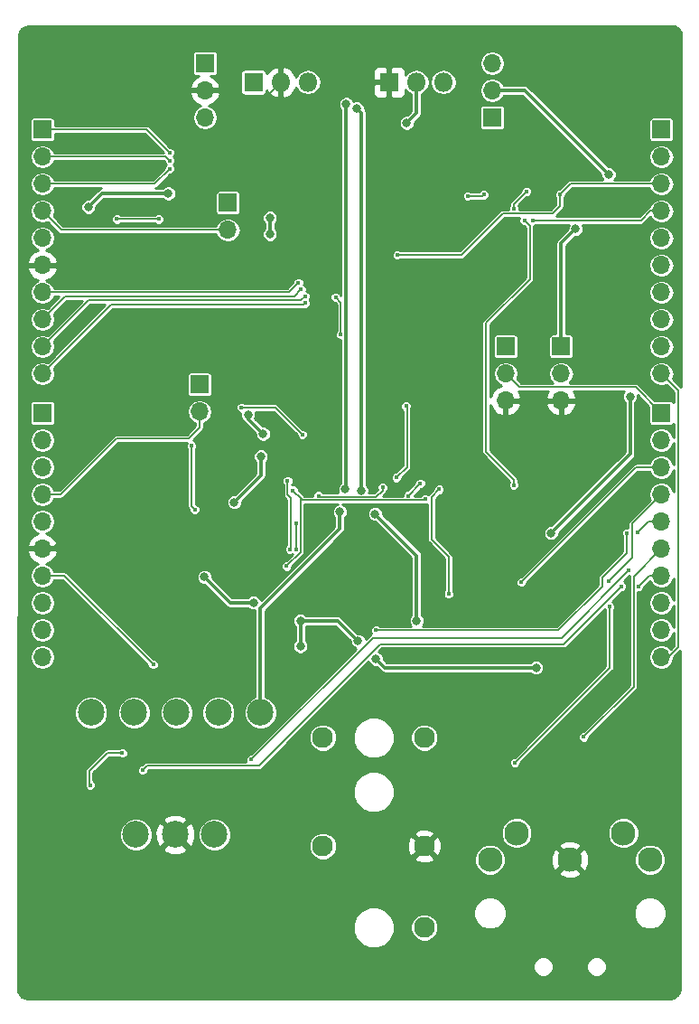
<source format=gbl>
G04 #@! TF.FileFunction,Copper,L2,Bot,Signal*
%FSLAX46Y46*%
G04 Gerber Fmt 4.6, Leading zero omitted, Abs format (unit mm)*
G04 Created by KiCad (PCBNEW 4.0.7) date 12/04/17 13:23:28*
%MOMM*%
%LPD*%
G01*
G04 APERTURE LIST*
%ADD10C,0.100000*%
%ADD11R,1.700000X1.700000*%
%ADD12O,1.700000X1.700000*%
%ADD13C,2.300000*%
%ADD14C,1.955800*%
%ADD15C,2.499360*%
%ADD16R,1.800000X1.800000*%
%ADD17O,1.800000X1.800000*%
%ADD18C,0.400000*%
%ADD19C,0.800000*%
%ADD20C,0.150000*%
%ADD21C,0.350000*%
%ADD22C,0.254000*%
G04 APERTURE END LIST*
D10*
D11*
X139446000Y-65278000D03*
D12*
X139446000Y-67818000D03*
X139446000Y-70358000D03*
D11*
X166370000Y-70358000D03*
D12*
X166370000Y-67818000D03*
X166370000Y-65278000D03*
D11*
X167640000Y-91821000D03*
D12*
X167640000Y-94361000D03*
X167640000Y-96901000D03*
D11*
X172847000Y-91821000D03*
D12*
X172847000Y-94361000D03*
X172847000Y-96901000D03*
D11*
X141605000Y-78359000D03*
D12*
X141605000Y-80899000D03*
D11*
X124206000Y-71501000D03*
D12*
X124206000Y-74041000D03*
X124206000Y-76581000D03*
X124206000Y-79121000D03*
X124206000Y-81661000D03*
X124206000Y-84201000D03*
X124206000Y-86741000D03*
X124206000Y-89281000D03*
X124206000Y-91821000D03*
X124206000Y-94361000D03*
D11*
X182245000Y-71501000D03*
D12*
X182245000Y-74041000D03*
X182245000Y-76581000D03*
X182245000Y-79121000D03*
X182245000Y-81661000D03*
X182245000Y-84201000D03*
X182245000Y-86741000D03*
X182245000Y-89281000D03*
X182245000Y-91821000D03*
X182245000Y-94361000D03*
D11*
X138938000Y-95377000D03*
D12*
X138938000Y-97917000D03*
D11*
X124206000Y-98044000D03*
D12*
X124206000Y-100584000D03*
X124206000Y-103124000D03*
X124206000Y-105664000D03*
X124206000Y-108204000D03*
X124206000Y-110744000D03*
X124206000Y-113284000D03*
X124206000Y-115824000D03*
X124206000Y-118364000D03*
X124206000Y-120904000D03*
D11*
X182245000Y-98044000D03*
D12*
X182245000Y-100584000D03*
X182245000Y-103124000D03*
X182245000Y-105664000D03*
X182245000Y-108204000D03*
X182245000Y-110744000D03*
X182245000Y-113284000D03*
X182245000Y-115824000D03*
X182245000Y-118364000D03*
X182245000Y-120904000D03*
D13*
X173672500Y-139890500D03*
X181172500Y-139890500D03*
X166172500Y-139890500D03*
X178672500Y-137390500D03*
X168672500Y-137390500D03*
D14*
X160007300Y-146240500D03*
X150507300Y-138620500D03*
X160007300Y-138620500D03*
X150507700Y-128460500D03*
X160007300Y-128460500D03*
D15*
X128778000Y-126111000D03*
X132969000Y-137541000D03*
X132812286Y-126105000D03*
X136652000Y-137541000D03*
X136779000Y-126111000D03*
X140335000Y-137541000D03*
X140716000Y-126111000D03*
X144653000Y-126111000D03*
D16*
X144018000Y-67056000D03*
D17*
X146558000Y-67056000D03*
X149098000Y-67056000D03*
D16*
X156718000Y-67056000D03*
D17*
X159258000Y-67056000D03*
X161798000Y-67056000D03*
D18*
X157100000Y-110600000D03*
X150400000Y-113100000D03*
X141700000Y-113800000D03*
X146500000Y-113500000D03*
X146200000Y-110900000D03*
X173300000Y-127200000D03*
X171500000Y-132900000D03*
X169100000Y-105200000D03*
X163200000Y-113900000D03*
X149100000Y-108700000D03*
X149000000Y-111000000D03*
X145900000Y-103400000D03*
X145600000Y-106400000D03*
X126700000Y-106200000D03*
X126800000Y-103800000D03*
X130400000Y-99800000D03*
X149100000Y-71800000D03*
X165000000Y-76700000D03*
X155800000Y-73500000D03*
X142700000Y-134600000D03*
X142800000Y-138400000D03*
X155321000Y-68834000D03*
X155194000Y-70866000D03*
D19*
X159300000Y-117500000D03*
X155400000Y-107500000D03*
X154100000Y-105300000D03*
X153700000Y-69500000D03*
X152700000Y-69100000D03*
X152600000Y-105200000D03*
X152100000Y-107300000D03*
X158369000Y-70866000D03*
X170500000Y-121900000D03*
X155500000Y-121100000D03*
X153800000Y-119400000D03*
X148400000Y-117500000D03*
X148400000Y-119900000D03*
X144000000Y-115800000D03*
X139400000Y-113400000D03*
X143500000Y-98200000D03*
X144900000Y-100000000D03*
X179300000Y-96500000D03*
X171900000Y-109300000D03*
X174200000Y-80800000D03*
X177300000Y-75700000D03*
X142200000Y-106400000D03*
X144700000Y-102100000D03*
X136017000Y-77470000D03*
X128524000Y-78740000D03*
X145542000Y-81280000D03*
X145542000Y-79756000D03*
D18*
X142875000Y-97536000D03*
X148590000Y-100076000D03*
X169100000Y-113900000D03*
X134600000Y-121600000D03*
X177300000Y-113800000D03*
X177400000Y-116200000D03*
X168500000Y-130800000D03*
X162300000Y-115000000D03*
X161400000Y-105200000D03*
X136144000Y-73660000D03*
X136144000Y-74422000D03*
X136144000Y-75184000D03*
X148209000Y-85852000D03*
X148463000Y-86487000D03*
X151700000Y-87200000D03*
X152200000Y-90700000D03*
X147100000Y-112400000D03*
X160100000Y-106100000D03*
X147700000Y-105300000D03*
X148844000Y-87122000D03*
X148844000Y-87757000D03*
X157480000Y-83248500D03*
X172720000Y-77597000D03*
X170180000Y-80010000D03*
X164084000Y-77724000D03*
X165608000Y-77597000D03*
X157400000Y-104100000D03*
X158300000Y-97400000D03*
X156100000Y-105000000D03*
X150100000Y-105800000D03*
X148000000Y-108400000D03*
X148000000Y-110800000D03*
X138200000Y-101100000D03*
X138500000Y-107100000D03*
X147200000Y-104400000D03*
X147400000Y-110800000D03*
X180000000Y-109200000D03*
X179000000Y-109300000D03*
X155500000Y-118400000D03*
X174942500Y-128397000D03*
X180100000Y-114300000D03*
X178500000Y-114300000D03*
X133600000Y-131500000D03*
X179200000Y-112800000D03*
X143800000Y-130500000D03*
X131700000Y-129900000D03*
X128700000Y-132900000D03*
X131191000Y-79883000D03*
X135128000Y-79883000D03*
X159639000Y-104648000D03*
X158500000Y-105800000D03*
X168400000Y-104800000D03*
X169400000Y-80000000D03*
X168400000Y-78900000D03*
X169600000Y-77300000D03*
D20*
X172847000Y-96901000D02*
X172847000Y-101453000D01*
X172847000Y-101453000D02*
X169100000Y-105200000D01*
X152900000Y-110600000D02*
X157100000Y-110600000D01*
X150400000Y-113100000D02*
X152900000Y-110600000D01*
X145600000Y-114400000D02*
X146500000Y-113500000D01*
X142300000Y-114400000D02*
X145600000Y-114400000D01*
X141700000Y-113800000D02*
X142300000Y-114400000D01*
X146500000Y-111200000D02*
X146500000Y-113500000D01*
X146200000Y-110900000D02*
X146500000Y-111200000D01*
X171700000Y-128800000D02*
X173300000Y-127200000D01*
X171700000Y-132700000D02*
X171700000Y-128800000D01*
X171500000Y-132900000D02*
X171700000Y-132700000D01*
X169100000Y-105200000D02*
X169100000Y-109900000D01*
X169100000Y-109900000D02*
X165100000Y-113900000D01*
X165100000Y-113900000D02*
X163200000Y-113900000D01*
X149100000Y-110900000D02*
X149100000Y-108700000D01*
X149000000Y-111000000D02*
X149100000Y-110900000D01*
X145900000Y-106100000D02*
X145900000Y-103400000D01*
X145600000Y-106400000D02*
X145900000Y-106100000D01*
X125156000Y-110744000D02*
X124206000Y-110744000D01*
X126600000Y-109300000D02*
X125156000Y-110744000D01*
X126600000Y-106300000D02*
X126600000Y-109300000D01*
X126700000Y-106200000D02*
X126600000Y-106300000D01*
X126800000Y-103400000D02*
X126800000Y-103800000D01*
X130400000Y-99800000D02*
X126800000Y-103400000D01*
X139446000Y-67818000D02*
X141518000Y-67818000D01*
X144614000Y-69000000D02*
X146558000Y-67056000D01*
X142700000Y-69000000D02*
X144614000Y-69000000D01*
X141518000Y-67818000D02*
X142700000Y-69000000D01*
X149100000Y-71800000D02*
X146558000Y-69258000D01*
X146558000Y-69258000D02*
X146558000Y-67056000D01*
X159000000Y-76700000D02*
X165000000Y-76700000D01*
X155800000Y-73500000D02*
X159000000Y-76700000D01*
X142700000Y-138300000D02*
X142700000Y-134600000D01*
X142800000Y-138400000D02*
X142700000Y-138300000D01*
X173672500Y-139890500D02*
X173409500Y-139890500D01*
X173409500Y-139890500D02*
X171500000Y-141800000D01*
X163186800Y-141800000D02*
X160007300Y-138620500D01*
X171500000Y-141800000D02*
X163186800Y-141800000D01*
X155194000Y-68961000D02*
X155194000Y-70866000D01*
X155321000Y-68834000D02*
X155194000Y-68961000D01*
D21*
X159300000Y-111400000D02*
X159300000Y-117500000D01*
X155400000Y-107500000D02*
X159300000Y-111400000D01*
X154100000Y-69900000D02*
X154100000Y-105300000D01*
X153700000Y-69500000D02*
X154100000Y-69900000D01*
X161798000Y-67437000D02*
X161798000Y-67056000D01*
X144653000Y-126111000D02*
X144653000Y-116347000D01*
X152700000Y-105100000D02*
X152700000Y-69100000D01*
X152600000Y-105200000D02*
X152700000Y-105100000D01*
X152100000Y-108900000D02*
X152100000Y-107300000D01*
X144653000Y-116347000D02*
X152100000Y-108900000D01*
X159258000Y-69977000D02*
X159258000Y-67056000D01*
X158369000Y-70866000D02*
X159258000Y-69977000D01*
X148400000Y-117500000D02*
X151900000Y-117500000D01*
X156300000Y-121900000D02*
X170500000Y-121900000D01*
X155500000Y-121100000D02*
X156300000Y-121900000D01*
X151900000Y-117500000D02*
X153800000Y-119400000D01*
X148400000Y-119900000D02*
X148400000Y-117500000D01*
X141800000Y-115800000D02*
X144000000Y-115800000D01*
X139400000Y-113400000D02*
X141800000Y-115800000D01*
X143500000Y-98600000D02*
X143500000Y-98200000D01*
X144900000Y-100000000D02*
X143500000Y-98600000D01*
X179300000Y-101900000D02*
X179300000Y-96500000D01*
X171900000Y-109300000D02*
X179300000Y-101900000D01*
X172847000Y-82153000D02*
X172847000Y-91821000D01*
X174200000Y-80800000D02*
X172847000Y-82153000D01*
X166370000Y-67818000D02*
X169418000Y-67818000D01*
X169418000Y-67818000D02*
X177300000Y-75700000D01*
X142200000Y-106400000D02*
X144700000Y-103900000D01*
X144700000Y-103900000D02*
X144700000Y-102100000D01*
X129794000Y-77470000D02*
X136017000Y-77470000D01*
X128524000Y-78740000D02*
X129794000Y-77470000D01*
X145542000Y-81280000D02*
X145542000Y-79756000D01*
D20*
X141605000Y-80899000D02*
X125984000Y-80899000D01*
X125984000Y-80899000D02*
X124206000Y-79121000D01*
X124206000Y-105664000D02*
X125954000Y-105664000D01*
X138938000Y-99441000D02*
X138938000Y-97917000D01*
X137922000Y-100457000D02*
X138938000Y-99441000D01*
X131161000Y-100457000D02*
X137922000Y-100457000D01*
X125954000Y-105664000D02*
X131161000Y-100457000D01*
X146050000Y-97536000D02*
X142875000Y-97536000D01*
X148590000Y-100076000D02*
X146050000Y-97536000D01*
X179876000Y-103124000D02*
X182245000Y-103124000D01*
X169100000Y-113900000D02*
X179876000Y-103124000D01*
X126284000Y-113284000D02*
X124206000Y-113284000D01*
X134600000Y-121600000D02*
X126284000Y-113284000D01*
X179500000Y-108409000D02*
X182245000Y-105664000D01*
X179500000Y-111600000D02*
X179500000Y-108409000D01*
X177300000Y-113800000D02*
X179500000Y-111600000D01*
X177400000Y-121900000D02*
X177400000Y-116200000D01*
X168500000Y-130800000D02*
X177400000Y-121900000D01*
X162300000Y-111500000D02*
X162300000Y-115000000D01*
X160700000Y-109900000D02*
X162300000Y-111500000D01*
X160700000Y-105900000D02*
X160700000Y-109900000D01*
X161400000Y-105200000D02*
X160700000Y-105900000D01*
X182245000Y-98044000D02*
X179832000Y-95631000D01*
X168910000Y-95631000D02*
X167640000Y-94361000D01*
X179832000Y-95631000D02*
X168910000Y-95631000D01*
X133985000Y-71501000D02*
X124206000Y-71501000D01*
X136144000Y-73660000D02*
X133985000Y-71501000D01*
X135763000Y-74041000D02*
X124206000Y-74041000D01*
X136144000Y-74422000D02*
X135763000Y-74041000D01*
X134747000Y-76581000D02*
X124206000Y-76581000D01*
X136144000Y-75184000D02*
X134747000Y-76581000D01*
X147320000Y-86741000D02*
X124206000Y-86741000D01*
X148209000Y-85852000D02*
X147320000Y-86741000D01*
X126365000Y-87122000D02*
X124206000Y-89281000D01*
X147828000Y-87122000D02*
X126365000Y-87122000D01*
X148463000Y-86487000D02*
X147828000Y-87122000D01*
X152200000Y-87700000D02*
X151700000Y-87200000D01*
X152200000Y-90700000D02*
X152200000Y-87700000D01*
X148400000Y-111100000D02*
X148400000Y-106000000D01*
X147100000Y-112400000D02*
X148400000Y-111100000D01*
X148400000Y-106000000D02*
X147700000Y-105300000D01*
X148600000Y-106200000D02*
X147700000Y-105300000D01*
X160000000Y-106200000D02*
X148600000Y-106200000D01*
X160100000Y-106100000D02*
X160000000Y-106200000D01*
X128524000Y-87503000D02*
X124206000Y-91821000D01*
X148463000Y-87503000D02*
X128524000Y-87503000D01*
X148844000Y-87122000D02*
X148463000Y-87503000D01*
X130683000Y-87884000D02*
X124206000Y-94361000D01*
X148717000Y-87884000D02*
X130683000Y-87884000D01*
X148844000Y-87757000D02*
X148717000Y-87884000D01*
X172720000Y-78676500D02*
X172720000Y-77597000D01*
X172021500Y-79375000D02*
X172720000Y-78676500D01*
X167386000Y-79375000D02*
X172021500Y-79375000D01*
X163512500Y-83248500D02*
X167386000Y-79375000D01*
X157480000Y-83248500D02*
X163512500Y-83248500D01*
X173736000Y-76581000D02*
X182245000Y-76581000D01*
X172720000Y-77597000D02*
X173736000Y-76581000D01*
X181229000Y-79121000D02*
X182245000Y-79121000D01*
X180340000Y-80010000D02*
X181229000Y-79121000D01*
X170180000Y-80010000D02*
X180340000Y-80010000D01*
X165481000Y-77724000D02*
X164084000Y-77724000D01*
X165608000Y-77597000D02*
X165481000Y-77724000D01*
X182245000Y-120904000D02*
X182896000Y-120904000D01*
X182896000Y-120904000D02*
X183800000Y-120000000D01*
X183800000Y-120000000D02*
X183800000Y-95916000D01*
X183800000Y-95916000D02*
X182245000Y-94361000D01*
X158400000Y-103100000D02*
X157400000Y-104100000D01*
X158400000Y-97500000D02*
X158400000Y-103100000D01*
X158300000Y-97400000D02*
X158400000Y-97500000D01*
X156100000Y-105300000D02*
X156100000Y-105000000D01*
X155500000Y-105900000D02*
X156100000Y-105300000D01*
X150200000Y-105900000D02*
X155500000Y-105900000D01*
X150100000Y-105800000D02*
X150200000Y-105900000D01*
X148000000Y-110800000D02*
X148000000Y-108400000D01*
X138200000Y-106800000D02*
X138200000Y-101100000D01*
X138500000Y-107100000D02*
X138200000Y-106800000D01*
X147200000Y-105700000D02*
X147200000Y-104400000D01*
X147500000Y-106000000D02*
X147200000Y-105700000D01*
X147500000Y-110700000D02*
X147500000Y-106000000D01*
X147400000Y-110800000D02*
X147500000Y-110700000D01*
X180996000Y-108204000D02*
X182245000Y-108204000D01*
X180000000Y-109200000D02*
X180996000Y-108204000D01*
X179000000Y-111200000D02*
X179000000Y-109300000D01*
X176700000Y-113500000D02*
X179000000Y-111200000D01*
X176700000Y-114300000D02*
X176700000Y-113500000D01*
X172600000Y-118400000D02*
X176700000Y-114300000D01*
X155500000Y-118400000D02*
X172600000Y-118400000D01*
X179641500Y-113347500D02*
X182245000Y-110744000D01*
X179641500Y-123698000D02*
X179641500Y-113347500D01*
X174942500Y-128397000D02*
X179641500Y-123698000D01*
X181116000Y-113284000D02*
X182245000Y-113284000D01*
X180100000Y-114300000D02*
X181116000Y-113284000D01*
X173100000Y-119700000D02*
X178500000Y-114300000D01*
X155900000Y-119700000D02*
X173100000Y-119700000D01*
X144500000Y-131100000D02*
X155900000Y-119700000D01*
X134000000Y-131100000D02*
X144500000Y-131100000D01*
X133600000Y-131500000D02*
X134000000Y-131100000D01*
X172900000Y-119100000D02*
X179200000Y-112800000D01*
X155200000Y-119100000D02*
X172900000Y-119100000D01*
X143800000Y-130500000D02*
X155200000Y-119100000D01*
X130300000Y-129900000D02*
X131700000Y-129900000D01*
X128600000Y-131600000D02*
X130300000Y-129900000D01*
X128600000Y-132800000D02*
X128600000Y-131600000D01*
X128700000Y-132900000D02*
X128600000Y-132800000D01*
X135128000Y-79883000D02*
X131191000Y-79883000D01*
X158500000Y-105800000D02*
X159639000Y-104648000D01*
X168400000Y-104300000D02*
X168400000Y-104800000D01*
X165800000Y-101700000D02*
X168400000Y-104300000D01*
X165800000Y-89600000D02*
X165800000Y-101700000D01*
X169900000Y-85500000D02*
X165800000Y-89600000D01*
X169900000Y-80500000D02*
X169900000Y-85500000D01*
X169400000Y-80000000D02*
X169900000Y-80500000D01*
X168400000Y-78500000D02*
X168400000Y-78900000D01*
X169600000Y-77300000D02*
X168400000Y-78500000D01*
D22*
G36*
X183495121Y-61836811D02*
X183738206Y-61960797D01*
X183931025Y-62153884D01*
X184054672Y-62397140D01*
X184098594Y-62676715D01*
X184052814Y-95600300D01*
X183318802Y-94866288D01*
X183355465Y-94811418D01*
X183445059Y-94361000D01*
X183355465Y-93910582D01*
X183100324Y-93528735D01*
X182718477Y-93273594D01*
X182268059Y-93184000D01*
X182221941Y-93184000D01*
X181771523Y-93273594D01*
X181389676Y-93528735D01*
X181134535Y-93910582D01*
X181044941Y-94361000D01*
X181134535Y-94811418D01*
X181389676Y-95193265D01*
X181771523Y-95448406D01*
X182221941Y-95538000D01*
X182268059Y-95538000D01*
X182718477Y-95448406D01*
X182745701Y-95430215D01*
X183398000Y-96082514D01*
X183398000Y-97061003D01*
X183333988Y-96961526D01*
X183224714Y-96886862D01*
X183095000Y-96860594D01*
X181630108Y-96860594D01*
X180116257Y-95346743D01*
X179985839Y-95259600D01*
X179832000Y-95229000D01*
X173648843Y-95229000D01*
X173702324Y-95193265D01*
X173957465Y-94811418D01*
X174047059Y-94361000D01*
X173957465Y-93910582D01*
X173702324Y-93528735D01*
X173320477Y-93273594D01*
X172870059Y-93184000D01*
X172823941Y-93184000D01*
X172373523Y-93273594D01*
X171991676Y-93528735D01*
X171736535Y-93910582D01*
X171646941Y-94361000D01*
X171736535Y-94811418D01*
X171991676Y-95193265D01*
X172045157Y-95229000D01*
X169076514Y-95229000D01*
X168713802Y-94866288D01*
X168750465Y-94811418D01*
X168840059Y-94361000D01*
X168750465Y-93910582D01*
X168495324Y-93528735D01*
X168113477Y-93273594D01*
X167663059Y-93184000D01*
X167616941Y-93184000D01*
X167166523Y-93273594D01*
X166784676Y-93528735D01*
X166529535Y-93910582D01*
X166439941Y-94361000D01*
X166529535Y-94811418D01*
X166784676Y-95193265D01*
X167166523Y-95448406D01*
X167265035Y-95468001D01*
X166758642Y-95705817D01*
X166368355Y-96134076D01*
X166202000Y-96535718D01*
X166202000Y-90971000D01*
X166456594Y-90971000D01*
X166456594Y-92671000D01*
X166479395Y-92792179D01*
X166551012Y-92903474D01*
X166660286Y-92978138D01*
X166790000Y-93004406D01*
X168490000Y-93004406D01*
X168611179Y-92981605D01*
X168722474Y-92909988D01*
X168797138Y-92800714D01*
X168823406Y-92671000D01*
X168823406Y-90971000D01*
X168800605Y-90849821D01*
X168728988Y-90738526D01*
X168619714Y-90663862D01*
X168490000Y-90637594D01*
X166790000Y-90637594D01*
X166668821Y-90660395D01*
X166557526Y-90732012D01*
X166482862Y-90841286D01*
X166456594Y-90971000D01*
X166202000Y-90971000D01*
X166202000Y-89766514D01*
X170184257Y-85784257D01*
X170271400Y-85653839D01*
X170302000Y-85500000D01*
X170302000Y-80529806D01*
X170478132Y-80457030D01*
X170523241Y-80412000D01*
X173573928Y-80412000D01*
X173473126Y-80654756D01*
X173472985Y-80817079D01*
X172492032Y-81798032D01*
X172383212Y-81960893D01*
X172344999Y-82153000D01*
X172345000Y-82153005D01*
X172345000Y-90637594D01*
X171997000Y-90637594D01*
X171875821Y-90660395D01*
X171764526Y-90732012D01*
X171689862Y-90841286D01*
X171663594Y-90971000D01*
X171663594Y-92671000D01*
X171686395Y-92792179D01*
X171758012Y-92903474D01*
X171867286Y-92978138D01*
X171997000Y-93004406D01*
X173697000Y-93004406D01*
X173818179Y-92981605D01*
X173929474Y-92909988D01*
X174004138Y-92800714D01*
X174030406Y-92671000D01*
X174030406Y-91821000D01*
X181044941Y-91821000D01*
X181134535Y-92271418D01*
X181389676Y-92653265D01*
X181771523Y-92908406D01*
X182221941Y-92998000D01*
X182268059Y-92998000D01*
X182718477Y-92908406D01*
X183100324Y-92653265D01*
X183355465Y-92271418D01*
X183445059Y-91821000D01*
X183355465Y-91370582D01*
X183100324Y-90988735D01*
X182718477Y-90733594D01*
X182268059Y-90644000D01*
X182221941Y-90644000D01*
X181771523Y-90733594D01*
X181389676Y-90988735D01*
X181134535Y-91370582D01*
X181044941Y-91821000D01*
X174030406Y-91821000D01*
X174030406Y-90971000D01*
X174007605Y-90849821D01*
X173935988Y-90738526D01*
X173826714Y-90663862D01*
X173697000Y-90637594D01*
X173349000Y-90637594D01*
X173349000Y-89281000D01*
X181044941Y-89281000D01*
X181134535Y-89731418D01*
X181389676Y-90113265D01*
X181771523Y-90368406D01*
X182221941Y-90458000D01*
X182268059Y-90458000D01*
X182718477Y-90368406D01*
X183100324Y-90113265D01*
X183355465Y-89731418D01*
X183445059Y-89281000D01*
X183355465Y-88830582D01*
X183100324Y-88448735D01*
X182718477Y-88193594D01*
X182268059Y-88104000D01*
X182221941Y-88104000D01*
X181771523Y-88193594D01*
X181389676Y-88448735D01*
X181134535Y-88830582D01*
X181044941Y-89281000D01*
X173349000Y-89281000D01*
X173349000Y-86741000D01*
X181044941Y-86741000D01*
X181134535Y-87191418D01*
X181389676Y-87573265D01*
X181771523Y-87828406D01*
X182221941Y-87918000D01*
X182268059Y-87918000D01*
X182718477Y-87828406D01*
X183100324Y-87573265D01*
X183355465Y-87191418D01*
X183445059Y-86741000D01*
X183355465Y-86290582D01*
X183100324Y-85908735D01*
X182718477Y-85653594D01*
X182268059Y-85564000D01*
X182221941Y-85564000D01*
X181771523Y-85653594D01*
X181389676Y-85908735D01*
X181134535Y-86290582D01*
X181044941Y-86741000D01*
X173349000Y-86741000D01*
X173349000Y-84201000D01*
X181044941Y-84201000D01*
X181134535Y-84651418D01*
X181389676Y-85033265D01*
X181771523Y-85288406D01*
X182221941Y-85378000D01*
X182268059Y-85378000D01*
X182718477Y-85288406D01*
X183100324Y-85033265D01*
X183355465Y-84651418D01*
X183445059Y-84201000D01*
X183355465Y-83750582D01*
X183100324Y-83368735D01*
X182718477Y-83113594D01*
X182268059Y-83024000D01*
X182221941Y-83024000D01*
X181771523Y-83113594D01*
X181389676Y-83368735D01*
X181134535Y-83750582D01*
X181044941Y-84201000D01*
X173349000Y-84201000D01*
X173349000Y-82360936D01*
X174048936Y-81661000D01*
X181044941Y-81661000D01*
X181134535Y-82111418D01*
X181389676Y-82493265D01*
X181771523Y-82748406D01*
X182221941Y-82838000D01*
X182268059Y-82838000D01*
X182718477Y-82748406D01*
X183100324Y-82493265D01*
X183355465Y-82111418D01*
X183445059Y-81661000D01*
X183355465Y-81210582D01*
X183100324Y-80828735D01*
X182718477Y-80573594D01*
X182268059Y-80484000D01*
X182221941Y-80484000D01*
X181771523Y-80573594D01*
X181389676Y-80828735D01*
X181134535Y-81210582D01*
X181044941Y-81661000D01*
X174048936Y-81661000D01*
X174182950Y-81526986D01*
X174343975Y-81527126D01*
X174611275Y-81416680D01*
X174815961Y-81212350D01*
X174926874Y-80945244D01*
X174927126Y-80656025D01*
X174826297Y-80412000D01*
X180340000Y-80412000D01*
X180493839Y-80381400D01*
X180624257Y-80294257D01*
X181219675Y-79698839D01*
X181389676Y-79953265D01*
X181771523Y-80208406D01*
X182221941Y-80298000D01*
X182268059Y-80298000D01*
X182718477Y-80208406D01*
X183100324Y-79953265D01*
X183355465Y-79571418D01*
X183445059Y-79121000D01*
X183355465Y-78670582D01*
X183100324Y-78288735D01*
X182718477Y-78033594D01*
X182268059Y-77944000D01*
X182221941Y-77944000D01*
X181771523Y-78033594D01*
X181389676Y-78288735D01*
X181134535Y-78670582D01*
X181120616Y-78740559D01*
X181075161Y-78749600D01*
X180944743Y-78836743D01*
X180173486Y-79608000D01*
X172357014Y-79608000D01*
X173004257Y-78960757D01*
X173091400Y-78830339D01*
X173122000Y-78676500D01*
X173122000Y-77940343D01*
X173166509Y-77895912D01*
X173246909Y-77702287D01*
X173246965Y-77638549D01*
X173902514Y-76983000D01*
X181124904Y-76983000D01*
X181134535Y-77031418D01*
X181389676Y-77413265D01*
X181771523Y-77668406D01*
X182221941Y-77758000D01*
X182268059Y-77758000D01*
X182718477Y-77668406D01*
X183100324Y-77413265D01*
X183355465Y-77031418D01*
X183445059Y-76581000D01*
X183355465Y-76130582D01*
X183100324Y-75748735D01*
X182718477Y-75493594D01*
X182268059Y-75404000D01*
X182221941Y-75404000D01*
X181771523Y-75493594D01*
X181389676Y-75748735D01*
X181134535Y-76130582D01*
X181124904Y-76179000D01*
X177849195Y-76179000D01*
X177915961Y-76112350D01*
X178026874Y-75845244D01*
X178027126Y-75556025D01*
X177916680Y-75288725D01*
X177712350Y-75084039D01*
X177445244Y-74973126D01*
X177282920Y-74972985D01*
X176350936Y-74041000D01*
X181044941Y-74041000D01*
X181134535Y-74491418D01*
X181389676Y-74873265D01*
X181771523Y-75128406D01*
X182221941Y-75218000D01*
X182268059Y-75218000D01*
X182718477Y-75128406D01*
X183100324Y-74873265D01*
X183355465Y-74491418D01*
X183445059Y-74041000D01*
X183355465Y-73590582D01*
X183100324Y-73208735D01*
X182718477Y-72953594D01*
X182268059Y-72864000D01*
X182221941Y-72864000D01*
X181771523Y-72953594D01*
X181389676Y-73208735D01*
X181134535Y-73590582D01*
X181044941Y-74041000D01*
X176350936Y-74041000D01*
X172960936Y-70651000D01*
X181061594Y-70651000D01*
X181061594Y-72351000D01*
X181084395Y-72472179D01*
X181156012Y-72583474D01*
X181265286Y-72658138D01*
X181395000Y-72684406D01*
X183095000Y-72684406D01*
X183216179Y-72661605D01*
X183327474Y-72589988D01*
X183402138Y-72480714D01*
X183428406Y-72351000D01*
X183428406Y-70651000D01*
X183405605Y-70529821D01*
X183333988Y-70418526D01*
X183224714Y-70343862D01*
X183095000Y-70317594D01*
X181395000Y-70317594D01*
X181273821Y-70340395D01*
X181162526Y-70412012D01*
X181087862Y-70521286D01*
X181061594Y-70651000D01*
X172960936Y-70651000D01*
X169772968Y-67463032D01*
X169610107Y-67354212D01*
X169418000Y-67315999D01*
X169417995Y-67316000D01*
X167445999Y-67316000D01*
X167225324Y-66985735D01*
X166843477Y-66730594D01*
X166393059Y-66641000D01*
X166346941Y-66641000D01*
X165896523Y-66730594D01*
X165514676Y-66985735D01*
X165259535Y-67367582D01*
X165169941Y-67818000D01*
X165259535Y-68268418D01*
X165514676Y-68650265D01*
X165896523Y-68905406D01*
X166346941Y-68995000D01*
X166393059Y-68995000D01*
X166843477Y-68905406D01*
X167225324Y-68650265D01*
X167445999Y-68320000D01*
X169210064Y-68320000D01*
X176573014Y-75682949D01*
X176572874Y-75843975D01*
X176683320Y-76111275D01*
X176750927Y-76179000D01*
X173736000Y-76179000D01*
X173582161Y-76209600D01*
X173451743Y-76296743D01*
X172678523Y-77069963D01*
X172615633Y-77069908D01*
X172421868Y-77149970D01*
X172273491Y-77298088D01*
X172193091Y-77491713D01*
X172192908Y-77701367D01*
X172272970Y-77895132D01*
X172318000Y-77940241D01*
X172318000Y-78509986D01*
X171854986Y-78973000D01*
X168926937Y-78973000D01*
X168927092Y-78795633D01*
X168852765Y-78615749D01*
X169641477Y-77827037D01*
X169704367Y-77827092D01*
X169898132Y-77747030D01*
X170046509Y-77598912D01*
X170126909Y-77405287D01*
X170127092Y-77195633D01*
X170047030Y-77001868D01*
X169898912Y-76853491D01*
X169705287Y-76773091D01*
X169495633Y-76772908D01*
X169301868Y-76852970D01*
X169153491Y-77001088D01*
X169073091Y-77194713D01*
X169073035Y-77258451D01*
X168115743Y-78215743D01*
X168028600Y-78346161D01*
X167998000Y-78500000D01*
X167998000Y-78556657D01*
X167953491Y-78601088D01*
X167873091Y-78794713D01*
X167872935Y-78973000D01*
X167386000Y-78973000D01*
X167232161Y-79003600D01*
X167101743Y-79090743D01*
X163345986Y-82846500D01*
X157823343Y-82846500D01*
X157778912Y-82801991D01*
X157585287Y-82721591D01*
X157375633Y-82721408D01*
X157181868Y-82801470D01*
X157033491Y-82949588D01*
X156953091Y-83143213D01*
X156952908Y-83352867D01*
X157032970Y-83546632D01*
X157181088Y-83695009D01*
X157374713Y-83775409D01*
X157584367Y-83775592D01*
X157778132Y-83695530D01*
X157823241Y-83650500D01*
X163512500Y-83650500D01*
X163666339Y-83619900D01*
X163796757Y-83532757D01*
X167552514Y-79777000D01*
X168921970Y-79777000D01*
X168873091Y-79894713D01*
X168872908Y-80104367D01*
X168952970Y-80298132D01*
X169101088Y-80446509D01*
X169294713Y-80526909D01*
X169358451Y-80526965D01*
X169498000Y-80666514D01*
X169498000Y-85333486D01*
X165515743Y-89315743D01*
X165428600Y-89446161D01*
X165398000Y-89600000D01*
X165398000Y-101700000D01*
X165428600Y-101853839D01*
X165515743Y-101984257D01*
X167993067Y-104461581D01*
X167953491Y-104501088D01*
X167873091Y-104694713D01*
X167872908Y-104904367D01*
X167952970Y-105098132D01*
X168101088Y-105246509D01*
X168294713Y-105326909D01*
X168504367Y-105327092D01*
X168698132Y-105247030D01*
X168846509Y-105098912D01*
X168926909Y-104905287D01*
X168927092Y-104695633D01*
X168847030Y-104501868D01*
X168802000Y-104456759D01*
X168802000Y-104300000D01*
X168771400Y-104146161D01*
X168684257Y-104015743D01*
X166202000Y-101533486D01*
X166202000Y-97266282D01*
X166368355Y-97667924D01*
X166758642Y-98096183D01*
X167283108Y-98342486D01*
X167513000Y-98221819D01*
X167513000Y-97028000D01*
X167767000Y-97028000D01*
X167767000Y-98221819D01*
X167996892Y-98342486D01*
X168521358Y-98096183D01*
X168911645Y-97667924D01*
X169081476Y-97257890D01*
X171405524Y-97257890D01*
X171575355Y-97667924D01*
X171965642Y-98096183D01*
X172490108Y-98342486D01*
X172720000Y-98221819D01*
X172720000Y-97028000D01*
X172974000Y-97028000D01*
X172974000Y-98221819D01*
X173203892Y-98342486D01*
X173728358Y-98096183D01*
X174118645Y-97667924D01*
X174288476Y-97257890D01*
X174167155Y-97028000D01*
X172974000Y-97028000D01*
X172720000Y-97028000D01*
X171526845Y-97028000D01*
X171405524Y-97257890D01*
X169081476Y-97257890D01*
X168960155Y-97028000D01*
X167767000Y-97028000D01*
X167513000Y-97028000D01*
X167493000Y-97028000D01*
X167493000Y-96774000D01*
X167513000Y-96774000D01*
X167513000Y-96754000D01*
X167767000Y-96754000D01*
X167767000Y-96774000D01*
X168960155Y-96774000D01*
X169081476Y-96544110D01*
X168911645Y-96134076D01*
X168799500Y-96011021D01*
X168910000Y-96033000D01*
X171667469Y-96033000D01*
X171575355Y-96134076D01*
X171405524Y-96544110D01*
X171526845Y-96774000D01*
X172720000Y-96774000D01*
X172720000Y-96754000D01*
X172974000Y-96754000D01*
X172974000Y-96774000D01*
X174167155Y-96774000D01*
X174288476Y-96544110D01*
X174118645Y-96134076D01*
X174026531Y-96033000D01*
X178738784Y-96033000D01*
X178684039Y-96087650D01*
X178573126Y-96354756D01*
X178572874Y-96643975D01*
X178683320Y-96911275D01*
X178798000Y-97026155D01*
X178798000Y-101692065D01*
X171917050Y-108573014D01*
X171756025Y-108572874D01*
X171488725Y-108683320D01*
X171284039Y-108887650D01*
X171173126Y-109154756D01*
X171172874Y-109443975D01*
X171283320Y-109711275D01*
X171487650Y-109915961D01*
X171754756Y-110026874D01*
X172043975Y-110027126D01*
X172311275Y-109916680D01*
X172515961Y-109712350D01*
X172626874Y-109445244D01*
X172627015Y-109282921D01*
X179654965Y-102254970D01*
X179654968Y-102254968D01*
X179757178Y-102102000D01*
X179763788Y-102092108D01*
X179802000Y-101900000D01*
X179802000Y-97026113D01*
X179915961Y-96912350D01*
X180026874Y-96645244D01*
X180027092Y-96394606D01*
X181061594Y-97429108D01*
X181061594Y-98894000D01*
X181084395Y-99015179D01*
X181156012Y-99126474D01*
X181265286Y-99201138D01*
X181395000Y-99227406D01*
X183095000Y-99227406D01*
X183216179Y-99204605D01*
X183327474Y-99132988D01*
X183398000Y-99029770D01*
X183398000Y-100347419D01*
X183355465Y-100133582D01*
X183100324Y-99751735D01*
X182718477Y-99496594D01*
X182268059Y-99407000D01*
X182221941Y-99407000D01*
X181771523Y-99496594D01*
X181389676Y-99751735D01*
X181134535Y-100133582D01*
X181044941Y-100584000D01*
X181134535Y-101034418D01*
X181389676Y-101416265D01*
X181771523Y-101671406D01*
X182221941Y-101761000D01*
X182268059Y-101761000D01*
X182718477Y-101671406D01*
X183100324Y-101416265D01*
X183355465Y-101034418D01*
X183398000Y-100820581D01*
X183398000Y-102887419D01*
X183355465Y-102673582D01*
X183100324Y-102291735D01*
X182718477Y-102036594D01*
X182268059Y-101947000D01*
X182221941Y-101947000D01*
X181771523Y-102036594D01*
X181389676Y-102291735D01*
X181134535Y-102673582D01*
X181124904Y-102722000D01*
X179876000Y-102722000D01*
X179722161Y-102752600D01*
X179591743Y-102839743D01*
X169058523Y-113372963D01*
X168995633Y-113372908D01*
X168801868Y-113452970D01*
X168653491Y-113601088D01*
X168573091Y-113794713D01*
X168572908Y-114004367D01*
X168652970Y-114198132D01*
X168801088Y-114346509D01*
X168994713Y-114426909D01*
X169204367Y-114427092D01*
X169398132Y-114347030D01*
X169546509Y-114198912D01*
X169626909Y-114005287D01*
X169626965Y-113941549D01*
X180042514Y-103526000D01*
X181124904Y-103526000D01*
X181134535Y-103574418D01*
X181389676Y-103956265D01*
X181771523Y-104211406D01*
X182221941Y-104301000D01*
X182268059Y-104301000D01*
X182718477Y-104211406D01*
X183100324Y-103956265D01*
X183355465Y-103574418D01*
X183398000Y-103360581D01*
X183398000Y-105427419D01*
X183355465Y-105213582D01*
X183100324Y-104831735D01*
X182718477Y-104576594D01*
X182268059Y-104487000D01*
X182221941Y-104487000D01*
X181771523Y-104576594D01*
X181389676Y-104831735D01*
X181134535Y-105213582D01*
X181044941Y-105664000D01*
X181134535Y-106114418D01*
X181171198Y-106169288D01*
X179215743Y-108124743D01*
X179128600Y-108255161D01*
X179098000Y-108409000D01*
X179098000Y-108773085D01*
X178895633Y-108772908D01*
X178701868Y-108852970D01*
X178553491Y-109001088D01*
X178473091Y-109194713D01*
X178472908Y-109404367D01*
X178552970Y-109598132D01*
X178598000Y-109643241D01*
X178598000Y-111033486D01*
X176415743Y-113215743D01*
X176328600Y-113346161D01*
X176298000Y-113500000D01*
X176298000Y-114133486D01*
X172433486Y-117998000D01*
X159830162Y-117998000D01*
X159915961Y-117912350D01*
X160026874Y-117645244D01*
X160027126Y-117356025D01*
X159916680Y-117088725D01*
X159802000Y-116973845D01*
X159802000Y-111400005D01*
X159802001Y-111400000D01*
X159763788Y-111207893D01*
X159654968Y-111045032D01*
X156126986Y-107517050D01*
X156127126Y-107356025D01*
X156016680Y-107088725D01*
X155812350Y-106884039D01*
X155545244Y-106773126D01*
X155256025Y-106772874D01*
X154988725Y-106883320D01*
X154784039Y-107087650D01*
X154673126Y-107354756D01*
X154672874Y-107643975D01*
X154783320Y-107911275D01*
X154987650Y-108115961D01*
X155254756Y-108226874D01*
X155417079Y-108227015D01*
X158798000Y-111607936D01*
X158798000Y-116973887D01*
X158684039Y-117087650D01*
X158573126Y-117354756D01*
X158572874Y-117643975D01*
X158683320Y-117911275D01*
X158769894Y-117998000D01*
X155843343Y-117998000D01*
X155798912Y-117953491D01*
X155605287Y-117873091D01*
X155395633Y-117872908D01*
X155201868Y-117952970D01*
X155053491Y-118101088D01*
X154973091Y-118294713D01*
X154972908Y-118504367D01*
X155052970Y-118698132D01*
X155077218Y-118722422D01*
X155046161Y-118728600D01*
X154915743Y-118815743D01*
X154512020Y-119219466D01*
X154416680Y-118988725D01*
X154212350Y-118784039D01*
X153945244Y-118673126D01*
X153782920Y-118672985D01*
X152254968Y-117145032D01*
X152092107Y-117036212D01*
X151900000Y-116997999D01*
X151899995Y-116998000D01*
X148926113Y-116998000D01*
X148812350Y-116884039D01*
X148545244Y-116773126D01*
X148256025Y-116772874D01*
X147988725Y-116883320D01*
X147784039Y-117087650D01*
X147673126Y-117354756D01*
X147672874Y-117643975D01*
X147783320Y-117911275D01*
X147898000Y-118026155D01*
X147898000Y-119373887D01*
X147784039Y-119487650D01*
X147673126Y-119754756D01*
X147672874Y-120043975D01*
X147783320Y-120311275D01*
X147987650Y-120515961D01*
X148254756Y-120626874D01*
X148543975Y-120627126D01*
X148811275Y-120516680D01*
X149015961Y-120312350D01*
X149126874Y-120045244D01*
X149127126Y-119756025D01*
X149016680Y-119488725D01*
X148902000Y-119373845D01*
X148902000Y-118026113D01*
X148926155Y-118002000D01*
X151692064Y-118002000D01*
X153073014Y-119382949D01*
X153072874Y-119543975D01*
X153183320Y-119811275D01*
X153387650Y-120015961D01*
X153619325Y-120112161D01*
X143758523Y-129972963D01*
X143695633Y-129972908D01*
X143501868Y-130052970D01*
X143353491Y-130201088D01*
X143273091Y-130394713D01*
X143272908Y-130604367D01*
X143311596Y-130698000D01*
X134000000Y-130698000D01*
X133846161Y-130728600D01*
X133715743Y-130815743D01*
X133558523Y-130972963D01*
X133495633Y-130972908D01*
X133301868Y-131052970D01*
X133153491Y-131201088D01*
X133073091Y-131394713D01*
X133072908Y-131604367D01*
X133152970Y-131798132D01*
X133301088Y-131946509D01*
X133494713Y-132026909D01*
X133704367Y-132027092D01*
X133898132Y-131947030D01*
X134046509Y-131798912D01*
X134126909Y-131605287D01*
X134126965Y-131541549D01*
X134166514Y-131502000D01*
X144500000Y-131502000D01*
X144653839Y-131471400D01*
X144784257Y-131384257D01*
X147449592Y-128718922D01*
X149202573Y-128718922D01*
X149400814Y-129198701D01*
X149767568Y-129566096D01*
X150247001Y-129765173D01*
X150766122Y-129765627D01*
X151245901Y-129567386D01*
X151613296Y-129200632D01*
X151760056Y-128847192D01*
X153304562Y-128847192D01*
X153601201Y-129565114D01*
X154149997Y-130114869D01*
X154867400Y-130412761D01*
X155644192Y-130413438D01*
X156362114Y-130116799D01*
X156911869Y-129568003D01*
X157209761Y-128850600D01*
X157209875Y-128718922D01*
X158702173Y-128718922D01*
X158900414Y-129198701D01*
X159267168Y-129566096D01*
X159746601Y-129765173D01*
X160265722Y-129765627D01*
X160745501Y-129567386D01*
X161112896Y-129200632D01*
X161311973Y-128721199D01*
X161312427Y-128202078D01*
X161114186Y-127722299D01*
X160747432Y-127354904D01*
X160267999Y-127155827D01*
X159748878Y-127155373D01*
X159269099Y-127353614D01*
X158901704Y-127720368D01*
X158702627Y-128199801D01*
X158702173Y-128718922D01*
X157209875Y-128718922D01*
X157210438Y-128073808D01*
X156913799Y-127355886D01*
X156365003Y-126806131D01*
X155647600Y-126508239D01*
X154870808Y-126507562D01*
X154152886Y-126804201D01*
X153603131Y-127352997D01*
X153305239Y-128070400D01*
X153304562Y-128847192D01*
X151760056Y-128847192D01*
X151812373Y-128721199D01*
X151812827Y-128202078D01*
X151614586Y-127722299D01*
X151247832Y-127354904D01*
X150768399Y-127155827D01*
X150249278Y-127155373D01*
X149769499Y-127353614D01*
X149402104Y-127720368D01*
X149203027Y-128199801D01*
X149202573Y-128718922D01*
X147449592Y-128718922D01*
X154817218Y-121351296D01*
X154883320Y-121511275D01*
X155087650Y-121715961D01*
X155354756Y-121826874D01*
X155517080Y-121827015D01*
X155945030Y-122254965D01*
X155945032Y-122254968D01*
X156107893Y-122363788D01*
X156300000Y-122402001D01*
X156300005Y-122402000D01*
X169973887Y-122402000D01*
X170087650Y-122515961D01*
X170354756Y-122626874D01*
X170643975Y-122627126D01*
X170911275Y-122516680D01*
X171115961Y-122312350D01*
X171226874Y-122045244D01*
X171227126Y-121756025D01*
X171116680Y-121488725D01*
X170912350Y-121284039D01*
X170645244Y-121173126D01*
X170356025Y-121172874D01*
X170088725Y-121283320D01*
X169973845Y-121398000D01*
X156507935Y-121398000D01*
X156226986Y-121117050D01*
X156227126Y-120956025D01*
X156116680Y-120688725D01*
X155912350Y-120484039D01*
X155751335Y-120417179D01*
X156066514Y-120102000D01*
X173100000Y-120102000D01*
X173253839Y-120071400D01*
X173384257Y-119984257D01*
X176928823Y-116439691D01*
X176952970Y-116498132D01*
X176998000Y-116543241D01*
X176998000Y-121733486D01*
X168458523Y-130272963D01*
X168395633Y-130272908D01*
X168201868Y-130352970D01*
X168053491Y-130501088D01*
X167973091Y-130694713D01*
X167972908Y-130904367D01*
X168052970Y-131098132D01*
X168201088Y-131246509D01*
X168394713Y-131326909D01*
X168604367Y-131327092D01*
X168798132Y-131247030D01*
X168946509Y-131098912D01*
X169026909Y-130905287D01*
X169026965Y-130841549D01*
X177684257Y-122184257D01*
X177771400Y-122053839D01*
X177802000Y-121900000D01*
X177802000Y-116543343D01*
X177846509Y-116498912D01*
X177926909Y-116305287D01*
X177927092Y-116095633D01*
X177847030Y-115901868D01*
X177698912Y-115753491D01*
X177639636Y-115728878D01*
X178541477Y-114827037D01*
X178604367Y-114827092D01*
X178798132Y-114747030D01*
X178946509Y-114598912D01*
X179026909Y-114405287D01*
X179027092Y-114195633D01*
X178947030Y-114001868D01*
X178798912Y-113853491D01*
X178739636Y-113828878D01*
X179241477Y-113327037D01*
X179243570Y-113327039D01*
X179239500Y-113347500D01*
X179239500Y-123531486D01*
X174901023Y-127869963D01*
X174838133Y-127869908D01*
X174644368Y-127949970D01*
X174495991Y-128098088D01*
X174415591Y-128291713D01*
X174415408Y-128501367D01*
X174495470Y-128695132D01*
X174643588Y-128843509D01*
X174837213Y-128923909D01*
X175046867Y-128924092D01*
X175240632Y-128844030D01*
X175389009Y-128695912D01*
X175469409Y-128502287D01*
X175469465Y-128438549D01*
X179925757Y-123982257D01*
X180012900Y-123851839D01*
X180043500Y-123698000D01*
X180043500Y-114826952D01*
X180204367Y-114827092D01*
X180398132Y-114747030D01*
X180546509Y-114598912D01*
X180626909Y-114405287D01*
X180626965Y-114341549D01*
X181174413Y-113794101D01*
X181389676Y-114116265D01*
X181771523Y-114371406D01*
X182221941Y-114461000D01*
X182268059Y-114461000D01*
X182718477Y-114371406D01*
X183100324Y-114116265D01*
X183355465Y-113734418D01*
X183398000Y-113520581D01*
X183398000Y-115587419D01*
X183355465Y-115373582D01*
X183100324Y-114991735D01*
X182718477Y-114736594D01*
X182268059Y-114647000D01*
X182221941Y-114647000D01*
X181771523Y-114736594D01*
X181389676Y-114991735D01*
X181134535Y-115373582D01*
X181044941Y-115824000D01*
X181134535Y-116274418D01*
X181389676Y-116656265D01*
X181771523Y-116911406D01*
X182221941Y-117001000D01*
X182268059Y-117001000D01*
X182718477Y-116911406D01*
X183100324Y-116656265D01*
X183355465Y-116274418D01*
X183398000Y-116060581D01*
X183398000Y-118127419D01*
X183355465Y-117913582D01*
X183100324Y-117531735D01*
X182718477Y-117276594D01*
X182268059Y-117187000D01*
X182221941Y-117187000D01*
X181771523Y-117276594D01*
X181389676Y-117531735D01*
X181134535Y-117913582D01*
X181044941Y-118364000D01*
X181134535Y-118814418D01*
X181389676Y-119196265D01*
X181771523Y-119451406D01*
X182221941Y-119541000D01*
X182268059Y-119541000D01*
X182718477Y-119451406D01*
X183100324Y-119196265D01*
X183355465Y-118814418D01*
X183398000Y-118600581D01*
X183398000Y-119833486D01*
X183124127Y-120107359D01*
X183100324Y-120071735D01*
X182718477Y-119816594D01*
X182268059Y-119727000D01*
X182221941Y-119727000D01*
X181771523Y-119816594D01*
X181389676Y-120071735D01*
X181134535Y-120453582D01*
X181044941Y-120904000D01*
X181134535Y-121354418D01*
X181389676Y-121736265D01*
X181771523Y-121991406D01*
X182221941Y-122081000D01*
X182268059Y-122081000D01*
X182718477Y-121991406D01*
X183100324Y-121736265D01*
X183355465Y-121354418D01*
X183440228Y-120928286D01*
X184018399Y-120350115D01*
X183974406Y-151988719D01*
X183905294Y-152333971D01*
X183716510Y-152615976D01*
X183434244Y-152804368D01*
X183088893Y-152873000D01*
X122811396Y-152873000D01*
X122531879Y-152828689D01*
X122288794Y-152704703D01*
X122095975Y-152511616D01*
X121972328Y-152268360D01*
X121928406Y-151988785D01*
X121931054Y-150083985D01*
X170195330Y-150083985D01*
X170343756Y-150443203D01*
X170618351Y-150718278D01*
X170977310Y-150867330D01*
X171365985Y-150867670D01*
X171725203Y-150719244D01*
X172000278Y-150444649D01*
X172149330Y-150085690D01*
X172149331Y-150083985D01*
X175195330Y-150083985D01*
X175343756Y-150443203D01*
X175618351Y-150718278D01*
X175977310Y-150867330D01*
X176365985Y-150867670D01*
X176725203Y-150719244D01*
X177000278Y-150444649D01*
X177149330Y-150085690D01*
X177149670Y-149697015D01*
X177001244Y-149337797D01*
X176726649Y-149062722D01*
X176367690Y-148913670D01*
X175979015Y-148913330D01*
X175619797Y-149061756D01*
X175344722Y-149336351D01*
X175195670Y-149695310D01*
X175195330Y-150083985D01*
X172149331Y-150083985D01*
X172149670Y-149697015D01*
X172001244Y-149337797D01*
X171726649Y-149062722D01*
X171367690Y-148913670D01*
X170979015Y-148913330D01*
X170619797Y-149061756D01*
X170344722Y-149336351D01*
X170195670Y-149695310D01*
X170195330Y-150083985D01*
X121931054Y-150083985D01*
X121935860Y-146627192D01*
X153304562Y-146627192D01*
X153601201Y-147345114D01*
X154149997Y-147894869D01*
X154867400Y-148192761D01*
X155644192Y-148193438D01*
X156362114Y-147896799D01*
X156911869Y-147348003D01*
X157209761Y-146630600D01*
X157209875Y-146498922D01*
X158702173Y-146498922D01*
X158900414Y-146978701D01*
X159267168Y-147346096D01*
X159746601Y-147545173D01*
X160265722Y-147545627D01*
X160745501Y-147347386D01*
X161112896Y-146980632D01*
X161311973Y-146501199D01*
X161312427Y-145982078D01*
X161114186Y-145502299D01*
X160805334Y-145192907D01*
X164645235Y-145192907D01*
X164877217Y-145754346D01*
X165306394Y-146184273D01*
X165867428Y-146417235D01*
X166474907Y-146417765D01*
X167036346Y-146185783D01*
X167466273Y-145756606D01*
X167699235Y-145195572D01*
X167699237Y-145192907D01*
X179645235Y-145192907D01*
X179877217Y-145754346D01*
X180306394Y-146184273D01*
X180867428Y-146417235D01*
X181474907Y-146417765D01*
X182036346Y-146185783D01*
X182466273Y-145756606D01*
X182699235Y-145195572D01*
X182699765Y-144588093D01*
X182467783Y-144026654D01*
X182038606Y-143596727D01*
X181477572Y-143363765D01*
X180870093Y-143363235D01*
X180308654Y-143595217D01*
X179878727Y-144024394D01*
X179645765Y-144585428D01*
X179645235Y-145192907D01*
X167699237Y-145192907D01*
X167699765Y-144588093D01*
X167467783Y-144026654D01*
X167038606Y-143596727D01*
X166477572Y-143363765D01*
X165870093Y-143363235D01*
X165308654Y-143595217D01*
X164878727Y-144024394D01*
X164645765Y-144585428D01*
X164645235Y-145192907D01*
X160805334Y-145192907D01*
X160747432Y-145134904D01*
X160267999Y-144935827D01*
X159748878Y-144935373D01*
X159269099Y-145133614D01*
X158901704Y-145500368D01*
X158702627Y-145979801D01*
X158702173Y-146498922D01*
X157209875Y-146498922D01*
X157210438Y-145853808D01*
X156913799Y-145135886D01*
X156365003Y-144586131D01*
X155647600Y-144288239D01*
X154870808Y-144287562D01*
X154152886Y-144584201D01*
X153603131Y-145132997D01*
X153305239Y-145850400D01*
X153304562Y-146627192D01*
X121935860Y-146627192D01*
X121948060Y-137853245D01*
X131392047Y-137853245D01*
X131631576Y-138432951D01*
X132074716Y-138876865D01*
X132654003Y-139117406D01*
X133281245Y-139117953D01*
X133860951Y-138878424D01*
X133865293Y-138874089D01*
X135498517Y-138874089D01*
X135627725Y-139166859D01*
X136327883Y-139435071D01*
X137077384Y-139414928D01*
X137676275Y-139166859D01*
X137805483Y-138874089D01*
X136652000Y-137720605D01*
X135498517Y-138874089D01*
X133865293Y-138874089D01*
X134304865Y-138435284D01*
X134545406Y-137855997D01*
X134545953Y-137228755D01*
X134541048Y-137216883D01*
X134757929Y-137216883D01*
X134778072Y-137966384D01*
X135026141Y-138565275D01*
X135318911Y-138694483D01*
X136472395Y-137541000D01*
X136831605Y-137541000D01*
X137985089Y-138694483D01*
X138277859Y-138565275D01*
X138546071Y-137865117D01*
X138545752Y-137853245D01*
X138758047Y-137853245D01*
X138997576Y-138432951D01*
X139440716Y-138876865D01*
X140020003Y-139117406D01*
X140647245Y-139117953D01*
X141225745Y-138878922D01*
X149202173Y-138878922D01*
X149400414Y-139358701D01*
X149767168Y-139726096D01*
X150246601Y-139925173D01*
X150765722Y-139925627D01*
X151173730Y-139757041D01*
X159050365Y-139757041D01*
X159146319Y-140021603D01*
X159748036Y-140244434D01*
X160389224Y-140220035D01*
X160478622Y-140183005D01*
X164695244Y-140183005D01*
X164919630Y-140726060D01*
X165334754Y-141141909D01*
X165877418Y-141367243D01*
X166465005Y-141367756D01*
X166988323Y-141151525D01*
X172591081Y-141151525D01*
X172708101Y-141433946D01*
X173372163Y-141685518D01*
X174081948Y-141663814D01*
X174636899Y-141433946D01*
X174753919Y-141151525D01*
X173672500Y-140070105D01*
X172591081Y-141151525D01*
X166988323Y-141151525D01*
X167008060Y-141143370D01*
X167423909Y-140728246D01*
X167649243Y-140185582D01*
X167649756Y-139597995D01*
X167646520Y-139590163D01*
X171877482Y-139590163D01*
X171899186Y-140299948D01*
X172129054Y-140854899D01*
X172411475Y-140971919D01*
X173492895Y-139890500D01*
X173852105Y-139890500D01*
X174933525Y-140971919D01*
X175215946Y-140854899D01*
X175467518Y-140190837D01*
X175467279Y-140183005D01*
X179695244Y-140183005D01*
X179919630Y-140726060D01*
X180334754Y-141141909D01*
X180877418Y-141367243D01*
X181465005Y-141367756D01*
X182008060Y-141143370D01*
X182423909Y-140728246D01*
X182649243Y-140185582D01*
X182649756Y-139597995D01*
X182425370Y-139054940D01*
X182010246Y-138639091D01*
X181467582Y-138413757D01*
X180879995Y-138413244D01*
X180336940Y-138637630D01*
X179921091Y-139052754D01*
X179695757Y-139595418D01*
X179695244Y-140183005D01*
X175467279Y-140183005D01*
X175445814Y-139481052D01*
X175215946Y-138926101D01*
X174933525Y-138809081D01*
X173852105Y-139890500D01*
X173492895Y-139890500D01*
X172411475Y-138809081D01*
X172129054Y-138926101D01*
X171877482Y-139590163D01*
X167646520Y-139590163D01*
X167425370Y-139054940D01*
X167010246Y-138639091D01*
X166467582Y-138413757D01*
X165879995Y-138413244D01*
X165336940Y-138637630D01*
X164921091Y-139052754D01*
X164695757Y-139595418D01*
X164695244Y-140183005D01*
X160478622Y-140183005D01*
X160868281Y-140021603D01*
X160964235Y-139757041D01*
X160007300Y-138800105D01*
X159050365Y-139757041D01*
X151173730Y-139757041D01*
X151245501Y-139727386D01*
X151612896Y-139360632D01*
X151811973Y-138881199D01*
X151812427Y-138362078D01*
X151812080Y-138361236D01*
X158383366Y-138361236D01*
X158407765Y-139002424D01*
X158606197Y-139481481D01*
X158870759Y-139577435D01*
X159827695Y-138620500D01*
X160186905Y-138620500D01*
X161143841Y-139577435D01*
X161408403Y-139481481D01*
X161631234Y-138879764D01*
X161606835Y-138238576D01*
X161408403Y-137759519D01*
X161197441Y-137683005D01*
X167195244Y-137683005D01*
X167419630Y-138226060D01*
X167834754Y-138641909D01*
X168377418Y-138867243D01*
X168965005Y-138867756D01*
X169508060Y-138643370D01*
X169521979Y-138629475D01*
X172591081Y-138629475D01*
X173672500Y-139710895D01*
X174753919Y-138629475D01*
X174636899Y-138347054D01*
X173972837Y-138095482D01*
X173263052Y-138117186D01*
X172708101Y-138347054D01*
X172591081Y-138629475D01*
X169521979Y-138629475D01*
X169923909Y-138228246D01*
X170149243Y-137685582D01*
X170149245Y-137683005D01*
X177195244Y-137683005D01*
X177419630Y-138226060D01*
X177834754Y-138641909D01*
X178377418Y-138867243D01*
X178965005Y-138867756D01*
X179508060Y-138643370D01*
X179923909Y-138228246D01*
X180149243Y-137685582D01*
X180149756Y-137097995D01*
X179925370Y-136554940D01*
X179510246Y-136139091D01*
X178967582Y-135913757D01*
X178379995Y-135913244D01*
X177836940Y-136137630D01*
X177421091Y-136552754D01*
X177195757Y-137095418D01*
X177195244Y-137683005D01*
X170149245Y-137683005D01*
X170149756Y-137097995D01*
X169925370Y-136554940D01*
X169510246Y-136139091D01*
X168967582Y-135913757D01*
X168379995Y-135913244D01*
X167836940Y-136137630D01*
X167421091Y-136552754D01*
X167195757Y-137095418D01*
X167195244Y-137683005D01*
X161197441Y-137683005D01*
X161143841Y-137663565D01*
X160186905Y-138620500D01*
X159827695Y-138620500D01*
X158870759Y-137663565D01*
X158606197Y-137759519D01*
X158383366Y-138361236D01*
X151812080Y-138361236D01*
X151614186Y-137882299D01*
X151247432Y-137514904D01*
X151172908Y-137483959D01*
X159050365Y-137483959D01*
X160007300Y-138440895D01*
X160964235Y-137483959D01*
X160868281Y-137219397D01*
X160266564Y-136996566D01*
X159625376Y-137020965D01*
X159146319Y-137219397D01*
X159050365Y-137483959D01*
X151172908Y-137483959D01*
X150767999Y-137315827D01*
X150248878Y-137315373D01*
X149769099Y-137513614D01*
X149401704Y-137880368D01*
X149202627Y-138359801D01*
X149202173Y-138878922D01*
X141225745Y-138878922D01*
X141226951Y-138878424D01*
X141670865Y-138435284D01*
X141911406Y-137855997D01*
X141911953Y-137228755D01*
X141672424Y-136649049D01*
X141229284Y-136205135D01*
X140649997Y-135964594D01*
X140022755Y-135964047D01*
X139443049Y-136203576D01*
X138999135Y-136646716D01*
X138758594Y-137226003D01*
X138758047Y-137853245D01*
X138545752Y-137853245D01*
X138525928Y-137115616D01*
X138277859Y-136516725D01*
X137985089Y-136387517D01*
X136831605Y-137541000D01*
X136472395Y-137541000D01*
X135318911Y-136387517D01*
X135026141Y-136516725D01*
X134757929Y-137216883D01*
X134541048Y-137216883D01*
X134306424Y-136649049D01*
X133866056Y-136207911D01*
X135498517Y-136207911D01*
X136652000Y-137361395D01*
X137805483Y-136207911D01*
X137676275Y-135915141D01*
X136976117Y-135646929D01*
X136226616Y-135667072D01*
X135627725Y-135915141D01*
X135498517Y-136207911D01*
X133866056Y-136207911D01*
X133863284Y-136205135D01*
X133283997Y-135964594D01*
X132656755Y-135964047D01*
X132077049Y-136203576D01*
X131633135Y-136646716D01*
X131392594Y-137226003D01*
X131392047Y-137853245D01*
X121948060Y-137853245D01*
X121953518Y-133927192D01*
X153304562Y-133927192D01*
X153601201Y-134645114D01*
X154149997Y-135194869D01*
X154867400Y-135492761D01*
X155644192Y-135493438D01*
X156362114Y-135196799D01*
X156911869Y-134648003D01*
X157209761Y-133930600D01*
X157210438Y-133153808D01*
X156913799Y-132435886D01*
X156365003Y-131886131D01*
X155647600Y-131588239D01*
X154870808Y-131587562D01*
X154152886Y-131884201D01*
X153603131Y-132432997D01*
X153305239Y-133150400D01*
X153304562Y-133927192D01*
X121953518Y-133927192D01*
X121954802Y-133004367D01*
X128172908Y-133004367D01*
X128252970Y-133198132D01*
X128401088Y-133346509D01*
X128594713Y-133426909D01*
X128804367Y-133427092D01*
X128998132Y-133347030D01*
X129146509Y-133198912D01*
X129226909Y-133005287D01*
X129227092Y-132795633D01*
X129147030Y-132601868D01*
X129002000Y-132456584D01*
X129002000Y-131766514D01*
X130466514Y-130302000D01*
X131356657Y-130302000D01*
X131401088Y-130346509D01*
X131594713Y-130426909D01*
X131804367Y-130427092D01*
X131998132Y-130347030D01*
X132146509Y-130198912D01*
X132226909Y-130005287D01*
X132227092Y-129795633D01*
X132147030Y-129601868D01*
X131998912Y-129453491D01*
X131805287Y-129373091D01*
X131595633Y-129372908D01*
X131401868Y-129452970D01*
X131356759Y-129498000D01*
X130300000Y-129498000D01*
X130146161Y-129528600D01*
X130015743Y-129615743D01*
X128315743Y-131315743D01*
X128228600Y-131446161D01*
X128198000Y-131600000D01*
X128198000Y-132734725D01*
X128173091Y-132794713D01*
X128172908Y-133004367D01*
X121954802Y-133004367D01*
X121963953Y-126423245D01*
X127201047Y-126423245D01*
X127440576Y-127002951D01*
X127883716Y-127446865D01*
X128463003Y-127687406D01*
X129090245Y-127687953D01*
X129669951Y-127448424D01*
X130113865Y-127005284D01*
X130354406Y-126425997D01*
X130354413Y-126417245D01*
X131235333Y-126417245D01*
X131474862Y-126996951D01*
X131918002Y-127440865D01*
X132497289Y-127681406D01*
X133124531Y-127681953D01*
X133704237Y-127442424D01*
X134148151Y-126999284D01*
X134387343Y-126423245D01*
X135202047Y-126423245D01*
X135441576Y-127002951D01*
X135884716Y-127446865D01*
X136464003Y-127687406D01*
X137091245Y-127687953D01*
X137670951Y-127448424D01*
X138114865Y-127005284D01*
X138355406Y-126425997D01*
X138355408Y-126423245D01*
X139139047Y-126423245D01*
X139378576Y-127002951D01*
X139821716Y-127446865D01*
X140401003Y-127687406D01*
X141028245Y-127687953D01*
X141607951Y-127448424D01*
X142051865Y-127005284D01*
X142292406Y-126425997D01*
X142292953Y-125798755D01*
X142053424Y-125219049D01*
X141610284Y-124775135D01*
X141030997Y-124534594D01*
X140403755Y-124534047D01*
X139824049Y-124773576D01*
X139380135Y-125216716D01*
X139139594Y-125796003D01*
X139139047Y-126423245D01*
X138355408Y-126423245D01*
X138355953Y-125798755D01*
X138116424Y-125219049D01*
X137673284Y-124775135D01*
X137093997Y-124534594D01*
X136466755Y-124534047D01*
X135887049Y-124773576D01*
X135443135Y-125216716D01*
X135202594Y-125796003D01*
X135202047Y-126423245D01*
X134387343Y-126423245D01*
X134388692Y-126419997D01*
X134389239Y-125792755D01*
X134149710Y-125213049D01*
X133706570Y-124769135D01*
X133127283Y-124528594D01*
X132500041Y-124528047D01*
X131920335Y-124767576D01*
X131476421Y-125210716D01*
X131235880Y-125790003D01*
X131235333Y-126417245D01*
X130354413Y-126417245D01*
X130354953Y-125798755D01*
X130115424Y-125219049D01*
X129672284Y-124775135D01*
X129092997Y-124534594D01*
X128465755Y-124534047D01*
X127886049Y-124773576D01*
X127442135Y-125216716D01*
X127201594Y-125796003D01*
X127201047Y-126423245D01*
X121963953Y-126423245D01*
X121971628Y-120904000D01*
X123005941Y-120904000D01*
X123095535Y-121354418D01*
X123350676Y-121736265D01*
X123732523Y-121991406D01*
X124182941Y-122081000D01*
X124229059Y-122081000D01*
X124679477Y-121991406D01*
X125061324Y-121736265D01*
X125316465Y-121354418D01*
X125406059Y-120904000D01*
X125316465Y-120453582D01*
X125061324Y-120071735D01*
X124679477Y-119816594D01*
X124229059Y-119727000D01*
X124182941Y-119727000D01*
X123732523Y-119816594D01*
X123350676Y-120071735D01*
X123095535Y-120453582D01*
X123005941Y-120904000D01*
X121971628Y-120904000D01*
X121975160Y-118364000D01*
X123005941Y-118364000D01*
X123095535Y-118814418D01*
X123350676Y-119196265D01*
X123732523Y-119451406D01*
X124182941Y-119541000D01*
X124229059Y-119541000D01*
X124679477Y-119451406D01*
X125061324Y-119196265D01*
X125316465Y-118814418D01*
X125406059Y-118364000D01*
X125316465Y-117913582D01*
X125061324Y-117531735D01*
X124679477Y-117276594D01*
X124229059Y-117187000D01*
X124182941Y-117187000D01*
X123732523Y-117276594D01*
X123350676Y-117531735D01*
X123095535Y-117913582D01*
X123005941Y-118364000D01*
X121975160Y-118364000D01*
X121978692Y-115824000D01*
X123005941Y-115824000D01*
X123095535Y-116274418D01*
X123350676Y-116656265D01*
X123732523Y-116911406D01*
X124182941Y-117001000D01*
X124229059Y-117001000D01*
X124679477Y-116911406D01*
X125061324Y-116656265D01*
X125316465Y-116274418D01*
X125406059Y-115824000D01*
X125316465Y-115373582D01*
X125061324Y-114991735D01*
X124679477Y-114736594D01*
X124229059Y-114647000D01*
X124182941Y-114647000D01*
X123732523Y-114736594D01*
X123350676Y-114991735D01*
X123095535Y-115373582D01*
X123005941Y-115824000D01*
X121978692Y-115824000D01*
X121985260Y-111100890D01*
X122764524Y-111100890D01*
X122934355Y-111510924D01*
X123324642Y-111939183D01*
X123831035Y-112176999D01*
X123732523Y-112196594D01*
X123350676Y-112451735D01*
X123095535Y-112833582D01*
X123005941Y-113284000D01*
X123095535Y-113734418D01*
X123350676Y-114116265D01*
X123732523Y-114371406D01*
X124182941Y-114461000D01*
X124229059Y-114461000D01*
X124679477Y-114371406D01*
X125061324Y-114116265D01*
X125316465Y-113734418D01*
X125326096Y-113686000D01*
X126117486Y-113686000D01*
X134072963Y-121641477D01*
X134072908Y-121704367D01*
X134152970Y-121898132D01*
X134301088Y-122046509D01*
X134494713Y-122126909D01*
X134704367Y-122127092D01*
X134898132Y-122047030D01*
X135046509Y-121898912D01*
X135126909Y-121705287D01*
X135127092Y-121495633D01*
X135047030Y-121301868D01*
X134898912Y-121153491D01*
X134705287Y-121073091D01*
X134641549Y-121073035D01*
X127112489Y-113543975D01*
X138672874Y-113543975D01*
X138783320Y-113811275D01*
X138987650Y-114015961D01*
X139254756Y-114126874D01*
X139417080Y-114127015D01*
X141445030Y-116154965D01*
X141445032Y-116154968D01*
X141607893Y-116263788D01*
X141800000Y-116302001D01*
X141800005Y-116302000D01*
X143473887Y-116302000D01*
X143587650Y-116415961D01*
X143854756Y-116526874D01*
X144143975Y-116527126D01*
X144151000Y-116524223D01*
X144151000Y-124612452D01*
X143761049Y-124773576D01*
X143317135Y-125216716D01*
X143076594Y-125796003D01*
X143076047Y-126423245D01*
X143315576Y-127002951D01*
X143758716Y-127446865D01*
X144338003Y-127687406D01*
X144965245Y-127687953D01*
X145544951Y-127448424D01*
X145988865Y-127005284D01*
X146229406Y-126425997D01*
X146229953Y-125798755D01*
X145990424Y-125219049D01*
X145547284Y-124775135D01*
X145155000Y-124612244D01*
X145155000Y-116554936D01*
X152454965Y-109254970D01*
X152454968Y-109254968D01*
X152527670Y-109146161D01*
X152563788Y-109092108D01*
X152602000Y-108900000D01*
X152602000Y-107826113D01*
X152715961Y-107712350D01*
X152826874Y-107445244D01*
X152827126Y-107156025D01*
X152716680Y-106888725D01*
X152512350Y-106684039D01*
X152314780Y-106602000D01*
X159934725Y-106602000D01*
X159994713Y-106626909D01*
X160204367Y-106627092D01*
X160298000Y-106588404D01*
X160298000Y-109900000D01*
X160328600Y-110053839D01*
X160415743Y-110184257D01*
X161898000Y-111666514D01*
X161898000Y-114656657D01*
X161853491Y-114701088D01*
X161773091Y-114894713D01*
X161772908Y-115104367D01*
X161852970Y-115298132D01*
X162001088Y-115446509D01*
X162194713Y-115526909D01*
X162404367Y-115527092D01*
X162598132Y-115447030D01*
X162746509Y-115298912D01*
X162826909Y-115105287D01*
X162827092Y-114895633D01*
X162747030Y-114701868D01*
X162702000Y-114656759D01*
X162702000Y-111500000D01*
X162671400Y-111346161D01*
X162584257Y-111215743D01*
X161102000Y-109733486D01*
X161102000Y-106066514D01*
X161441477Y-105727037D01*
X161504367Y-105727092D01*
X161698132Y-105647030D01*
X161846509Y-105498912D01*
X161926909Y-105305287D01*
X161927092Y-105095633D01*
X161847030Y-104901868D01*
X161698912Y-104753491D01*
X161505287Y-104673091D01*
X161295633Y-104672908D01*
X161101868Y-104752970D01*
X160953491Y-104901088D01*
X160873091Y-105094713D01*
X160873035Y-105158451D01*
X160415743Y-105615743D01*
X160392343Y-105650763D01*
X160205287Y-105573091D01*
X159995633Y-105572908D01*
X159801868Y-105652970D01*
X159656584Y-105798000D01*
X159067292Y-105798000D01*
X159683223Y-105175040D01*
X159743367Y-105175092D01*
X159937132Y-105095030D01*
X160085509Y-104946912D01*
X160165909Y-104753287D01*
X160166092Y-104543633D01*
X160086030Y-104349868D01*
X159937912Y-104201491D01*
X159744287Y-104121091D01*
X159534633Y-104120908D01*
X159340868Y-104200970D01*
X159192491Y-104349088D01*
X159112091Y-104542713D01*
X159112033Y-104609214D01*
X158455777Y-105272960D01*
X158395633Y-105272908D01*
X158201868Y-105352970D01*
X158053491Y-105501088D01*
X157973091Y-105694713D01*
X157973001Y-105798000D01*
X156170514Y-105798000D01*
X156384257Y-105584257D01*
X156471400Y-105453839D01*
X156491243Y-105354082D01*
X156546509Y-105298912D01*
X156626909Y-105105287D01*
X156627092Y-104895633D01*
X156547030Y-104701868D01*
X156398912Y-104553491D01*
X156205287Y-104473091D01*
X155995633Y-104472908D01*
X155801868Y-104552970D01*
X155653491Y-104701088D01*
X155573091Y-104894713D01*
X155572908Y-105104367D01*
X155617996Y-105213490D01*
X155333486Y-105498000D01*
X154804968Y-105498000D01*
X154826874Y-105445244D01*
X154827126Y-105156025D01*
X154716680Y-104888725D01*
X154602000Y-104773845D01*
X154602000Y-104204367D01*
X156872908Y-104204367D01*
X156952970Y-104398132D01*
X157101088Y-104546509D01*
X157294713Y-104626909D01*
X157504367Y-104627092D01*
X157698132Y-104547030D01*
X157846509Y-104398912D01*
X157926909Y-104205287D01*
X157926965Y-104141549D01*
X158684257Y-103384257D01*
X158771400Y-103253839D01*
X158802000Y-103100000D01*
X158802000Y-97565275D01*
X158826909Y-97505287D01*
X158827092Y-97295633D01*
X158747030Y-97101868D01*
X158598912Y-96953491D01*
X158405287Y-96873091D01*
X158195633Y-96872908D01*
X158001868Y-96952970D01*
X157853491Y-97101088D01*
X157773091Y-97294713D01*
X157772908Y-97504367D01*
X157852970Y-97698132D01*
X157998000Y-97843416D01*
X157998000Y-102933486D01*
X157358523Y-103572963D01*
X157295633Y-103572908D01*
X157101868Y-103652970D01*
X156953491Y-103801088D01*
X156873091Y-103994713D01*
X156872908Y-104204367D01*
X154602000Y-104204367D01*
X154602000Y-77828367D01*
X163556908Y-77828367D01*
X163636970Y-78022132D01*
X163785088Y-78170509D01*
X163978713Y-78250909D01*
X164188367Y-78251092D01*
X164382132Y-78171030D01*
X164427241Y-78126000D01*
X165481000Y-78126000D01*
X165499085Y-78122403D01*
X165502713Y-78123909D01*
X165712367Y-78124092D01*
X165906132Y-78044030D01*
X166054509Y-77895912D01*
X166134909Y-77702287D01*
X166135092Y-77492633D01*
X166055030Y-77298868D01*
X165906912Y-77150491D01*
X165713287Y-77070091D01*
X165503633Y-77069908D01*
X165309868Y-77149970D01*
X165161491Y-77298088D01*
X165151562Y-77322000D01*
X164427343Y-77322000D01*
X164382912Y-77277491D01*
X164189287Y-77197091D01*
X163979633Y-77196908D01*
X163785868Y-77276970D01*
X163637491Y-77425088D01*
X163557091Y-77618713D01*
X163556908Y-77828367D01*
X154602000Y-77828367D01*
X154602000Y-69900000D01*
X154563788Y-69707893D01*
X154563788Y-69707892D01*
X154520200Y-69642660D01*
X154454968Y-69545032D01*
X154454965Y-69545030D01*
X154426986Y-69517051D01*
X154427126Y-69356025D01*
X154316680Y-69088725D01*
X154112350Y-68884039D01*
X153845244Y-68773126D01*
X153556025Y-68772874D01*
X153381283Y-68845076D01*
X153316680Y-68688725D01*
X153112350Y-68484039D01*
X152845244Y-68373126D01*
X152556025Y-68372874D01*
X152288725Y-68483320D01*
X152084039Y-68687650D01*
X151973126Y-68954756D01*
X151972874Y-69243975D01*
X152083320Y-69511275D01*
X152198000Y-69626155D01*
X152198000Y-87025225D01*
X152147030Y-86901868D01*
X151998912Y-86753491D01*
X151805287Y-86673091D01*
X151595633Y-86672908D01*
X151401868Y-86752970D01*
X151253491Y-86901088D01*
X151173091Y-87094713D01*
X151172908Y-87304367D01*
X151252970Y-87498132D01*
X151401088Y-87646509D01*
X151594713Y-87726909D01*
X151658451Y-87726965D01*
X151798000Y-87866514D01*
X151798000Y-90356657D01*
X151753491Y-90401088D01*
X151673091Y-90594713D01*
X151672908Y-90804367D01*
X151752970Y-90998132D01*
X151901088Y-91146509D01*
X152094713Y-91226909D01*
X152198000Y-91226999D01*
X152198000Y-104579488D01*
X152188725Y-104583320D01*
X151984039Y-104787650D01*
X151873126Y-105054756D01*
X151872874Y-105343975D01*
X151936516Y-105498000D01*
X150543169Y-105498000D01*
X150398912Y-105353491D01*
X150205287Y-105273091D01*
X149995633Y-105272908D01*
X149801868Y-105352970D01*
X149653491Y-105501088D01*
X149573091Y-105694713D01*
X149573001Y-105798000D01*
X148766514Y-105798000D01*
X148227037Y-105258523D01*
X148227092Y-105195633D01*
X148147030Y-105001868D01*
X147998912Y-104853491D01*
X147805287Y-104773091D01*
X147602000Y-104772914D01*
X147602000Y-104743343D01*
X147646509Y-104698912D01*
X147726909Y-104505287D01*
X147727092Y-104295633D01*
X147647030Y-104101868D01*
X147498912Y-103953491D01*
X147305287Y-103873091D01*
X147095633Y-103872908D01*
X146901868Y-103952970D01*
X146753491Y-104101088D01*
X146673091Y-104294713D01*
X146672908Y-104504367D01*
X146752970Y-104698132D01*
X146798000Y-104743241D01*
X146798000Y-105700000D01*
X146828600Y-105853839D01*
X146915743Y-105984257D01*
X147098000Y-106166514D01*
X147098000Y-110356831D01*
X146953491Y-110501088D01*
X146873091Y-110694713D01*
X146872908Y-110904367D01*
X146952970Y-111098132D01*
X147101088Y-111246509D01*
X147294713Y-111326909D01*
X147504367Y-111327092D01*
X147674826Y-111256660D01*
X147058523Y-111872963D01*
X146995633Y-111872908D01*
X146801868Y-111952970D01*
X146653491Y-112101088D01*
X146573091Y-112294713D01*
X146572908Y-112504367D01*
X146652970Y-112698132D01*
X146801088Y-112846509D01*
X146994713Y-112926909D01*
X147204367Y-112927092D01*
X147398132Y-112847030D01*
X147546509Y-112698912D01*
X147626909Y-112505287D01*
X147626965Y-112441549D01*
X148684257Y-111384257D01*
X148771400Y-111253839D01*
X148802000Y-111100000D01*
X148802000Y-106602000D01*
X151885535Y-106602000D01*
X151688725Y-106683320D01*
X151484039Y-106887650D01*
X151373126Y-107154756D01*
X151372874Y-107443975D01*
X151483320Y-107711275D01*
X151598000Y-107826155D01*
X151598000Y-108692065D01*
X144699909Y-115590155D01*
X144616680Y-115388725D01*
X144412350Y-115184039D01*
X144145244Y-115073126D01*
X143856025Y-115072874D01*
X143588725Y-115183320D01*
X143473845Y-115298000D01*
X142007935Y-115298000D01*
X140126986Y-113417050D01*
X140127126Y-113256025D01*
X140016680Y-112988725D01*
X139812350Y-112784039D01*
X139545244Y-112673126D01*
X139256025Y-112672874D01*
X138988725Y-112783320D01*
X138784039Y-112987650D01*
X138673126Y-113254756D01*
X138672874Y-113543975D01*
X127112489Y-113543975D01*
X126568257Y-112999743D01*
X126437839Y-112912600D01*
X126284000Y-112882000D01*
X125326096Y-112882000D01*
X125316465Y-112833582D01*
X125061324Y-112451735D01*
X124679477Y-112196594D01*
X124580965Y-112176999D01*
X125087358Y-111939183D01*
X125477645Y-111510924D01*
X125647476Y-111100890D01*
X125526155Y-110871000D01*
X124333000Y-110871000D01*
X124333000Y-110891000D01*
X124079000Y-110891000D01*
X124079000Y-110871000D01*
X122885845Y-110871000D01*
X122764524Y-111100890D01*
X121985260Y-111100890D01*
X121986252Y-110387110D01*
X122764524Y-110387110D01*
X122885845Y-110617000D01*
X124079000Y-110617000D01*
X124079000Y-110597000D01*
X124333000Y-110597000D01*
X124333000Y-110617000D01*
X125526155Y-110617000D01*
X125647476Y-110387110D01*
X125477645Y-109977076D01*
X125087358Y-109548817D01*
X124580965Y-109311001D01*
X124679477Y-109291406D01*
X125061324Y-109036265D01*
X125316465Y-108654418D01*
X125406059Y-108204000D01*
X125316465Y-107753582D01*
X125061324Y-107371735D01*
X124679477Y-107116594D01*
X124229059Y-107027000D01*
X124182941Y-107027000D01*
X123732523Y-107116594D01*
X123350676Y-107371735D01*
X123095535Y-107753582D01*
X123005941Y-108204000D01*
X123095535Y-108654418D01*
X123350676Y-109036265D01*
X123732523Y-109291406D01*
X123831035Y-109311001D01*
X123324642Y-109548817D01*
X122934355Y-109977076D01*
X122764524Y-110387110D01*
X121986252Y-110387110D01*
X121992819Y-105664000D01*
X123005941Y-105664000D01*
X123095535Y-106114418D01*
X123350676Y-106496265D01*
X123732523Y-106751406D01*
X124182941Y-106841000D01*
X124229059Y-106841000D01*
X124679477Y-106751406D01*
X125061324Y-106496265D01*
X125316465Y-106114418D01*
X125326096Y-106066000D01*
X125954000Y-106066000D01*
X126107839Y-106035400D01*
X126238257Y-105948257D01*
X131327514Y-100859000D01*
X137729444Y-100859000D01*
X137673091Y-100994713D01*
X137672908Y-101204367D01*
X137752970Y-101398132D01*
X137798000Y-101443241D01*
X137798000Y-106800000D01*
X137828600Y-106953839D01*
X137915743Y-107084257D01*
X137972963Y-107141477D01*
X137972908Y-107204367D01*
X138052970Y-107398132D01*
X138201088Y-107546509D01*
X138394713Y-107626909D01*
X138604367Y-107627092D01*
X138798132Y-107547030D01*
X138946509Y-107398912D01*
X139026909Y-107205287D01*
X139027092Y-106995633D01*
X138947030Y-106801868D01*
X138798912Y-106653491D01*
X138605287Y-106573091D01*
X138602000Y-106573088D01*
X138602000Y-106543975D01*
X141472874Y-106543975D01*
X141583320Y-106811275D01*
X141787650Y-107015961D01*
X142054756Y-107126874D01*
X142343975Y-107127126D01*
X142611275Y-107016680D01*
X142815961Y-106812350D01*
X142926874Y-106545244D01*
X142927015Y-106382921D01*
X145054968Y-104254968D01*
X145163788Y-104092107D01*
X145202001Y-103900000D01*
X145202000Y-103899995D01*
X145202000Y-102626113D01*
X145315961Y-102512350D01*
X145426874Y-102245244D01*
X145427126Y-101956025D01*
X145316680Y-101688725D01*
X145112350Y-101484039D01*
X144845244Y-101373126D01*
X144556025Y-101372874D01*
X144288725Y-101483320D01*
X144084039Y-101687650D01*
X143973126Y-101954756D01*
X143972874Y-102243975D01*
X144083320Y-102511275D01*
X144198000Y-102626155D01*
X144198000Y-103692064D01*
X142217050Y-105673014D01*
X142056025Y-105672874D01*
X141788725Y-105783320D01*
X141584039Y-105987650D01*
X141473126Y-106254756D01*
X141472874Y-106543975D01*
X138602000Y-106543975D01*
X138602000Y-101443343D01*
X138646509Y-101398912D01*
X138726909Y-101205287D01*
X138727092Y-100995633D01*
X138647030Y-100801868D01*
X138498912Y-100653491D01*
X138354138Y-100593376D01*
X139222257Y-99725257D01*
X139309400Y-99594839D01*
X139340000Y-99441000D01*
X139340000Y-99018624D01*
X139411477Y-99004406D01*
X139793324Y-98749265D01*
X140048465Y-98367418D01*
X140138059Y-97917000D01*
X140083034Y-97640367D01*
X142347908Y-97640367D01*
X142427970Y-97834132D01*
X142576088Y-97982509D01*
X142769713Y-98062909D01*
X142773119Y-98062912D01*
X142772874Y-98343975D01*
X142883320Y-98611275D01*
X143029337Y-98757547D01*
X143036212Y-98792107D01*
X143145032Y-98954968D01*
X144173014Y-99982950D01*
X144172874Y-100143975D01*
X144283320Y-100411275D01*
X144487650Y-100615961D01*
X144754756Y-100726874D01*
X145043975Y-100727126D01*
X145311275Y-100616680D01*
X145515961Y-100412350D01*
X145626874Y-100145244D01*
X145627126Y-99856025D01*
X145516680Y-99588725D01*
X145312350Y-99384039D01*
X145045244Y-99273126D01*
X144882921Y-99272985D01*
X144147157Y-98537221D01*
X144226874Y-98345244D01*
X144227126Y-98056025D01*
X144178359Y-97938000D01*
X145883486Y-97938000D01*
X148062963Y-100117477D01*
X148062908Y-100180367D01*
X148142970Y-100374132D01*
X148291088Y-100522509D01*
X148484713Y-100602909D01*
X148694367Y-100603092D01*
X148888132Y-100523030D01*
X149036509Y-100374912D01*
X149116909Y-100181287D01*
X149117092Y-99971633D01*
X149037030Y-99777868D01*
X148888912Y-99629491D01*
X148695287Y-99549091D01*
X148631549Y-99549035D01*
X146334257Y-97251743D01*
X146203839Y-97164600D01*
X146050000Y-97134000D01*
X143218343Y-97134000D01*
X143173912Y-97089491D01*
X142980287Y-97009091D01*
X142770633Y-97008908D01*
X142576868Y-97088970D01*
X142428491Y-97237088D01*
X142348091Y-97430713D01*
X142347908Y-97640367D01*
X140083034Y-97640367D01*
X140048465Y-97466582D01*
X139793324Y-97084735D01*
X139411477Y-96829594D01*
X138961059Y-96740000D01*
X138914941Y-96740000D01*
X138464523Y-96829594D01*
X138082676Y-97084735D01*
X137827535Y-97466582D01*
X137737941Y-97917000D01*
X137827535Y-98367418D01*
X138082676Y-98749265D01*
X138464523Y-99004406D01*
X138536000Y-99018624D01*
X138536000Y-99274486D01*
X137755486Y-100055000D01*
X131161000Y-100055000D01*
X131007161Y-100085600D01*
X130876743Y-100172743D01*
X125787486Y-105262000D01*
X125326096Y-105262000D01*
X125316465Y-105213582D01*
X125061324Y-104831735D01*
X124679477Y-104576594D01*
X124229059Y-104487000D01*
X124182941Y-104487000D01*
X123732523Y-104576594D01*
X123350676Y-104831735D01*
X123095535Y-105213582D01*
X123005941Y-105664000D01*
X121992819Y-105664000D01*
X121996350Y-103124000D01*
X123005941Y-103124000D01*
X123095535Y-103574418D01*
X123350676Y-103956265D01*
X123732523Y-104211406D01*
X124182941Y-104301000D01*
X124229059Y-104301000D01*
X124679477Y-104211406D01*
X125061324Y-103956265D01*
X125316465Y-103574418D01*
X125406059Y-103124000D01*
X125316465Y-102673582D01*
X125061324Y-102291735D01*
X124679477Y-102036594D01*
X124229059Y-101947000D01*
X124182941Y-101947000D01*
X123732523Y-102036594D01*
X123350676Y-102291735D01*
X123095535Y-102673582D01*
X123005941Y-103124000D01*
X121996350Y-103124000D01*
X121999881Y-100584000D01*
X123005941Y-100584000D01*
X123095535Y-101034418D01*
X123350676Y-101416265D01*
X123732523Y-101671406D01*
X124182941Y-101761000D01*
X124229059Y-101761000D01*
X124679477Y-101671406D01*
X125061324Y-101416265D01*
X125316465Y-101034418D01*
X125406059Y-100584000D01*
X125316465Y-100133582D01*
X125061324Y-99751735D01*
X124679477Y-99496594D01*
X124229059Y-99407000D01*
X124182941Y-99407000D01*
X123732523Y-99496594D01*
X123350676Y-99751735D01*
X123095535Y-100133582D01*
X123005941Y-100584000D01*
X121999881Y-100584000D01*
X122004595Y-97194000D01*
X123022594Y-97194000D01*
X123022594Y-98894000D01*
X123045395Y-99015179D01*
X123117012Y-99126474D01*
X123226286Y-99201138D01*
X123356000Y-99227406D01*
X125056000Y-99227406D01*
X125177179Y-99204605D01*
X125288474Y-99132988D01*
X125363138Y-99023714D01*
X125389406Y-98894000D01*
X125389406Y-97194000D01*
X125366605Y-97072821D01*
X125294988Y-96961526D01*
X125185714Y-96886862D01*
X125056000Y-96860594D01*
X123356000Y-96860594D01*
X123234821Y-96883395D01*
X123123526Y-96955012D01*
X123048862Y-97064286D01*
X123022594Y-97194000D01*
X122004595Y-97194000D01*
X122022167Y-84557890D01*
X122764524Y-84557890D01*
X122934355Y-84967924D01*
X123324642Y-85396183D01*
X123831035Y-85633999D01*
X123732523Y-85653594D01*
X123350676Y-85908735D01*
X123095535Y-86290582D01*
X123005941Y-86741000D01*
X123095535Y-87191418D01*
X123350676Y-87573265D01*
X123732523Y-87828406D01*
X124182941Y-87918000D01*
X124229059Y-87918000D01*
X124679477Y-87828406D01*
X125061324Y-87573265D01*
X125316465Y-87191418D01*
X125326096Y-87143000D01*
X125775486Y-87143000D01*
X124706701Y-88211785D01*
X124679477Y-88193594D01*
X124229059Y-88104000D01*
X124182941Y-88104000D01*
X123732523Y-88193594D01*
X123350676Y-88448735D01*
X123095535Y-88830582D01*
X123005941Y-89281000D01*
X123095535Y-89731418D01*
X123350676Y-90113265D01*
X123732523Y-90368406D01*
X124182941Y-90458000D01*
X124229059Y-90458000D01*
X124679477Y-90368406D01*
X125061324Y-90113265D01*
X125316465Y-89731418D01*
X125406059Y-89281000D01*
X125316465Y-88830582D01*
X125279802Y-88775712D01*
X126531514Y-87524000D01*
X127934486Y-87524000D01*
X124706701Y-90751785D01*
X124679477Y-90733594D01*
X124229059Y-90644000D01*
X124182941Y-90644000D01*
X123732523Y-90733594D01*
X123350676Y-90988735D01*
X123095535Y-91370582D01*
X123005941Y-91821000D01*
X123095535Y-92271418D01*
X123350676Y-92653265D01*
X123732523Y-92908406D01*
X124182941Y-92998000D01*
X124229059Y-92998000D01*
X124679477Y-92908406D01*
X125061324Y-92653265D01*
X125316465Y-92271418D01*
X125406059Y-91821000D01*
X125316465Y-91370582D01*
X125279802Y-91315712D01*
X128690514Y-87905000D01*
X130093486Y-87905000D01*
X124706701Y-93291785D01*
X124679477Y-93273594D01*
X124229059Y-93184000D01*
X124182941Y-93184000D01*
X123732523Y-93273594D01*
X123350676Y-93528735D01*
X123095535Y-93910582D01*
X123005941Y-94361000D01*
X123095535Y-94811418D01*
X123350676Y-95193265D01*
X123732523Y-95448406D01*
X124182941Y-95538000D01*
X124229059Y-95538000D01*
X124679477Y-95448406D01*
X125061324Y-95193265D01*
X125316465Y-94811418D01*
X125373039Y-94527000D01*
X137754594Y-94527000D01*
X137754594Y-96227000D01*
X137777395Y-96348179D01*
X137849012Y-96459474D01*
X137958286Y-96534138D01*
X138088000Y-96560406D01*
X139788000Y-96560406D01*
X139909179Y-96537605D01*
X140020474Y-96465988D01*
X140095138Y-96356714D01*
X140121406Y-96227000D01*
X140121406Y-94527000D01*
X140098605Y-94405821D01*
X140026988Y-94294526D01*
X139917714Y-94219862D01*
X139788000Y-94193594D01*
X138088000Y-94193594D01*
X137966821Y-94216395D01*
X137855526Y-94288012D01*
X137780862Y-94397286D01*
X137754594Y-94527000D01*
X125373039Y-94527000D01*
X125406059Y-94361000D01*
X125316465Y-93910582D01*
X125279802Y-93855712D01*
X130849514Y-88286000D01*
X148717000Y-88286000D01*
X148735085Y-88282403D01*
X148738713Y-88283909D01*
X148948367Y-88284092D01*
X149142132Y-88204030D01*
X149290509Y-88055912D01*
X149370909Y-87862287D01*
X149371092Y-87652633D01*
X149291030Y-87458868D01*
X149271792Y-87439596D01*
X149290509Y-87420912D01*
X149370909Y-87227287D01*
X149371092Y-87017633D01*
X149291030Y-86823868D01*
X149142912Y-86675491D01*
X148982942Y-86609066D01*
X148989909Y-86592287D01*
X148990092Y-86382633D01*
X148910030Y-86188868D01*
X148761912Y-86040491D01*
X148710265Y-86019045D01*
X148735909Y-85957287D01*
X148736092Y-85747633D01*
X148656030Y-85553868D01*
X148507912Y-85405491D01*
X148314287Y-85325091D01*
X148104633Y-85324908D01*
X147910868Y-85404970D01*
X147762491Y-85553088D01*
X147682091Y-85746713D01*
X147682035Y-85810451D01*
X147153486Y-86339000D01*
X125326096Y-86339000D01*
X125316465Y-86290582D01*
X125061324Y-85908735D01*
X124679477Y-85653594D01*
X124580965Y-85633999D01*
X125087358Y-85396183D01*
X125477645Y-84967924D01*
X125647476Y-84557890D01*
X125526155Y-84328000D01*
X124333000Y-84328000D01*
X124333000Y-84348000D01*
X124079000Y-84348000D01*
X124079000Y-84328000D01*
X122885845Y-84328000D01*
X122764524Y-84557890D01*
X122022167Y-84557890D01*
X122023159Y-83844110D01*
X122764524Y-83844110D01*
X122885845Y-84074000D01*
X124079000Y-84074000D01*
X124079000Y-84054000D01*
X124333000Y-84054000D01*
X124333000Y-84074000D01*
X125526155Y-84074000D01*
X125647476Y-83844110D01*
X125477645Y-83434076D01*
X125087358Y-83005817D01*
X124580965Y-82768001D01*
X124679477Y-82748406D01*
X125061324Y-82493265D01*
X125316465Y-82111418D01*
X125406059Y-81661000D01*
X125316465Y-81210582D01*
X125061324Y-80828735D01*
X124679477Y-80573594D01*
X124229059Y-80484000D01*
X124182941Y-80484000D01*
X123732523Y-80573594D01*
X123350676Y-80828735D01*
X123095535Y-81210582D01*
X123005941Y-81661000D01*
X123095535Y-82111418D01*
X123350676Y-82493265D01*
X123732523Y-82748406D01*
X123831035Y-82768001D01*
X123324642Y-83005817D01*
X122934355Y-83434076D01*
X122764524Y-83844110D01*
X122023159Y-83844110D01*
X122029726Y-79121000D01*
X123005941Y-79121000D01*
X123095535Y-79571418D01*
X123350676Y-79953265D01*
X123732523Y-80208406D01*
X124182941Y-80298000D01*
X124229059Y-80298000D01*
X124679477Y-80208406D01*
X124706701Y-80190215D01*
X125699743Y-81183257D01*
X125830161Y-81270400D01*
X125984000Y-81301000D01*
X140484904Y-81301000D01*
X140494535Y-81349418D01*
X140749676Y-81731265D01*
X141131523Y-81986406D01*
X141581941Y-82076000D01*
X141628059Y-82076000D01*
X142078477Y-81986406D01*
X142460324Y-81731265D01*
X142715465Y-81349418D01*
X142805059Y-80899000D01*
X142715465Y-80448582D01*
X142460324Y-80066735D01*
X142210750Y-79899975D01*
X144814874Y-79899975D01*
X144925320Y-80167275D01*
X145040000Y-80282155D01*
X145040000Y-80753887D01*
X144926039Y-80867650D01*
X144815126Y-81134756D01*
X144814874Y-81423975D01*
X144925320Y-81691275D01*
X145129650Y-81895961D01*
X145396756Y-82006874D01*
X145685975Y-82007126D01*
X145953275Y-81896680D01*
X146157961Y-81692350D01*
X146268874Y-81425244D01*
X146269126Y-81136025D01*
X146158680Y-80868725D01*
X146044000Y-80753845D01*
X146044000Y-80282113D01*
X146157961Y-80168350D01*
X146268874Y-79901244D01*
X146269126Y-79612025D01*
X146158680Y-79344725D01*
X145954350Y-79140039D01*
X145687244Y-79029126D01*
X145398025Y-79028874D01*
X145130725Y-79139320D01*
X144926039Y-79343650D01*
X144815126Y-79610756D01*
X144814874Y-79899975D01*
X142210750Y-79899975D01*
X142078477Y-79811594D01*
X141628059Y-79722000D01*
X141581941Y-79722000D01*
X141131523Y-79811594D01*
X140749676Y-80066735D01*
X140494535Y-80448582D01*
X140484904Y-80497000D01*
X126150514Y-80497000D01*
X125640881Y-79987367D01*
X130663908Y-79987367D01*
X130743970Y-80181132D01*
X130892088Y-80329509D01*
X131085713Y-80409909D01*
X131295367Y-80410092D01*
X131489132Y-80330030D01*
X131534241Y-80285000D01*
X134784657Y-80285000D01*
X134829088Y-80329509D01*
X135022713Y-80409909D01*
X135232367Y-80410092D01*
X135426132Y-80330030D01*
X135574509Y-80181912D01*
X135654909Y-79988287D01*
X135655092Y-79778633D01*
X135575030Y-79584868D01*
X135426912Y-79436491D01*
X135233287Y-79356091D01*
X135023633Y-79355908D01*
X134829868Y-79435970D01*
X134784759Y-79481000D01*
X131534343Y-79481000D01*
X131489912Y-79436491D01*
X131296287Y-79356091D01*
X131086633Y-79355908D01*
X130892868Y-79435970D01*
X130744491Y-79584088D01*
X130664091Y-79777713D01*
X130663908Y-79987367D01*
X125640881Y-79987367D01*
X125279802Y-79626288D01*
X125316465Y-79571418D01*
X125406059Y-79121000D01*
X125316465Y-78670582D01*
X125061324Y-78288735D01*
X124679477Y-78033594D01*
X124229059Y-77944000D01*
X124182941Y-77944000D01*
X123732523Y-78033594D01*
X123350676Y-78288735D01*
X123095535Y-78670582D01*
X123005941Y-79121000D01*
X122029726Y-79121000D01*
X122036790Y-74041000D01*
X123005941Y-74041000D01*
X123095535Y-74491418D01*
X123350676Y-74873265D01*
X123732523Y-75128406D01*
X124182941Y-75218000D01*
X124229059Y-75218000D01*
X124679477Y-75128406D01*
X125061324Y-74873265D01*
X125316465Y-74491418D01*
X125326096Y-74443000D01*
X135596486Y-74443000D01*
X135616963Y-74463477D01*
X135616908Y-74526367D01*
X135696970Y-74720132D01*
X135779708Y-74803015D01*
X135697491Y-74885088D01*
X135617091Y-75078713D01*
X135617035Y-75142451D01*
X134580486Y-76179000D01*
X125326096Y-76179000D01*
X125316465Y-76130582D01*
X125061324Y-75748735D01*
X124679477Y-75493594D01*
X124229059Y-75404000D01*
X124182941Y-75404000D01*
X123732523Y-75493594D01*
X123350676Y-75748735D01*
X123095535Y-76130582D01*
X123005941Y-76581000D01*
X123095535Y-77031418D01*
X123350676Y-77413265D01*
X123732523Y-77668406D01*
X124182941Y-77758000D01*
X124229059Y-77758000D01*
X124679477Y-77668406D01*
X125061324Y-77413265D01*
X125316465Y-77031418D01*
X125326096Y-76983000D01*
X129718589Y-76983000D01*
X129601892Y-77006212D01*
X129564169Y-77031418D01*
X129439032Y-77115032D01*
X129439030Y-77115035D01*
X128541050Y-78013014D01*
X128380025Y-78012874D01*
X128112725Y-78123320D01*
X127908039Y-78327650D01*
X127797126Y-78594756D01*
X127796874Y-78883975D01*
X127907320Y-79151275D01*
X128111650Y-79355961D01*
X128378756Y-79466874D01*
X128667975Y-79467126D01*
X128935275Y-79356680D01*
X129139961Y-79152350D01*
X129250874Y-78885244D01*
X129251015Y-78722920D01*
X130001935Y-77972000D01*
X135490887Y-77972000D01*
X135604650Y-78085961D01*
X135871756Y-78196874D01*
X136160975Y-78197126D01*
X136428275Y-78086680D01*
X136632961Y-77882350D01*
X136743874Y-77615244D01*
X136743966Y-77509000D01*
X140421594Y-77509000D01*
X140421594Y-79209000D01*
X140444395Y-79330179D01*
X140516012Y-79441474D01*
X140625286Y-79516138D01*
X140755000Y-79542406D01*
X142455000Y-79542406D01*
X142576179Y-79519605D01*
X142687474Y-79447988D01*
X142762138Y-79338714D01*
X142788406Y-79209000D01*
X142788406Y-77509000D01*
X142765605Y-77387821D01*
X142693988Y-77276526D01*
X142584714Y-77201862D01*
X142455000Y-77175594D01*
X140755000Y-77175594D01*
X140633821Y-77198395D01*
X140522526Y-77270012D01*
X140447862Y-77379286D01*
X140421594Y-77509000D01*
X136743966Y-77509000D01*
X136744126Y-77326025D01*
X136633680Y-77058725D01*
X136429350Y-76854039D01*
X136162244Y-76743126D01*
X135873025Y-76742874D01*
X135605725Y-76853320D01*
X135490845Y-76968000D01*
X134822411Y-76968000D01*
X134900839Y-76952400D01*
X135031257Y-76865257D01*
X136185477Y-75711037D01*
X136248367Y-75711092D01*
X136442132Y-75631030D01*
X136590509Y-75482912D01*
X136670909Y-75289287D01*
X136671092Y-75079633D01*
X136591030Y-74885868D01*
X136508292Y-74802985D01*
X136590509Y-74720912D01*
X136670909Y-74527287D01*
X136671092Y-74317633D01*
X136591030Y-74123868D01*
X136508292Y-74040985D01*
X136590509Y-73958912D01*
X136670909Y-73765287D01*
X136671092Y-73555633D01*
X136591030Y-73361868D01*
X136442912Y-73213491D01*
X136249287Y-73133091D01*
X136185549Y-73133035D01*
X134269257Y-71216743D01*
X134138839Y-71129600D01*
X133985000Y-71099000D01*
X125389406Y-71099000D01*
X125389406Y-70651000D01*
X125366605Y-70529821D01*
X125294988Y-70418526D01*
X125185714Y-70343862D01*
X125056000Y-70317594D01*
X123356000Y-70317594D01*
X123234821Y-70340395D01*
X123123526Y-70412012D01*
X123048862Y-70521286D01*
X123022594Y-70651000D01*
X123022594Y-72351000D01*
X123045395Y-72472179D01*
X123117012Y-72583474D01*
X123226286Y-72658138D01*
X123356000Y-72684406D01*
X125056000Y-72684406D01*
X125177179Y-72661605D01*
X125288474Y-72589988D01*
X125363138Y-72480714D01*
X125389406Y-72351000D01*
X125389406Y-71903000D01*
X133818486Y-71903000D01*
X135554486Y-73639000D01*
X125326096Y-73639000D01*
X125316465Y-73590582D01*
X125061324Y-73208735D01*
X124679477Y-72953594D01*
X124229059Y-72864000D01*
X124182941Y-72864000D01*
X123732523Y-72953594D01*
X123350676Y-73208735D01*
X123095535Y-73590582D01*
X123005941Y-74041000D01*
X122036790Y-74041000D01*
X122044947Y-68174890D01*
X138004524Y-68174890D01*
X138174355Y-68584924D01*
X138564642Y-69013183D01*
X139071035Y-69250999D01*
X138972523Y-69270594D01*
X138590676Y-69525735D01*
X138335535Y-69907582D01*
X138245941Y-70358000D01*
X138335535Y-70808418D01*
X138590676Y-71190265D01*
X138972523Y-71445406D01*
X139422941Y-71535000D01*
X139469059Y-71535000D01*
X139919477Y-71445406D01*
X140301324Y-71190265D01*
X140556465Y-70808418D01*
X140646059Y-70358000D01*
X140556465Y-69907582D01*
X140301324Y-69525735D01*
X139919477Y-69270594D01*
X139820965Y-69250999D01*
X140327358Y-69013183D01*
X140717645Y-68584924D01*
X140887476Y-68174890D01*
X140766155Y-67945000D01*
X139573000Y-67945000D01*
X139573000Y-67965000D01*
X139319000Y-67965000D01*
X139319000Y-67945000D01*
X138125845Y-67945000D01*
X138004524Y-68174890D01*
X122044947Y-68174890D01*
X122045939Y-67461110D01*
X138004524Y-67461110D01*
X138125845Y-67691000D01*
X139319000Y-67691000D01*
X139319000Y-67671000D01*
X139573000Y-67671000D01*
X139573000Y-67691000D01*
X140766155Y-67691000D01*
X140887476Y-67461110D01*
X140717645Y-67051076D01*
X140327358Y-66622817D01*
X139983657Y-66461406D01*
X140296000Y-66461406D01*
X140417179Y-66438605D01*
X140528474Y-66366988D01*
X140603138Y-66257714D01*
X140623735Y-66156000D01*
X142784594Y-66156000D01*
X142784594Y-67956000D01*
X142807395Y-68077179D01*
X142879012Y-68188474D01*
X142988286Y-68263138D01*
X143118000Y-68289406D01*
X144918000Y-68289406D01*
X145039179Y-68266605D01*
X145150474Y-68194988D01*
X145225138Y-68085714D01*
X145251406Y-67956000D01*
X145251406Y-67858578D01*
X145650424Y-68293966D01*
X146193258Y-68547046D01*
X146431000Y-68426997D01*
X146431000Y-67183000D01*
X146411000Y-67183000D01*
X146411000Y-66929000D01*
X146431000Y-66929000D01*
X146431000Y-65685003D01*
X146685000Y-65685003D01*
X146685000Y-66929000D01*
X146705000Y-66929000D01*
X146705000Y-67183000D01*
X146685000Y-67183000D01*
X146685000Y-68426997D01*
X146922742Y-68547046D01*
X147465576Y-68293966D01*
X147870240Y-67852417D01*
X147980650Y-67585848D01*
X148206342Y-67923620D01*
X148604409Y-68189600D01*
X149073962Y-68283000D01*
X149122038Y-68283000D01*
X149591591Y-68189600D01*
X149989658Y-67923620D01*
X150255638Y-67525553D01*
X150292198Y-67341750D01*
X155183000Y-67341750D01*
X155183000Y-68082310D01*
X155279673Y-68315699D01*
X155458302Y-68494327D01*
X155691691Y-68591000D01*
X156432250Y-68591000D01*
X156591000Y-68432250D01*
X156591000Y-67183000D01*
X155341750Y-67183000D01*
X155183000Y-67341750D01*
X150292198Y-67341750D01*
X150349038Y-67056000D01*
X150255638Y-66586447D01*
X149989658Y-66188380D01*
X149752162Y-66029690D01*
X155183000Y-66029690D01*
X155183000Y-66770250D01*
X155341750Y-66929000D01*
X156591000Y-66929000D01*
X156591000Y-65679750D01*
X156845000Y-65679750D01*
X156845000Y-66929000D01*
X156865000Y-66929000D01*
X156865000Y-67183000D01*
X156845000Y-67183000D01*
X156845000Y-68432250D01*
X157003750Y-68591000D01*
X157744309Y-68591000D01*
X157977698Y-68494327D01*
X158156327Y-68315699D01*
X158253000Y-68082310D01*
X158253000Y-67753992D01*
X158366342Y-67923620D01*
X158756000Y-68183981D01*
X158756000Y-69769064D01*
X158386050Y-70139014D01*
X158225025Y-70138874D01*
X157957725Y-70249320D01*
X157753039Y-70453650D01*
X157642126Y-70720756D01*
X157641874Y-71009975D01*
X157752320Y-71277275D01*
X157956650Y-71481961D01*
X158223756Y-71592874D01*
X158512975Y-71593126D01*
X158780275Y-71482680D01*
X158984961Y-71278350D01*
X159095874Y-71011244D01*
X159096015Y-70848921D01*
X159612968Y-70331968D01*
X159721788Y-70169107D01*
X159760001Y-69977000D01*
X159760000Y-69976995D01*
X159760000Y-69508000D01*
X165186594Y-69508000D01*
X165186594Y-71208000D01*
X165209395Y-71329179D01*
X165281012Y-71440474D01*
X165390286Y-71515138D01*
X165520000Y-71541406D01*
X167220000Y-71541406D01*
X167341179Y-71518605D01*
X167452474Y-71446988D01*
X167527138Y-71337714D01*
X167553406Y-71208000D01*
X167553406Y-69508000D01*
X167530605Y-69386821D01*
X167458988Y-69275526D01*
X167349714Y-69200862D01*
X167220000Y-69174594D01*
X165520000Y-69174594D01*
X165398821Y-69197395D01*
X165287526Y-69269012D01*
X165212862Y-69378286D01*
X165186594Y-69508000D01*
X159760000Y-69508000D01*
X159760000Y-68183981D01*
X160149658Y-67923620D01*
X160415638Y-67525553D01*
X160509038Y-67056000D01*
X160546962Y-67056000D01*
X160640362Y-67525553D01*
X160906342Y-67923620D01*
X161304409Y-68189600D01*
X161773962Y-68283000D01*
X161822038Y-68283000D01*
X162291591Y-68189600D01*
X162689658Y-67923620D01*
X162955638Y-67525553D01*
X163049038Y-67056000D01*
X162955638Y-66586447D01*
X162689658Y-66188380D01*
X162291591Y-65922400D01*
X161822038Y-65829000D01*
X161773962Y-65829000D01*
X161304409Y-65922400D01*
X160906342Y-66188380D01*
X160640362Y-66586447D01*
X160546962Y-67056000D01*
X160509038Y-67056000D01*
X160415638Y-66586447D01*
X160149658Y-66188380D01*
X159751591Y-65922400D01*
X159282038Y-65829000D01*
X159233962Y-65829000D01*
X158764409Y-65922400D01*
X158366342Y-66188380D01*
X158253000Y-66358008D01*
X158253000Y-66029690D01*
X158156327Y-65796301D01*
X157977698Y-65617673D01*
X157744309Y-65521000D01*
X157003750Y-65521000D01*
X156845000Y-65679750D01*
X156591000Y-65679750D01*
X156432250Y-65521000D01*
X155691691Y-65521000D01*
X155458302Y-65617673D01*
X155279673Y-65796301D01*
X155183000Y-66029690D01*
X149752162Y-66029690D01*
X149591591Y-65922400D01*
X149122038Y-65829000D01*
X149073962Y-65829000D01*
X148604409Y-65922400D01*
X148206342Y-66188380D01*
X147980650Y-66526152D01*
X147870240Y-66259583D01*
X147465576Y-65818034D01*
X146922742Y-65564954D01*
X146685000Y-65685003D01*
X146431000Y-65685003D01*
X146193258Y-65564954D01*
X145650424Y-65818034D01*
X145251406Y-66253422D01*
X145251406Y-66156000D01*
X145228605Y-66034821D01*
X145156988Y-65923526D01*
X145047714Y-65848862D01*
X144918000Y-65822594D01*
X143118000Y-65822594D01*
X142996821Y-65845395D01*
X142885526Y-65917012D01*
X142810862Y-66026286D01*
X142784594Y-66156000D01*
X140623735Y-66156000D01*
X140629406Y-66128000D01*
X140629406Y-65278000D01*
X165169941Y-65278000D01*
X165259535Y-65728418D01*
X165514676Y-66110265D01*
X165896523Y-66365406D01*
X166346941Y-66455000D01*
X166393059Y-66455000D01*
X166843477Y-66365406D01*
X167225324Y-66110265D01*
X167480465Y-65728418D01*
X167570059Y-65278000D01*
X167480465Y-64827582D01*
X167225324Y-64445735D01*
X166843477Y-64190594D01*
X166393059Y-64101000D01*
X166346941Y-64101000D01*
X165896523Y-64190594D01*
X165514676Y-64445735D01*
X165259535Y-64827582D01*
X165169941Y-65278000D01*
X140629406Y-65278000D01*
X140629406Y-64428000D01*
X140606605Y-64306821D01*
X140534988Y-64195526D01*
X140425714Y-64120862D01*
X140296000Y-64094594D01*
X138596000Y-64094594D01*
X138474821Y-64117395D01*
X138363526Y-64189012D01*
X138288862Y-64298286D01*
X138262594Y-64428000D01*
X138262594Y-66128000D01*
X138285395Y-66249179D01*
X138357012Y-66360474D01*
X138466286Y-66435138D01*
X138596000Y-66461406D01*
X138908343Y-66461406D01*
X138564642Y-66622817D01*
X138174355Y-67051076D01*
X138004524Y-67461110D01*
X122045939Y-67461110D01*
X122052594Y-62676781D01*
X122121706Y-62331529D01*
X122310490Y-62049524D01*
X122592756Y-61861132D01*
X122938107Y-61792500D01*
X183215604Y-61792500D01*
X183495121Y-61836811D01*
X183495121Y-61836811D01*
G37*
X183495121Y-61836811D02*
X183738206Y-61960797D01*
X183931025Y-62153884D01*
X184054672Y-62397140D01*
X184098594Y-62676715D01*
X184052814Y-95600300D01*
X183318802Y-94866288D01*
X183355465Y-94811418D01*
X183445059Y-94361000D01*
X183355465Y-93910582D01*
X183100324Y-93528735D01*
X182718477Y-93273594D01*
X182268059Y-93184000D01*
X182221941Y-93184000D01*
X181771523Y-93273594D01*
X181389676Y-93528735D01*
X181134535Y-93910582D01*
X181044941Y-94361000D01*
X181134535Y-94811418D01*
X181389676Y-95193265D01*
X181771523Y-95448406D01*
X182221941Y-95538000D01*
X182268059Y-95538000D01*
X182718477Y-95448406D01*
X182745701Y-95430215D01*
X183398000Y-96082514D01*
X183398000Y-97061003D01*
X183333988Y-96961526D01*
X183224714Y-96886862D01*
X183095000Y-96860594D01*
X181630108Y-96860594D01*
X180116257Y-95346743D01*
X179985839Y-95259600D01*
X179832000Y-95229000D01*
X173648843Y-95229000D01*
X173702324Y-95193265D01*
X173957465Y-94811418D01*
X174047059Y-94361000D01*
X173957465Y-93910582D01*
X173702324Y-93528735D01*
X173320477Y-93273594D01*
X172870059Y-93184000D01*
X172823941Y-93184000D01*
X172373523Y-93273594D01*
X171991676Y-93528735D01*
X171736535Y-93910582D01*
X171646941Y-94361000D01*
X171736535Y-94811418D01*
X171991676Y-95193265D01*
X172045157Y-95229000D01*
X169076514Y-95229000D01*
X168713802Y-94866288D01*
X168750465Y-94811418D01*
X168840059Y-94361000D01*
X168750465Y-93910582D01*
X168495324Y-93528735D01*
X168113477Y-93273594D01*
X167663059Y-93184000D01*
X167616941Y-93184000D01*
X167166523Y-93273594D01*
X166784676Y-93528735D01*
X166529535Y-93910582D01*
X166439941Y-94361000D01*
X166529535Y-94811418D01*
X166784676Y-95193265D01*
X167166523Y-95448406D01*
X167265035Y-95468001D01*
X166758642Y-95705817D01*
X166368355Y-96134076D01*
X166202000Y-96535718D01*
X166202000Y-90971000D01*
X166456594Y-90971000D01*
X166456594Y-92671000D01*
X166479395Y-92792179D01*
X166551012Y-92903474D01*
X166660286Y-92978138D01*
X166790000Y-93004406D01*
X168490000Y-93004406D01*
X168611179Y-92981605D01*
X168722474Y-92909988D01*
X168797138Y-92800714D01*
X168823406Y-92671000D01*
X168823406Y-90971000D01*
X168800605Y-90849821D01*
X168728988Y-90738526D01*
X168619714Y-90663862D01*
X168490000Y-90637594D01*
X166790000Y-90637594D01*
X166668821Y-90660395D01*
X166557526Y-90732012D01*
X166482862Y-90841286D01*
X166456594Y-90971000D01*
X166202000Y-90971000D01*
X166202000Y-89766514D01*
X170184257Y-85784257D01*
X170271400Y-85653839D01*
X170302000Y-85500000D01*
X170302000Y-80529806D01*
X170478132Y-80457030D01*
X170523241Y-80412000D01*
X173573928Y-80412000D01*
X173473126Y-80654756D01*
X173472985Y-80817079D01*
X172492032Y-81798032D01*
X172383212Y-81960893D01*
X172344999Y-82153000D01*
X172345000Y-82153005D01*
X172345000Y-90637594D01*
X171997000Y-90637594D01*
X171875821Y-90660395D01*
X171764526Y-90732012D01*
X171689862Y-90841286D01*
X171663594Y-90971000D01*
X171663594Y-92671000D01*
X171686395Y-92792179D01*
X171758012Y-92903474D01*
X171867286Y-92978138D01*
X171997000Y-93004406D01*
X173697000Y-93004406D01*
X173818179Y-92981605D01*
X173929474Y-92909988D01*
X174004138Y-92800714D01*
X174030406Y-92671000D01*
X174030406Y-91821000D01*
X181044941Y-91821000D01*
X181134535Y-92271418D01*
X181389676Y-92653265D01*
X181771523Y-92908406D01*
X182221941Y-92998000D01*
X182268059Y-92998000D01*
X182718477Y-92908406D01*
X183100324Y-92653265D01*
X183355465Y-92271418D01*
X183445059Y-91821000D01*
X183355465Y-91370582D01*
X183100324Y-90988735D01*
X182718477Y-90733594D01*
X182268059Y-90644000D01*
X182221941Y-90644000D01*
X181771523Y-90733594D01*
X181389676Y-90988735D01*
X181134535Y-91370582D01*
X181044941Y-91821000D01*
X174030406Y-91821000D01*
X174030406Y-90971000D01*
X174007605Y-90849821D01*
X173935988Y-90738526D01*
X173826714Y-90663862D01*
X173697000Y-90637594D01*
X173349000Y-90637594D01*
X173349000Y-89281000D01*
X181044941Y-89281000D01*
X181134535Y-89731418D01*
X181389676Y-90113265D01*
X181771523Y-90368406D01*
X182221941Y-90458000D01*
X182268059Y-90458000D01*
X182718477Y-90368406D01*
X183100324Y-90113265D01*
X183355465Y-89731418D01*
X183445059Y-89281000D01*
X183355465Y-88830582D01*
X183100324Y-88448735D01*
X182718477Y-88193594D01*
X182268059Y-88104000D01*
X182221941Y-88104000D01*
X181771523Y-88193594D01*
X181389676Y-88448735D01*
X181134535Y-88830582D01*
X181044941Y-89281000D01*
X173349000Y-89281000D01*
X173349000Y-86741000D01*
X181044941Y-86741000D01*
X181134535Y-87191418D01*
X181389676Y-87573265D01*
X181771523Y-87828406D01*
X182221941Y-87918000D01*
X182268059Y-87918000D01*
X182718477Y-87828406D01*
X183100324Y-87573265D01*
X183355465Y-87191418D01*
X183445059Y-86741000D01*
X183355465Y-86290582D01*
X183100324Y-85908735D01*
X182718477Y-85653594D01*
X182268059Y-85564000D01*
X182221941Y-85564000D01*
X181771523Y-85653594D01*
X181389676Y-85908735D01*
X181134535Y-86290582D01*
X181044941Y-86741000D01*
X173349000Y-86741000D01*
X173349000Y-84201000D01*
X181044941Y-84201000D01*
X181134535Y-84651418D01*
X181389676Y-85033265D01*
X181771523Y-85288406D01*
X182221941Y-85378000D01*
X182268059Y-85378000D01*
X182718477Y-85288406D01*
X183100324Y-85033265D01*
X183355465Y-84651418D01*
X183445059Y-84201000D01*
X183355465Y-83750582D01*
X183100324Y-83368735D01*
X182718477Y-83113594D01*
X182268059Y-83024000D01*
X182221941Y-83024000D01*
X181771523Y-83113594D01*
X181389676Y-83368735D01*
X181134535Y-83750582D01*
X181044941Y-84201000D01*
X173349000Y-84201000D01*
X173349000Y-82360936D01*
X174048936Y-81661000D01*
X181044941Y-81661000D01*
X181134535Y-82111418D01*
X181389676Y-82493265D01*
X181771523Y-82748406D01*
X182221941Y-82838000D01*
X182268059Y-82838000D01*
X182718477Y-82748406D01*
X183100324Y-82493265D01*
X183355465Y-82111418D01*
X183445059Y-81661000D01*
X183355465Y-81210582D01*
X183100324Y-80828735D01*
X182718477Y-80573594D01*
X182268059Y-80484000D01*
X182221941Y-80484000D01*
X181771523Y-80573594D01*
X181389676Y-80828735D01*
X181134535Y-81210582D01*
X181044941Y-81661000D01*
X174048936Y-81661000D01*
X174182950Y-81526986D01*
X174343975Y-81527126D01*
X174611275Y-81416680D01*
X174815961Y-81212350D01*
X174926874Y-80945244D01*
X174927126Y-80656025D01*
X174826297Y-80412000D01*
X180340000Y-80412000D01*
X180493839Y-80381400D01*
X180624257Y-80294257D01*
X181219675Y-79698839D01*
X181389676Y-79953265D01*
X181771523Y-80208406D01*
X182221941Y-80298000D01*
X182268059Y-80298000D01*
X182718477Y-80208406D01*
X183100324Y-79953265D01*
X183355465Y-79571418D01*
X183445059Y-79121000D01*
X183355465Y-78670582D01*
X183100324Y-78288735D01*
X182718477Y-78033594D01*
X182268059Y-77944000D01*
X182221941Y-77944000D01*
X181771523Y-78033594D01*
X181389676Y-78288735D01*
X181134535Y-78670582D01*
X181120616Y-78740559D01*
X181075161Y-78749600D01*
X180944743Y-78836743D01*
X180173486Y-79608000D01*
X172357014Y-79608000D01*
X173004257Y-78960757D01*
X173091400Y-78830339D01*
X173122000Y-78676500D01*
X173122000Y-77940343D01*
X173166509Y-77895912D01*
X173246909Y-77702287D01*
X173246965Y-77638549D01*
X173902514Y-76983000D01*
X181124904Y-76983000D01*
X181134535Y-77031418D01*
X181389676Y-77413265D01*
X181771523Y-77668406D01*
X182221941Y-77758000D01*
X182268059Y-77758000D01*
X182718477Y-77668406D01*
X183100324Y-77413265D01*
X183355465Y-77031418D01*
X183445059Y-76581000D01*
X183355465Y-76130582D01*
X183100324Y-75748735D01*
X182718477Y-75493594D01*
X182268059Y-75404000D01*
X182221941Y-75404000D01*
X181771523Y-75493594D01*
X181389676Y-75748735D01*
X181134535Y-76130582D01*
X181124904Y-76179000D01*
X177849195Y-76179000D01*
X177915961Y-76112350D01*
X178026874Y-75845244D01*
X178027126Y-75556025D01*
X177916680Y-75288725D01*
X177712350Y-75084039D01*
X177445244Y-74973126D01*
X177282920Y-74972985D01*
X176350936Y-74041000D01*
X181044941Y-74041000D01*
X181134535Y-74491418D01*
X181389676Y-74873265D01*
X181771523Y-75128406D01*
X182221941Y-75218000D01*
X182268059Y-75218000D01*
X182718477Y-75128406D01*
X183100324Y-74873265D01*
X183355465Y-74491418D01*
X183445059Y-74041000D01*
X183355465Y-73590582D01*
X183100324Y-73208735D01*
X182718477Y-72953594D01*
X182268059Y-72864000D01*
X182221941Y-72864000D01*
X181771523Y-72953594D01*
X181389676Y-73208735D01*
X181134535Y-73590582D01*
X181044941Y-74041000D01*
X176350936Y-74041000D01*
X172960936Y-70651000D01*
X181061594Y-70651000D01*
X181061594Y-72351000D01*
X181084395Y-72472179D01*
X181156012Y-72583474D01*
X181265286Y-72658138D01*
X181395000Y-72684406D01*
X183095000Y-72684406D01*
X183216179Y-72661605D01*
X183327474Y-72589988D01*
X183402138Y-72480714D01*
X183428406Y-72351000D01*
X183428406Y-70651000D01*
X183405605Y-70529821D01*
X183333988Y-70418526D01*
X183224714Y-70343862D01*
X183095000Y-70317594D01*
X181395000Y-70317594D01*
X181273821Y-70340395D01*
X181162526Y-70412012D01*
X181087862Y-70521286D01*
X181061594Y-70651000D01*
X172960936Y-70651000D01*
X169772968Y-67463032D01*
X169610107Y-67354212D01*
X169418000Y-67315999D01*
X169417995Y-67316000D01*
X167445999Y-67316000D01*
X167225324Y-66985735D01*
X166843477Y-66730594D01*
X166393059Y-66641000D01*
X166346941Y-66641000D01*
X165896523Y-66730594D01*
X165514676Y-66985735D01*
X165259535Y-67367582D01*
X165169941Y-67818000D01*
X165259535Y-68268418D01*
X165514676Y-68650265D01*
X165896523Y-68905406D01*
X166346941Y-68995000D01*
X166393059Y-68995000D01*
X166843477Y-68905406D01*
X167225324Y-68650265D01*
X167445999Y-68320000D01*
X169210064Y-68320000D01*
X176573014Y-75682949D01*
X176572874Y-75843975D01*
X176683320Y-76111275D01*
X176750927Y-76179000D01*
X173736000Y-76179000D01*
X173582161Y-76209600D01*
X173451743Y-76296743D01*
X172678523Y-77069963D01*
X172615633Y-77069908D01*
X172421868Y-77149970D01*
X172273491Y-77298088D01*
X172193091Y-77491713D01*
X172192908Y-77701367D01*
X172272970Y-77895132D01*
X172318000Y-77940241D01*
X172318000Y-78509986D01*
X171854986Y-78973000D01*
X168926937Y-78973000D01*
X168927092Y-78795633D01*
X168852765Y-78615749D01*
X169641477Y-77827037D01*
X169704367Y-77827092D01*
X169898132Y-77747030D01*
X170046509Y-77598912D01*
X170126909Y-77405287D01*
X170127092Y-77195633D01*
X170047030Y-77001868D01*
X169898912Y-76853491D01*
X169705287Y-76773091D01*
X169495633Y-76772908D01*
X169301868Y-76852970D01*
X169153491Y-77001088D01*
X169073091Y-77194713D01*
X169073035Y-77258451D01*
X168115743Y-78215743D01*
X168028600Y-78346161D01*
X167998000Y-78500000D01*
X167998000Y-78556657D01*
X167953491Y-78601088D01*
X167873091Y-78794713D01*
X167872935Y-78973000D01*
X167386000Y-78973000D01*
X167232161Y-79003600D01*
X167101743Y-79090743D01*
X163345986Y-82846500D01*
X157823343Y-82846500D01*
X157778912Y-82801991D01*
X157585287Y-82721591D01*
X157375633Y-82721408D01*
X157181868Y-82801470D01*
X157033491Y-82949588D01*
X156953091Y-83143213D01*
X156952908Y-83352867D01*
X157032970Y-83546632D01*
X157181088Y-83695009D01*
X157374713Y-83775409D01*
X157584367Y-83775592D01*
X157778132Y-83695530D01*
X157823241Y-83650500D01*
X163512500Y-83650500D01*
X163666339Y-83619900D01*
X163796757Y-83532757D01*
X167552514Y-79777000D01*
X168921970Y-79777000D01*
X168873091Y-79894713D01*
X168872908Y-80104367D01*
X168952970Y-80298132D01*
X169101088Y-80446509D01*
X169294713Y-80526909D01*
X169358451Y-80526965D01*
X169498000Y-80666514D01*
X169498000Y-85333486D01*
X165515743Y-89315743D01*
X165428600Y-89446161D01*
X165398000Y-89600000D01*
X165398000Y-101700000D01*
X165428600Y-101853839D01*
X165515743Y-101984257D01*
X167993067Y-104461581D01*
X167953491Y-104501088D01*
X167873091Y-104694713D01*
X167872908Y-104904367D01*
X167952970Y-105098132D01*
X168101088Y-105246509D01*
X168294713Y-105326909D01*
X168504367Y-105327092D01*
X168698132Y-105247030D01*
X168846509Y-105098912D01*
X168926909Y-104905287D01*
X168927092Y-104695633D01*
X168847030Y-104501868D01*
X168802000Y-104456759D01*
X168802000Y-104300000D01*
X168771400Y-104146161D01*
X168684257Y-104015743D01*
X166202000Y-101533486D01*
X166202000Y-97266282D01*
X166368355Y-97667924D01*
X166758642Y-98096183D01*
X167283108Y-98342486D01*
X167513000Y-98221819D01*
X167513000Y-97028000D01*
X167767000Y-97028000D01*
X167767000Y-98221819D01*
X167996892Y-98342486D01*
X168521358Y-98096183D01*
X168911645Y-97667924D01*
X169081476Y-97257890D01*
X171405524Y-97257890D01*
X171575355Y-97667924D01*
X171965642Y-98096183D01*
X172490108Y-98342486D01*
X172720000Y-98221819D01*
X172720000Y-97028000D01*
X172974000Y-97028000D01*
X172974000Y-98221819D01*
X173203892Y-98342486D01*
X173728358Y-98096183D01*
X174118645Y-97667924D01*
X174288476Y-97257890D01*
X174167155Y-97028000D01*
X172974000Y-97028000D01*
X172720000Y-97028000D01*
X171526845Y-97028000D01*
X171405524Y-97257890D01*
X169081476Y-97257890D01*
X168960155Y-97028000D01*
X167767000Y-97028000D01*
X167513000Y-97028000D01*
X167493000Y-97028000D01*
X167493000Y-96774000D01*
X167513000Y-96774000D01*
X167513000Y-96754000D01*
X167767000Y-96754000D01*
X167767000Y-96774000D01*
X168960155Y-96774000D01*
X169081476Y-96544110D01*
X168911645Y-96134076D01*
X168799500Y-96011021D01*
X168910000Y-96033000D01*
X171667469Y-96033000D01*
X171575355Y-96134076D01*
X171405524Y-96544110D01*
X171526845Y-96774000D01*
X172720000Y-96774000D01*
X172720000Y-96754000D01*
X172974000Y-96754000D01*
X172974000Y-96774000D01*
X174167155Y-96774000D01*
X174288476Y-96544110D01*
X174118645Y-96134076D01*
X174026531Y-96033000D01*
X178738784Y-96033000D01*
X178684039Y-96087650D01*
X178573126Y-96354756D01*
X178572874Y-96643975D01*
X178683320Y-96911275D01*
X178798000Y-97026155D01*
X178798000Y-101692065D01*
X171917050Y-108573014D01*
X171756025Y-108572874D01*
X171488725Y-108683320D01*
X171284039Y-108887650D01*
X171173126Y-109154756D01*
X171172874Y-109443975D01*
X171283320Y-109711275D01*
X171487650Y-109915961D01*
X171754756Y-110026874D01*
X172043975Y-110027126D01*
X172311275Y-109916680D01*
X172515961Y-109712350D01*
X172626874Y-109445244D01*
X172627015Y-109282921D01*
X179654965Y-102254970D01*
X179654968Y-102254968D01*
X179757178Y-102102000D01*
X179763788Y-102092108D01*
X179802000Y-101900000D01*
X179802000Y-97026113D01*
X179915961Y-96912350D01*
X180026874Y-96645244D01*
X180027092Y-96394606D01*
X181061594Y-97429108D01*
X181061594Y-98894000D01*
X181084395Y-99015179D01*
X181156012Y-99126474D01*
X181265286Y-99201138D01*
X181395000Y-99227406D01*
X183095000Y-99227406D01*
X183216179Y-99204605D01*
X183327474Y-99132988D01*
X183398000Y-99029770D01*
X183398000Y-100347419D01*
X183355465Y-100133582D01*
X183100324Y-99751735D01*
X182718477Y-99496594D01*
X182268059Y-99407000D01*
X182221941Y-99407000D01*
X181771523Y-99496594D01*
X181389676Y-99751735D01*
X181134535Y-100133582D01*
X181044941Y-100584000D01*
X181134535Y-101034418D01*
X181389676Y-101416265D01*
X181771523Y-101671406D01*
X182221941Y-101761000D01*
X182268059Y-101761000D01*
X182718477Y-101671406D01*
X183100324Y-101416265D01*
X183355465Y-101034418D01*
X183398000Y-100820581D01*
X183398000Y-102887419D01*
X183355465Y-102673582D01*
X183100324Y-102291735D01*
X182718477Y-102036594D01*
X182268059Y-101947000D01*
X182221941Y-101947000D01*
X181771523Y-102036594D01*
X181389676Y-102291735D01*
X181134535Y-102673582D01*
X181124904Y-102722000D01*
X179876000Y-102722000D01*
X179722161Y-102752600D01*
X179591743Y-102839743D01*
X169058523Y-113372963D01*
X168995633Y-113372908D01*
X168801868Y-113452970D01*
X168653491Y-113601088D01*
X168573091Y-113794713D01*
X168572908Y-114004367D01*
X168652970Y-114198132D01*
X168801088Y-114346509D01*
X168994713Y-114426909D01*
X169204367Y-114427092D01*
X169398132Y-114347030D01*
X169546509Y-114198912D01*
X169626909Y-114005287D01*
X169626965Y-113941549D01*
X180042514Y-103526000D01*
X181124904Y-103526000D01*
X181134535Y-103574418D01*
X181389676Y-103956265D01*
X181771523Y-104211406D01*
X182221941Y-104301000D01*
X182268059Y-104301000D01*
X182718477Y-104211406D01*
X183100324Y-103956265D01*
X183355465Y-103574418D01*
X183398000Y-103360581D01*
X183398000Y-105427419D01*
X183355465Y-105213582D01*
X183100324Y-104831735D01*
X182718477Y-104576594D01*
X182268059Y-104487000D01*
X182221941Y-104487000D01*
X181771523Y-104576594D01*
X181389676Y-104831735D01*
X181134535Y-105213582D01*
X181044941Y-105664000D01*
X181134535Y-106114418D01*
X181171198Y-106169288D01*
X179215743Y-108124743D01*
X179128600Y-108255161D01*
X179098000Y-108409000D01*
X179098000Y-108773085D01*
X178895633Y-108772908D01*
X178701868Y-108852970D01*
X178553491Y-109001088D01*
X178473091Y-109194713D01*
X178472908Y-109404367D01*
X178552970Y-109598132D01*
X178598000Y-109643241D01*
X178598000Y-111033486D01*
X176415743Y-113215743D01*
X176328600Y-113346161D01*
X176298000Y-113500000D01*
X176298000Y-114133486D01*
X172433486Y-117998000D01*
X159830162Y-117998000D01*
X159915961Y-117912350D01*
X160026874Y-117645244D01*
X160027126Y-117356025D01*
X159916680Y-117088725D01*
X159802000Y-116973845D01*
X159802000Y-111400005D01*
X159802001Y-111400000D01*
X159763788Y-111207893D01*
X159654968Y-111045032D01*
X156126986Y-107517050D01*
X156127126Y-107356025D01*
X156016680Y-107088725D01*
X155812350Y-106884039D01*
X155545244Y-106773126D01*
X155256025Y-106772874D01*
X154988725Y-106883320D01*
X154784039Y-107087650D01*
X154673126Y-107354756D01*
X154672874Y-107643975D01*
X154783320Y-107911275D01*
X154987650Y-108115961D01*
X155254756Y-108226874D01*
X155417079Y-108227015D01*
X158798000Y-111607936D01*
X158798000Y-116973887D01*
X158684039Y-117087650D01*
X158573126Y-117354756D01*
X158572874Y-117643975D01*
X158683320Y-117911275D01*
X158769894Y-117998000D01*
X155843343Y-117998000D01*
X155798912Y-117953491D01*
X155605287Y-117873091D01*
X155395633Y-117872908D01*
X155201868Y-117952970D01*
X155053491Y-118101088D01*
X154973091Y-118294713D01*
X154972908Y-118504367D01*
X155052970Y-118698132D01*
X155077218Y-118722422D01*
X155046161Y-118728600D01*
X154915743Y-118815743D01*
X154512020Y-119219466D01*
X154416680Y-118988725D01*
X154212350Y-118784039D01*
X153945244Y-118673126D01*
X153782920Y-118672985D01*
X152254968Y-117145032D01*
X152092107Y-117036212D01*
X151900000Y-116997999D01*
X151899995Y-116998000D01*
X148926113Y-116998000D01*
X148812350Y-116884039D01*
X148545244Y-116773126D01*
X148256025Y-116772874D01*
X147988725Y-116883320D01*
X147784039Y-117087650D01*
X147673126Y-117354756D01*
X147672874Y-117643975D01*
X147783320Y-117911275D01*
X147898000Y-118026155D01*
X147898000Y-119373887D01*
X147784039Y-119487650D01*
X147673126Y-119754756D01*
X147672874Y-120043975D01*
X147783320Y-120311275D01*
X147987650Y-120515961D01*
X148254756Y-120626874D01*
X148543975Y-120627126D01*
X148811275Y-120516680D01*
X149015961Y-120312350D01*
X149126874Y-120045244D01*
X149127126Y-119756025D01*
X149016680Y-119488725D01*
X148902000Y-119373845D01*
X148902000Y-118026113D01*
X148926155Y-118002000D01*
X151692064Y-118002000D01*
X153073014Y-119382949D01*
X153072874Y-119543975D01*
X153183320Y-119811275D01*
X153387650Y-120015961D01*
X153619325Y-120112161D01*
X143758523Y-129972963D01*
X143695633Y-129972908D01*
X143501868Y-130052970D01*
X143353491Y-130201088D01*
X143273091Y-130394713D01*
X143272908Y-130604367D01*
X143311596Y-130698000D01*
X134000000Y-130698000D01*
X133846161Y-130728600D01*
X133715743Y-130815743D01*
X133558523Y-130972963D01*
X133495633Y-130972908D01*
X133301868Y-131052970D01*
X133153491Y-131201088D01*
X133073091Y-131394713D01*
X133072908Y-131604367D01*
X133152970Y-131798132D01*
X133301088Y-131946509D01*
X133494713Y-132026909D01*
X133704367Y-132027092D01*
X133898132Y-131947030D01*
X134046509Y-131798912D01*
X134126909Y-131605287D01*
X134126965Y-131541549D01*
X134166514Y-131502000D01*
X144500000Y-131502000D01*
X144653839Y-131471400D01*
X144784257Y-131384257D01*
X147449592Y-128718922D01*
X149202573Y-128718922D01*
X149400814Y-129198701D01*
X149767568Y-129566096D01*
X150247001Y-129765173D01*
X150766122Y-129765627D01*
X151245901Y-129567386D01*
X151613296Y-129200632D01*
X151760056Y-128847192D01*
X153304562Y-128847192D01*
X153601201Y-129565114D01*
X154149997Y-130114869D01*
X154867400Y-130412761D01*
X155644192Y-130413438D01*
X156362114Y-130116799D01*
X156911869Y-129568003D01*
X157209761Y-128850600D01*
X157209875Y-128718922D01*
X158702173Y-128718922D01*
X158900414Y-129198701D01*
X159267168Y-129566096D01*
X159746601Y-129765173D01*
X160265722Y-129765627D01*
X160745501Y-129567386D01*
X161112896Y-129200632D01*
X161311973Y-128721199D01*
X161312427Y-128202078D01*
X161114186Y-127722299D01*
X160747432Y-127354904D01*
X160267999Y-127155827D01*
X159748878Y-127155373D01*
X159269099Y-127353614D01*
X158901704Y-127720368D01*
X158702627Y-128199801D01*
X158702173Y-128718922D01*
X157209875Y-128718922D01*
X157210438Y-128073808D01*
X156913799Y-127355886D01*
X156365003Y-126806131D01*
X155647600Y-126508239D01*
X154870808Y-126507562D01*
X154152886Y-126804201D01*
X153603131Y-127352997D01*
X153305239Y-128070400D01*
X153304562Y-128847192D01*
X151760056Y-128847192D01*
X151812373Y-128721199D01*
X151812827Y-128202078D01*
X151614586Y-127722299D01*
X151247832Y-127354904D01*
X150768399Y-127155827D01*
X150249278Y-127155373D01*
X149769499Y-127353614D01*
X149402104Y-127720368D01*
X149203027Y-128199801D01*
X149202573Y-128718922D01*
X147449592Y-128718922D01*
X154817218Y-121351296D01*
X154883320Y-121511275D01*
X155087650Y-121715961D01*
X155354756Y-121826874D01*
X155517080Y-121827015D01*
X155945030Y-122254965D01*
X155945032Y-122254968D01*
X156107893Y-122363788D01*
X156300000Y-122402001D01*
X156300005Y-122402000D01*
X169973887Y-122402000D01*
X170087650Y-122515961D01*
X170354756Y-122626874D01*
X170643975Y-122627126D01*
X170911275Y-122516680D01*
X171115961Y-122312350D01*
X171226874Y-122045244D01*
X171227126Y-121756025D01*
X171116680Y-121488725D01*
X170912350Y-121284039D01*
X170645244Y-121173126D01*
X170356025Y-121172874D01*
X170088725Y-121283320D01*
X169973845Y-121398000D01*
X156507935Y-121398000D01*
X156226986Y-121117050D01*
X156227126Y-120956025D01*
X156116680Y-120688725D01*
X155912350Y-120484039D01*
X155751335Y-120417179D01*
X156066514Y-120102000D01*
X173100000Y-120102000D01*
X173253839Y-120071400D01*
X173384257Y-119984257D01*
X176928823Y-116439691D01*
X176952970Y-116498132D01*
X176998000Y-116543241D01*
X176998000Y-121733486D01*
X168458523Y-130272963D01*
X168395633Y-130272908D01*
X168201868Y-130352970D01*
X168053491Y-130501088D01*
X167973091Y-130694713D01*
X167972908Y-130904367D01*
X168052970Y-131098132D01*
X168201088Y-131246509D01*
X168394713Y-131326909D01*
X168604367Y-131327092D01*
X168798132Y-131247030D01*
X168946509Y-131098912D01*
X169026909Y-130905287D01*
X169026965Y-130841549D01*
X177684257Y-122184257D01*
X177771400Y-122053839D01*
X177802000Y-121900000D01*
X177802000Y-116543343D01*
X177846509Y-116498912D01*
X177926909Y-116305287D01*
X177927092Y-116095633D01*
X177847030Y-115901868D01*
X177698912Y-115753491D01*
X177639636Y-115728878D01*
X178541477Y-114827037D01*
X178604367Y-114827092D01*
X178798132Y-114747030D01*
X178946509Y-114598912D01*
X179026909Y-114405287D01*
X179027092Y-114195633D01*
X178947030Y-114001868D01*
X178798912Y-113853491D01*
X178739636Y-113828878D01*
X179241477Y-113327037D01*
X179243570Y-113327039D01*
X179239500Y-113347500D01*
X179239500Y-123531486D01*
X174901023Y-127869963D01*
X174838133Y-127869908D01*
X174644368Y-127949970D01*
X174495991Y-128098088D01*
X174415591Y-128291713D01*
X174415408Y-128501367D01*
X174495470Y-128695132D01*
X174643588Y-128843509D01*
X174837213Y-128923909D01*
X175046867Y-128924092D01*
X175240632Y-128844030D01*
X175389009Y-128695912D01*
X175469409Y-128502287D01*
X175469465Y-128438549D01*
X179925757Y-123982257D01*
X180012900Y-123851839D01*
X180043500Y-123698000D01*
X180043500Y-114826952D01*
X180204367Y-114827092D01*
X180398132Y-114747030D01*
X180546509Y-114598912D01*
X180626909Y-114405287D01*
X180626965Y-114341549D01*
X181174413Y-113794101D01*
X181389676Y-114116265D01*
X181771523Y-114371406D01*
X182221941Y-114461000D01*
X182268059Y-114461000D01*
X182718477Y-114371406D01*
X183100324Y-114116265D01*
X183355465Y-113734418D01*
X183398000Y-113520581D01*
X183398000Y-115587419D01*
X183355465Y-115373582D01*
X183100324Y-114991735D01*
X182718477Y-114736594D01*
X182268059Y-114647000D01*
X182221941Y-114647000D01*
X181771523Y-114736594D01*
X181389676Y-114991735D01*
X181134535Y-115373582D01*
X181044941Y-115824000D01*
X181134535Y-116274418D01*
X181389676Y-116656265D01*
X181771523Y-116911406D01*
X182221941Y-117001000D01*
X182268059Y-117001000D01*
X182718477Y-116911406D01*
X183100324Y-116656265D01*
X183355465Y-116274418D01*
X183398000Y-116060581D01*
X183398000Y-118127419D01*
X183355465Y-117913582D01*
X183100324Y-117531735D01*
X182718477Y-117276594D01*
X182268059Y-117187000D01*
X182221941Y-117187000D01*
X181771523Y-117276594D01*
X181389676Y-117531735D01*
X181134535Y-117913582D01*
X181044941Y-118364000D01*
X181134535Y-118814418D01*
X181389676Y-119196265D01*
X181771523Y-119451406D01*
X182221941Y-119541000D01*
X182268059Y-119541000D01*
X182718477Y-119451406D01*
X183100324Y-119196265D01*
X183355465Y-118814418D01*
X183398000Y-118600581D01*
X183398000Y-119833486D01*
X183124127Y-120107359D01*
X183100324Y-120071735D01*
X182718477Y-119816594D01*
X182268059Y-119727000D01*
X182221941Y-119727000D01*
X181771523Y-119816594D01*
X181389676Y-120071735D01*
X181134535Y-120453582D01*
X181044941Y-120904000D01*
X181134535Y-121354418D01*
X181389676Y-121736265D01*
X181771523Y-121991406D01*
X182221941Y-122081000D01*
X182268059Y-122081000D01*
X182718477Y-121991406D01*
X183100324Y-121736265D01*
X183355465Y-121354418D01*
X183440228Y-120928286D01*
X184018399Y-120350115D01*
X183974406Y-151988719D01*
X183905294Y-152333971D01*
X183716510Y-152615976D01*
X183434244Y-152804368D01*
X183088893Y-152873000D01*
X122811396Y-152873000D01*
X122531879Y-152828689D01*
X122288794Y-152704703D01*
X122095975Y-152511616D01*
X121972328Y-152268360D01*
X121928406Y-151988785D01*
X121931054Y-150083985D01*
X170195330Y-150083985D01*
X170343756Y-150443203D01*
X170618351Y-150718278D01*
X170977310Y-150867330D01*
X171365985Y-150867670D01*
X171725203Y-150719244D01*
X172000278Y-150444649D01*
X172149330Y-150085690D01*
X172149331Y-150083985D01*
X175195330Y-150083985D01*
X175343756Y-150443203D01*
X175618351Y-150718278D01*
X175977310Y-150867330D01*
X176365985Y-150867670D01*
X176725203Y-150719244D01*
X177000278Y-150444649D01*
X177149330Y-150085690D01*
X177149670Y-149697015D01*
X177001244Y-149337797D01*
X176726649Y-149062722D01*
X176367690Y-148913670D01*
X175979015Y-148913330D01*
X175619797Y-149061756D01*
X175344722Y-149336351D01*
X175195670Y-149695310D01*
X175195330Y-150083985D01*
X172149331Y-150083985D01*
X172149670Y-149697015D01*
X172001244Y-149337797D01*
X171726649Y-149062722D01*
X171367690Y-148913670D01*
X170979015Y-148913330D01*
X170619797Y-149061756D01*
X170344722Y-149336351D01*
X170195670Y-149695310D01*
X170195330Y-150083985D01*
X121931054Y-150083985D01*
X121935860Y-146627192D01*
X153304562Y-146627192D01*
X153601201Y-147345114D01*
X154149997Y-147894869D01*
X154867400Y-148192761D01*
X155644192Y-148193438D01*
X156362114Y-147896799D01*
X156911869Y-147348003D01*
X157209761Y-146630600D01*
X157209875Y-146498922D01*
X158702173Y-146498922D01*
X158900414Y-146978701D01*
X159267168Y-147346096D01*
X159746601Y-147545173D01*
X160265722Y-147545627D01*
X160745501Y-147347386D01*
X161112896Y-146980632D01*
X161311973Y-146501199D01*
X161312427Y-145982078D01*
X161114186Y-145502299D01*
X160805334Y-145192907D01*
X164645235Y-145192907D01*
X164877217Y-145754346D01*
X165306394Y-146184273D01*
X165867428Y-146417235D01*
X166474907Y-146417765D01*
X167036346Y-146185783D01*
X167466273Y-145756606D01*
X167699235Y-145195572D01*
X167699237Y-145192907D01*
X179645235Y-145192907D01*
X179877217Y-145754346D01*
X180306394Y-146184273D01*
X180867428Y-146417235D01*
X181474907Y-146417765D01*
X182036346Y-146185783D01*
X182466273Y-145756606D01*
X182699235Y-145195572D01*
X182699765Y-144588093D01*
X182467783Y-144026654D01*
X182038606Y-143596727D01*
X181477572Y-143363765D01*
X180870093Y-143363235D01*
X180308654Y-143595217D01*
X179878727Y-144024394D01*
X179645765Y-144585428D01*
X179645235Y-145192907D01*
X167699237Y-145192907D01*
X167699765Y-144588093D01*
X167467783Y-144026654D01*
X167038606Y-143596727D01*
X166477572Y-143363765D01*
X165870093Y-143363235D01*
X165308654Y-143595217D01*
X164878727Y-144024394D01*
X164645765Y-144585428D01*
X164645235Y-145192907D01*
X160805334Y-145192907D01*
X160747432Y-145134904D01*
X160267999Y-144935827D01*
X159748878Y-144935373D01*
X159269099Y-145133614D01*
X158901704Y-145500368D01*
X158702627Y-145979801D01*
X158702173Y-146498922D01*
X157209875Y-146498922D01*
X157210438Y-145853808D01*
X156913799Y-145135886D01*
X156365003Y-144586131D01*
X155647600Y-144288239D01*
X154870808Y-144287562D01*
X154152886Y-144584201D01*
X153603131Y-145132997D01*
X153305239Y-145850400D01*
X153304562Y-146627192D01*
X121935860Y-146627192D01*
X121948060Y-137853245D01*
X131392047Y-137853245D01*
X131631576Y-138432951D01*
X132074716Y-138876865D01*
X132654003Y-139117406D01*
X133281245Y-139117953D01*
X133860951Y-138878424D01*
X133865293Y-138874089D01*
X135498517Y-138874089D01*
X135627725Y-139166859D01*
X136327883Y-139435071D01*
X137077384Y-139414928D01*
X137676275Y-139166859D01*
X137805483Y-138874089D01*
X136652000Y-137720605D01*
X135498517Y-138874089D01*
X133865293Y-138874089D01*
X134304865Y-138435284D01*
X134545406Y-137855997D01*
X134545953Y-137228755D01*
X134541048Y-137216883D01*
X134757929Y-137216883D01*
X134778072Y-137966384D01*
X135026141Y-138565275D01*
X135318911Y-138694483D01*
X136472395Y-137541000D01*
X136831605Y-137541000D01*
X137985089Y-138694483D01*
X138277859Y-138565275D01*
X138546071Y-137865117D01*
X138545752Y-137853245D01*
X138758047Y-137853245D01*
X138997576Y-138432951D01*
X139440716Y-138876865D01*
X140020003Y-139117406D01*
X140647245Y-139117953D01*
X141225745Y-138878922D01*
X149202173Y-138878922D01*
X149400414Y-139358701D01*
X149767168Y-139726096D01*
X150246601Y-139925173D01*
X150765722Y-139925627D01*
X151173730Y-139757041D01*
X159050365Y-139757041D01*
X159146319Y-140021603D01*
X159748036Y-140244434D01*
X160389224Y-140220035D01*
X160478622Y-140183005D01*
X164695244Y-140183005D01*
X164919630Y-140726060D01*
X165334754Y-141141909D01*
X165877418Y-141367243D01*
X166465005Y-141367756D01*
X166988323Y-141151525D01*
X172591081Y-141151525D01*
X172708101Y-141433946D01*
X173372163Y-141685518D01*
X174081948Y-141663814D01*
X174636899Y-141433946D01*
X174753919Y-141151525D01*
X173672500Y-140070105D01*
X172591081Y-141151525D01*
X166988323Y-141151525D01*
X167008060Y-141143370D01*
X167423909Y-140728246D01*
X167649243Y-140185582D01*
X167649756Y-139597995D01*
X167646520Y-139590163D01*
X171877482Y-139590163D01*
X171899186Y-140299948D01*
X172129054Y-140854899D01*
X172411475Y-140971919D01*
X173492895Y-139890500D01*
X173852105Y-139890500D01*
X174933525Y-140971919D01*
X175215946Y-140854899D01*
X175467518Y-140190837D01*
X175467279Y-140183005D01*
X179695244Y-140183005D01*
X179919630Y-140726060D01*
X180334754Y-141141909D01*
X180877418Y-141367243D01*
X181465005Y-141367756D01*
X182008060Y-141143370D01*
X182423909Y-140728246D01*
X182649243Y-140185582D01*
X182649756Y-139597995D01*
X182425370Y-139054940D01*
X182010246Y-138639091D01*
X181467582Y-138413757D01*
X180879995Y-138413244D01*
X180336940Y-138637630D01*
X179921091Y-139052754D01*
X179695757Y-139595418D01*
X179695244Y-140183005D01*
X175467279Y-140183005D01*
X175445814Y-139481052D01*
X175215946Y-138926101D01*
X174933525Y-138809081D01*
X173852105Y-139890500D01*
X173492895Y-139890500D01*
X172411475Y-138809081D01*
X172129054Y-138926101D01*
X171877482Y-139590163D01*
X167646520Y-139590163D01*
X167425370Y-139054940D01*
X167010246Y-138639091D01*
X166467582Y-138413757D01*
X165879995Y-138413244D01*
X165336940Y-138637630D01*
X164921091Y-139052754D01*
X164695757Y-139595418D01*
X164695244Y-140183005D01*
X160478622Y-140183005D01*
X160868281Y-140021603D01*
X160964235Y-139757041D01*
X160007300Y-138800105D01*
X159050365Y-139757041D01*
X151173730Y-139757041D01*
X151245501Y-139727386D01*
X151612896Y-139360632D01*
X151811973Y-138881199D01*
X151812427Y-138362078D01*
X151812080Y-138361236D01*
X158383366Y-138361236D01*
X158407765Y-139002424D01*
X158606197Y-139481481D01*
X158870759Y-139577435D01*
X159827695Y-138620500D01*
X160186905Y-138620500D01*
X161143841Y-139577435D01*
X161408403Y-139481481D01*
X161631234Y-138879764D01*
X161606835Y-138238576D01*
X161408403Y-137759519D01*
X161197441Y-137683005D01*
X167195244Y-137683005D01*
X167419630Y-138226060D01*
X167834754Y-138641909D01*
X168377418Y-138867243D01*
X168965005Y-138867756D01*
X169508060Y-138643370D01*
X169521979Y-138629475D01*
X172591081Y-138629475D01*
X173672500Y-139710895D01*
X174753919Y-138629475D01*
X174636899Y-138347054D01*
X173972837Y-138095482D01*
X173263052Y-138117186D01*
X172708101Y-138347054D01*
X172591081Y-138629475D01*
X169521979Y-138629475D01*
X169923909Y-138228246D01*
X170149243Y-137685582D01*
X170149245Y-137683005D01*
X177195244Y-137683005D01*
X177419630Y-138226060D01*
X177834754Y-138641909D01*
X178377418Y-138867243D01*
X178965005Y-138867756D01*
X179508060Y-138643370D01*
X179923909Y-138228246D01*
X180149243Y-137685582D01*
X180149756Y-137097995D01*
X179925370Y-136554940D01*
X179510246Y-136139091D01*
X178967582Y-135913757D01*
X178379995Y-135913244D01*
X177836940Y-136137630D01*
X177421091Y-136552754D01*
X177195757Y-137095418D01*
X177195244Y-137683005D01*
X170149245Y-137683005D01*
X170149756Y-137097995D01*
X169925370Y-136554940D01*
X169510246Y-136139091D01*
X168967582Y-135913757D01*
X168379995Y-135913244D01*
X167836940Y-136137630D01*
X167421091Y-136552754D01*
X167195757Y-137095418D01*
X167195244Y-137683005D01*
X161197441Y-137683005D01*
X161143841Y-137663565D01*
X160186905Y-138620500D01*
X159827695Y-138620500D01*
X158870759Y-137663565D01*
X158606197Y-137759519D01*
X158383366Y-138361236D01*
X151812080Y-138361236D01*
X151614186Y-137882299D01*
X151247432Y-137514904D01*
X151172908Y-137483959D01*
X159050365Y-137483959D01*
X160007300Y-138440895D01*
X160964235Y-137483959D01*
X160868281Y-137219397D01*
X160266564Y-136996566D01*
X159625376Y-137020965D01*
X159146319Y-137219397D01*
X159050365Y-137483959D01*
X151172908Y-137483959D01*
X150767999Y-137315827D01*
X150248878Y-137315373D01*
X149769099Y-137513614D01*
X149401704Y-137880368D01*
X149202627Y-138359801D01*
X149202173Y-138878922D01*
X141225745Y-138878922D01*
X141226951Y-138878424D01*
X141670865Y-138435284D01*
X141911406Y-137855997D01*
X141911953Y-137228755D01*
X141672424Y-136649049D01*
X141229284Y-136205135D01*
X140649997Y-135964594D01*
X140022755Y-135964047D01*
X139443049Y-136203576D01*
X138999135Y-136646716D01*
X138758594Y-137226003D01*
X138758047Y-137853245D01*
X138545752Y-137853245D01*
X138525928Y-137115616D01*
X138277859Y-136516725D01*
X137985089Y-136387517D01*
X136831605Y-137541000D01*
X136472395Y-137541000D01*
X135318911Y-136387517D01*
X135026141Y-136516725D01*
X134757929Y-137216883D01*
X134541048Y-137216883D01*
X134306424Y-136649049D01*
X133866056Y-136207911D01*
X135498517Y-136207911D01*
X136652000Y-137361395D01*
X137805483Y-136207911D01*
X137676275Y-135915141D01*
X136976117Y-135646929D01*
X136226616Y-135667072D01*
X135627725Y-135915141D01*
X135498517Y-136207911D01*
X133866056Y-136207911D01*
X133863284Y-136205135D01*
X133283997Y-135964594D01*
X132656755Y-135964047D01*
X132077049Y-136203576D01*
X131633135Y-136646716D01*
X131392594Y-137226003D01*
X131392047Y-137853245D01*
X121948060Y-137853245D01*
X121953518Y-133927192D01*
X153304562Y-133927192D01*
X153601201Y-134645114D01*
X154149997Y-135194869D01*
X154867400Y-135492761D01*
X155644192Y-135493438D01*
X156362114Y-135196799D01*
X156911869Y-134648003D01*
X157209761Y-133930600D01*
X157210438Y-133153808D01*
X156913799Y-132435886D01*
X156365003Y-131886131D01*
X155647600Y-131588239D01*
X154870808Y-131587562D01*
X154152886Y-131884201D01*
X153603131Y-132432997D01*
X153305239Y-133150400D01*
X153304562Y-133927192D01*
X121953518Y-133927192D01*
X121954802Y-133004367D01*
X128172908Y-133004367D01*
X128252970Y-133198132D01*
X128401088Y-133346509D01*
X128594713Y-133426909D01*
X128804367Y-133427092D01*
X128998132Y-133347030D01*
X129146509Y-133198912D01*
X129226909Y-133005287D01*
X129227092Y-132795633D01*
X129147030Y-132601868D01*
X129002000Y-132456584D01*
X129002000Y-131766514D01*
X130466514Y-130302000D01*
X131356657Y-130302000D01*
X131401088Y-130346509D01*
X131594713Y-130426909D01*
X131804367Y-130427092D01*
X131998132Y-130347030D01*
X132146509Y-130198912D01*
X132226909Y-130005287D01*
X132227092Y-129795633D01*
X132147030Y-129601868D01*
X131998912Y-129453491D01*
X131805287Y-129373091D01*
X131595633Y-129372908D01*
X131401868Y-129452970D01*
X131356759Y-129498000D01*
X130300000Y-129498000D01*
X130146161Y-129528600D01*
X130015743Y-129615743D01*
X128315743Y-131315743D01*
X128228600Y-131446161D01*
X128198000Y-131600000D01*
X128198000Y-132734725D01*
X128173091Y-132794713D01*
X128172908Y-133004367D01*
X121954802Y-133004367D01*
X121963953Y-126423245D01*
X127201047Y-126423245D01*
X127440576Y-127002951D01*
X127883716Y-127446865D01*
X128463003Y-127687406D01*
X129090245Y-127687953D01*
X129669951Y-127448424D01*
X130113865Y-127005284D01*
X130354406Y-126425997D01*
X130354413Y-126417245D01*
X131235333Y-126417245D01*
X131474862Y-126996951D01*
X131918002Y-127440865D01*
X132497289Y-127681406D01*
X133124531Y-127681953D01*
X133704237Y-127442424D01*
X134148151Y-126999284D01*
X134387343Y-126423245D01*
X135202047Y-126423245D01*
X135441576Y-127002951D01*
X135884716Y-127446865D01*
X136464003Y-127687406D01*
X137091245Y-127687953D01*
X137670951Y-127448424D01*
X138114865Y-127005284D01*
X138355406Y-126425997D01*
X138355408Y-126423245D01*
X139139047Y-126423245D01*
X139378576Y-127002951D01*
X139821716Y-127446865D01*
X140401003Y-127687406D01*
X141028245Y-127687953D01*
X141607951Y-127448424D01*
X142051865Y-127005284D01*
X142292406Y-126425997D01*
X142292953Y-125798755D01*
X142053424Y-125219049D01*
X141610284Y-124775135D01*
X141030997Y-124534594D01*
X140403755Y-124534047D01*
X139824049Y-124773576D01*
X139380135Y-125216716D01*
X139139594Y-125796003D01*
X139139047Y-126423245D01*
X138355408Y-126423245D01*
X138355953Y-125798755D01*
X138116424Y-125219049D01*
X137673284Y-124775135D01*
X137093997Y-124534594D01*
X136466755Y-124534047D01*
X135887049Y-124773576D01*
X135443135Y-125216716D01*
X135202594Y-125796003D01*
X135202047Y-126423245D01*
X134387343Y-126423245D01*
X134388692Y-126419997D01*
X134389239Y-125792755D01*
X134149710Y-125213049D01*
X133706570Y-124769135D01*
X133127283Y-124528594D01*
X132500041Y-124528047D01*
X131920335Y-124767576D01*
X131476421Y-125210716D01*
X131235880Y-125790003D01*
X131235333Y-126417245D01*
X130354413Y-126417245D01*
X130354953Y-125798755D01*
X130115424Y-125219049D01*
X129672284Y-124775135D01*
X129092997Y-124534594D01*
X128465755Y-124534047D01*
X127886049Y-124773576D01*
X127442135Y-125216716D01*
X127201594Y-125796003D01*
X127201047Y-126423245D01*
X121963953Y-126423245D01*
X121971628Y-120904000D01*
X123005941Y-120904000D01*
X123095535Y-121354418D01*
X123350676Y-121736265D01*
X123732523Y-121991406D01*
X124182941Y-122081000D01*
X124229059Y-122081000D01*
X124679477Y-121991406D01*
X125061324Y-121736265D01*
X125316465Y-121354418D01*
X125406059Y-120904000D01*
X125316465Y-120453582D01*
X125061324Y-120071735D01*
X124679477Y-119816594D01*
X124229059Y-119727000D01*
X124182941Y-119727000D01*
X123732523Y-119816594D01*
X123350676Y-120071735D01*
X123095535Y-120453582D01*
X123005941Y-120904000D01*
X121971628Y-120904000D01*
X121975160Y-118364000D01*
X123005941Y-118364000D01*
X123095535Y-118814418D01*
X123350676Y-119196265D01*
X123732523Y-119451406D01*
X124182941Y-119541000D01*
X124229059Y-119541000D01*
X124679477Y-119451406D01*
X125061324Y-119196265D01*
X125316465Y-118814418D01*
X125406059Y-118364000D01*
X125316465Y-117913582D01*
X125061324Y-117531735D01*
X124679477Y-117276594D01*
X124229059Y-117187000D01*
X124182941Y-117187000D01*
X123732523Y-117276594D01*
X123350676Y-117531735D01*
X123095535Y-117913582D01*
X123005941Y-118364000D01*
X121975160Y-118364000D01*
X121978692Y-115824000D01*
X123005941Y-115824000D01*
X123095535Y-116274418D01*
X123350676Y-116656265D01*
X123732523Y-116911406D01*
X124182941Y-117001000D01*
X124229059Y-117001000D01*
X124679477Y-116911406D01*
X125061324Y-116656265D01*
X125316465Y-116274418D01*
X125406059Y-115824000D01*
X125316465Y-115373582D01*
X125061324Y-114991735D01*
X124679477Y-114736594D01*
X124229059Y-114647000D01*
X124182941Y-114647000D01*
X123732523Y-114736594D01*
X123350676Y-114991735D01*
X123095535Y-115373582D01*
X123005941Y-115824000D01*
X121978692Y-115824000D01*
X121985260Y-111100890D01*
X122764524Y-111100890D01*
X122934355Y-111510924D01*
X123324642Y-111939183D01*
X123831035Y-112176999D01*
X123732523Y-112196594D01*
X123350676Y-112451735D01*
X123095535Y-112833582D01*
X123005941Y-113284000D01*
X123095535Y-113734418D01*
X123350676Y-114116265D01*
X123732523Y-114371406D01*
X124182941Y-114461000D01*
X124229059Y-114461000D01*
X124679477Y-114371406D01*
X125061324Y-114116265D01*
X125316465Y-113734418D01*
X125326096Y-113686000D01*
X126117486Y-113686000D01*
X134072963Y-121641477D01*
X134072908Y-121704367D01*
X134152970Y-121898132D01*
X134301088Y-122046509D01*
X134494713Y-122126909D01*
X134704367Y-122127092D01*
X134898132Y-122047030D01*
X135046509Y-121898912D01*
X135126909Y-121705287D01*
X135127092Y-121495633D01*
X135047030Y-121301868D01*
X134898912Y-121153491D01*
X134705287Y-121073091D01*
X134641549Y-121073035D01*
X127112489Y-113543975D01*
X138672874Y-113543975D01*
X138783320Y-113811275D01*
X138987650Y-114015961D01*
X139254756Y-114126874D01*
X139417080Y-114127015D01*
X141445030Y-116154965D01*
X141445032Y-116154968D01*
X141607893Y-116263788D01*
X141800000Y-116302001D01*
X141800005Y-116302000D01*
X143473887Y-116302000D01*
X143587650Y-116415961D01*
X143854756Y-116526874D01*
X144143975Y-116527126D01*
X144151000Y-116524223D01*
X144151000Y-124612452D01*
X143761049Y-124773576D01*
X143317135Y-125216716D01*
X143076594Y-125796003D01*
X143076047Y-126423245D01*
X143315576Y-127002951D01*
X143758716Y-127446865D01*
X144338003Y-127687406D01*
X144965245Y-127687953D01*
X145544951Y-127448424D01*
X145988865Y-127005284D01*
X146229406Y-126425997D01*
X146229953Y-125798755D01*
X145990424Y-125219049D01*
X145547284Y-124775135D01*
X145155000Y-124612244D01*
X145155000Y-116554936D01*
X152454965Y-109254970D01*
X152454968Y-109254968D01*
X152527670Y-109146161D01*
X152563788Y-109092108D01*
X152602000Y-108900000D01*
X152602000Y-107826113D01*
X152715961Y-107712350D01*
X152826874Y-107445244D01*
X152827126Y-107156025D01*
X152716680Y-106888725D01*
X152512350Y-106684039D01*
X152314780Y-106602000D01*
X159934725Y-106602000D01*
X159994713Y-106626909D01*
X160204367Y-106627092D01*
X160298000Y-106588404D01*
X160298000Y-109900000D01*
X160328600Y-110053839D01*
X160415743Y-110184257D01*
X161898000Y-111666514D01*
X161898000Y-114656657D01*
X161853491Y-114701088D01*
X161773091Y-114894713D01*
X161772908Y-115104367D01*
X161852970Y-115298132D01*
X162001088Y-115446509D01*
X162194713Y-115526909D01*
X162404367Y-115527092D01*
X162598132Y-115447030D01*
X162746509Y-115298912D01*
X162826909Y-115105287D01*
X162827092Y-114895633D01*
X162747030Y-114701868D01*
X162702000Y-114656759D01*
X162702000Y-111500000D01*
X162671400Y-111346161D01*
X162584257Y-111215743D01*
X161102000Y-109733486D01*
X161102000Y-106066514D01*
X161441477Y-105727037D01*
X161504367Y-105727092D01*
X161698132Y-105647030D01*
X161846509Y-105498912D01*
X161926909Y-105305287D01*
X161927092Y-105095633D01*
X161847030Y-104901868D01*
X161698912Y-104753491D01*
X161505287Y-104673091D01*
X161295633Y-104672908D01*
X161101868Y-104752970D01*
X160953491Y-104901088D01*
X160873091Y-105094713D01*
X160873035Y-105158451D01*
X160415743Y-105615743D01*
X160392343Y-105650763D01*
X160205287Y-105573091D01*
X159995633Y-105572908D01*
X159801868Y-105652970D01*
X159656584Y-105798000D01*
X159067292Y-105798000D01*
X159683223Y-105175040D01*
X159743367Y-105175092D01*
X159937132Y-105095030D01*
X160085509Y-104946912D01*
X160165909Y-104753287D01*
X160166092Y-104543633D01*
X160086030Y-104349868D01*
X159937912Y-104201491D01*
X159744287Y-104121091D01*
X159534633Y-104120908D01*
X159340868Y-104200970D01*
X159192491Y-104349088D01*
X159112091Y-104542713D01*
X159112033Y-104609214D01*
X158455777Y-105272960D01*
X158395633Y-105272908D01*
X158201868Y-105352970D01*
X158053491Y-105501088D01*
X157973091Y-105694713D01*
X157973001Y-105798000D01*
X156170514Y-105798000D01*
X156384257Y-105584257D01*
X156471400Y-105453839D01*
X156491243Y-105354082D01*
X156546509Y-105298912D01*
X156626909Y-105105287D01*
X156627092Y-104895633D01*
X156547030Y-104701868D01*
X156398912Y-104553491D01*
X156205287Y-104473091D01*
X155995633Y-104472908D01*
X155801868Y-104552970D01*
X155653491Y-104701088D01*
X155573091Y-104894713D01*
X155572908Y-105104367D01*
X155617996Y-105213490D01*
X155333486Y-105498000D01*
X154804968Y-105498000D01*
X154826874Y-105445244D01*
X154827126Y-105156025D01*
X154716680Y-104888725D01*
X154602000Y-104773845D01*
X154602000Y-104204367D01*
X156872908Y-104204367D01*
X156952970Y-104398132D01*
X157101088Y-104546509D01*
X157294713Y-104626909D01*
X157504367Y-104627092D01*
X157698132Y-104547030D01*
X157846509Y-104398912D01*
X157926909Y-104205287D01*
X157926965Y-104141549D01*
X158684257Y-103384257D01*
X158771400Y-103253839D01*
X158802000Y-103100000D01*
X158802000Y-97565275D01*
X158826909Y-97505287D01*
X158827092Y-97295633D01*
X158747030Y-97101868D01*
X158598912Y-96953491D01*
X158405287Y-96873091D01*
X158195633Y-96872908D01*
X158001868Y-96952970D01*
X157853491Y-97101088D01*
X157773091Y-97294713D01*
X157772908Y-97504367D01*
X157852970Y-97698132D01*
X157998000Y-97843416D01*
X157998000Y-102933486D01*
X157358523Y-103572963D01*
X157295633Y-103572908D01*
X157101868Y-103652970D01*
X156953491Y-103801088D01*
X156873091Y-103994713D01*
X156872908Y-104204367D01*
X154602000Y-104204367D01*
X154602000Y-77828367D01*
X163556908Y-77828367D01*
X163636970Y-78022132D01*
X163785088Y-78170509D01*
X163978713Y-78250909D01*
X164188367Y-78251092D01*
X164382132Y-78171030D01*
X164427241Y-78126000D01*
X165481000Y-78126000D01*
X165499085Y-78122403D01*
X165502713Y-78123909D01*
X165712367Y-78124092D01*
X165906132Y-78044030D01*
X166054509Y-77895912D01*
X166134909Y-77702287D01*
X166135092Y-77492633D01*
X166055030Y-77298868D01*
X165906912Y-77150491D01*
X165713287Y-77070091D01*
X165503633Y-77069908D01*
X165309868Y-77149970D01*
X165161491Y-77298088D01*
X165151562Y-77322000D01*
X164427343Y-77322000D01*
X164382912Y-77277491D01*
X164189287Y-77197091D01*
X163979633Y-77196908D01*
X163785868Y-77276970D01*
X163637491Y-77425088D01*
X163557091Y-77618713D01*
X163556908Y-77828367D01*
X154602000Y-77828367D01*
X154602000Y-69900000D01*
X154563788Y-69707893D01*
X154563788Y-69707892D01*
X154520200Y-69642660D01*
X154454968Y-69545032D01*
X154454965Y-69545030D01*
X154426986Y-69517051D01*
X154427126Y-69356025D01*
X154316680Y-69088725D01*
X154112350Y-68884039D01*
X153845244Y-68773126D01*
X153556025Y-68772874D01*
X153381283Y-68845076D01*
X153316680Y-68688725D01*
X153112350Y-68484039D01*
X152845244Y-68373126D01*
X152556025Y-68372874D01*
X152288725Y-68483320D01*
X152084039Y-68687650D01*
X151973126Y-68954756D01*
X151972874Y-69243975D01*
X152083320Y-69511275D01*
X152198000Y-69626155D01*
X152198000Y-87025225D01*
X152147030Y-86901868D01*
X151998912Y-86753491D01*
X151805287Y-86673091D01*
X151595633Y-86672908D01*
X151401868Y-86752970D01*
X151253491Y-86901088D01*
X151173091Y-87094713D01*
X151172908Y-87304367D01*
X151252970Y-87498132D01*
X151401088Y-87646509D01*
X151594713Y-87726909D01*
X151658451Y-87726965D01*
X151798000Y-87866514D01*
X151798000Y-90356657D01*
X151753491Y-90401088D01*
X151673091Y-90594713D01*
X151672908Y-90804367D01*
X151752970Y-90998132D01*
X151901088Y-91146509D01*
X152094713Y-91226909D01*
X152198000Y-91226999D01*
X152198000Y-104579488D01*
X152188725Y-104583320D01*
X151984039Y-104787650D01*
X151873126Y-105054756D01*
X151872874Y-105343975D01*
X151936516Y-105498000D01*
X150543169Y-105498000D01*
X150398912Y-105353491D01*
X150205287Y-105273091D01*
X149995633Y-105272908D01*
X149801868Y-105352970D01*
X149653491Y-105501088D01*
X149573091Y-105694713D01*
X149573001Y-105798000D01*
X148766514Y-105798000D01*
X148227037Y-105258523D01*
X148227092Y-105195633D01*
X148147030Y-105001868D01*
X147998912Y-104853491D01*
X147805287Y-104773091D01*
X147602000Y-104772914D01*
X147602000Y-104743343D01*
X147646509Y-104698912D01*
X147726909Y-104505287D01*
X147727092Y-104295633D01*
X147647030Y-104101868D01*
X147498912Y-103953491D01*
X147305287Y-103873091D01*
X147095633Y-103872908D01*
X146901868Y-103952970D01*
X146753491Y-104101088D01*
X146673091Y-104294713D01*
X146672908Y-104504367D01*
X146752970Y-104698132D01*
X146798000Y-104743241D01*
X146798000Y-105700000D01*
X146828600Y-105853839D01*
X146915743Y-105984257D01*
X147098000Y-106166514D01*
X147098000Y-110356831D01*
X146953491Y-110501088D01*
X146873091Y-110694713D01*
X146872908Y-110904367D01*
X146952970Y-111098132D01*
X147101088Y-111246509D01*
X147294713Y-111326909D01*
X147504367Y-111327092D01*
X147674826Y-111256660D01*
X147058523Y-111872963D01*
X146995633Y-111872908D01*
X146801868Y-111952970D01*
X146653491Y-112101088D01*
X146573091Y-112294713D01*
X146572908Y-112504367D01*
X146652970Y-112698132D01*
X146801088Y-112846509D01*
X146994713Y-112926909D01*
X147204367Y-112927092D01*
X147398132Y-112847030D01*
X147546509Y-112698912D01*
X147626909Y-112505287D01*
X147626965Y-112441549D01*
X148684257Y-111384257D01*
X148771400Y-111253839D01*
X148802000Y-111100000D01*
X148802000Y-106602000D01*
X151885535Y-106602000D01*
X151688725Y-106683320D01*
X151484039Y-106887650D01*
X151373126Y-107154756D01*
X151372874Y-107443975D01*
X151483320Y-107711275D01*
X151598000Y-107826155D01*
X151598000Y-108692065D01*
X144699909Y-115590155D01*
X144616680Y-115388725D01*
X144412350Y-115184039D01*
X144145244Y-115073126D01*
X143856025Y-115072874D01*
X143588725Y-115183320D01*
X143473845Y-115298000D01*
X142007935Y-115298000D01*
X140126986Y-113417050D01*
X140127126Y-113256025D01*
X140016680Y-112988725D01*
X139812350Y-112784039D01*
X139545244Y-112673126D01*
X139256025Y-112672874D01*
X138988725Y-112783320D01*
X138784039Y-112987650D01*
X138673126Y-113254756D01*
X138672874Y-113543975D01*
X127112489Y-113543975D01*
X126568257Y-112999743D01*
X126437839Y-112912600D01*
X126284000Y-112882000D01*
X125326096Y-112882000D01*
X125316465Y-112833582D01*
X125061324Y-112451735D01*
X124679477Y-112196594D01*
X124580965Y-112176999D01*
X125087358Y-111939183D01*
X125477645Y-111510924D01*
X125647476Y-111100890D01*
X125526155Y-110871000D01*
X124333000Y-110871000D01*
X124333000Y-110891000D01*
X124079000Y-110891000D01*
X124079000Y-110871000D01*
X122885845Y-110871000D01*
X122764524Y-111100890D01*
X121985260Y-111100890D01*
X121986252Y-110387110D01*
X122764524Y-110387110D01*
X122885845Y-110617000D01*
X124079000Y-110617000D01*
X124079000Y-110597000D01*
X124333000Y-110597000D01*
X124333000Y-110617000D01*
X125526155Y-110617000D01*
X125647476Y-110387110D01*
X125477645Y-109977076D01*
X125087358Y-109548817D01*
X124580965Y-109311001D01*
X124679477Y-109291406D01*
X125061324Y-109036265D01*
X125316465Y-108654418D01*
X125406059Y-108204000D01*
X125316465Y-107753582D01*
X125061324Y-107371735D01*
X124679477Y-107116594D01*
X124229059Y-107027000D01*
X124182941Y-107027000D01*
X123732523Y-107116594D01*
X123350676Y-107371735D01*
X123095535Y-107753582D01*
X123005941Y-108204000D01*
X123095535Y-108654418D01*
X123350676Y-109036265D01*
X123732523Y-109291406D01*
X123831035Y-109311001D01*
X123324642Y-109548817D01*
X122934355Y-109977076D01*
X122764524Y-110387110D01*
X121986252Y-110387110D01*
X121992819Y-105664000D01*
X123005941Y-105664000D01*
X123095535Y-106114418D01*
X123350676Y-106496265D01*
X123732523Y-106751406D01*
X124182941Y-106841000D01*
X124229059Y-106841000D01*
X124679477Y-106751406D01*
X125061324Y-106496265D01*
X125316465Y-106114418D01*
X125326096Y-106066000D01*
X125954000Y-106066000D01*
X126107839Y-106035400D01*
X126238257Y-105948257D01*
X131327514Y-100859000D01*
X137729444Y-100859000D01*
X137673091Y-100994713D01*
X137672908Y-101204367D01*
X137752970Y-101398132D01*
X137798000Y-101443241D01*
X137798000Y-106800000D01*
X137828600Y-106953839D01*
X137915743Y-107084257D01*
X137972963Y-107141477D01*
X137972908Y-107204367D01*
X138052970Y-107398132D01*
X138201088Y-107546509D01*
X138394713Y-107626909D01*
X138604367Y-107627092D01*
X138798132Y-107547030D01*
X138946509Y-107398912D01*
X139026909Y-107205287D01*
X139027092Y-106995633D01*
X138947030Y-106801868D01*
X138798912Y-106653491D01*
X138605287Y-106573091D01*
X138602000Y-106573088D01*
X138602000Y-106543975D01*
X141472874Y-106543975D01*
X141583320Y-106811275D01*
X141787650Y-107015961D01*
X142054756Y-107126874D01*
X142343975Y-107127126D01*
X142611275Y-107016680D01*
X142815961Y-106812350D01*
X142926874Y-106545244D01*
X142927015Y-106382921D01*
X145054968Y-104254968D01*
X145163788Y-104092107D01*
X145202001Y-103900000D01*
X145202000Y-103899995D01*
X145202000Y-102626113D01*
X145315961Y-102512350D01*
X145426874Y-102245244D01*
X145427126Y-101956025D01*
X145316680Y-101688725D01*
X145112350Y-101484039D01*
X144845244Y-101373126D01*
X144556025Y-101372874D01*
X144288725Y-101483320D01*
X144084039Y-101687650D01*
X143973126Y-101954756D01*
X143972874Y-102243975D01*
X144083320Y-102511275D01*
X144198000Y-102626155D01*
X144198000Y-103692064D01*
X142217050Y-105673014D01*
X142056025Y-105672874D01*
X141788725Y-105783320D01*
X141584039Y-105987650D01*
X141473126Y-106254756D01*
X141472874Y-106543975D01*
X138602000Y-106543975D01*
X138602000Y-101443343D01*
X138646509Y-101398912D01*
X138726909Y-101205287D01*
X138727092Y-100995633D01*
X138647030Y-100801868D01*
X138498912Y-100653491D01*
X138354138Y-100593376D01*
X139222257Y-99725257D01*
X139309400Y-99594839D01*
X139340000Y-99441000D01*
X139340000Y-99018624D01*
X139411477Y-99004406D01*
X139793324Y-98749265D01*
X140048465Y-98367418D01*
X140138059Y-97917000D01*
X140083034Y-97640367D01*
X142347908Y-97640367D01*
X142427970Y-97834132D01*
X142576088Y-97982509D01*
X142769713Y-98062909D01*
X142773119Y-98062912D01*
X142772874Y-98343975D01*
X142883320Y-98611275D01*
X143029337Y-98757547D01*
X143036212Y-98792107D01*
X143145032Y-98954968D01*
X144173014Y-99982950D01*
X144172874Y-100143975D01*
X144283320Y-100411275D01*
X144487650Y-100615961D01*
X144754756Y-100726874D01*
X145043975Y-100727126D01*
X145311275Y-100616680D01*
X145515961Y-100412350D01*
X145626874Y-100145244D01*
X145627126Y-99856025D01*
X145516680Y-99588725D01*
X145312350Y-99384039D01*
X145045244Y-99273126D01*
X144882921Y-99272985D01*
X144147157Y-98537221D01*
X144226874Y-98345244D01*
X144227126Y-98056025D01*
X144178359Y-97938000D01*
X145883486Y-97938000D01*
X148062963Y-100117477D01*
X148062908Y-100180367D01*
X148142970Y-100374132D01*
X148291088Y-100522509D01*
X148484713Y-100602909D01*
X148694367Y-100603092D01*
X148888132Y-100523030D01*
X149036509Y-100374912D01*
X149116909Y-100181287D01*
X149117092Y-99971633D01*
X149037030Y-99777868D01*
X148888912Y-99629491D01*
X148695287Y-99549091D01*
X148631549Y-99549035D01*
X146334257Y-97251743D01*
X146203839Y-97164600D01*
X146050000Y-97134000D01*
X143218343Y-97134000D01*
X143173912Y-97089491D01*
X142980287Y-97009091D01*
X142770633Y-97008908D01*
X142576868Y-97088970D01*
X142428491Y-97237088D01*
X142348091Y-97430713D01*
X142347908Y-97640367D01*
X140083034Y-97640367D01*
X140048465Y-97466582D01*
X139793324Y-97084735D01*
X139411477Y-96829594D01*
X138961059Y-96740000D01*
X138914941Y-96740000D01*
X138464523Y-96829594D01*
X138082676Y-97084735D01*
X137827535Y-97466582D01*
X137737941Y-97917000D01*
X137827535Y-98367418D01*
X138082676Y-98749265D01*
X138464523Y-99004406D01*
X138536000Y-99018624D01*
X138536000Y-99274486D01*
X137755486Y-100055000D01*
X131161000Y-100055000D01*
X131007161Y-100085600D01*
X130876743Y-100172743D01*
X125787486Y-105262000D01*
X125326096Y-105262000D01*
X125316465Y-105213582D01*
X125061324Y-104831735D01*
X124679477Y-104576594D01*
X124229059Y-104487000D01*
X124182941Y-104487000D01*
X123732523Y-104576594D01*
X123350676Y-104831735D01*
X123095535Y-105213582D01*
X123005941Y-105664000D01*
X121992819Y-105664000D01*
X121996350Y-103124000D01*
X123005941Y-103124000D01*
X123095535Y-103574418D01*
X123350676Y-103956265D01*
X123732523Y-104211406D01*
X124182941Y-104301000D01*
X124229059Y-104301000D01*
X124679477Y-104211406D01*
X125061324Y-103956265D01*
X125316465Y-103574418D01*
X125406059Y-103124000D01*
X125316465Y-102673582D01*
X125061324Y-102291735D01*
X124679477Y-102036594D01*
X124229059Y-101947000D01*
X124182941Y-101947000D01*
X123732523Y-102036594D01*
X123350676Y-102291735D01*
X123095535Y-102673582D01*
X123005941Y-103124000D01*
X121996350Y-103124000D01*
X121999881Y-100584000D01*
X123005941Y-100584000D01*
X123095535Y-101034418D01*
X123350676Y-101416265D01*
X123732523Y-101671406D01*
X124182941Y-101761000D01*
X124229059Y-101761000D01*
X124679477Y-101671406D01*
X125061324Y-101416265D01*
X125316465Y-101034418D01*
X125406059Y-100584000D01*
X125316465Y-100133582D01*
X125061324Y-99751735D01*
X124679477Y-99496594D01*
X124229059Y-99407000D01*
X124182941Y-99407000D01*
X123732523Y-99496594D01*
X123350676Y-99751735D01*
X123095535Y-100133582D01*
X123005941Y-100584000D01*
X121999881Y-100584000D01*
X122004595Y-97194000D01*
X123022594Y-97194000D01*
X123022594Y-98894000D01*
X123045395Y-99015179D01*
X123117012Y-99126474D01*
X123226286Y-99201138D01*
X123356000Y-99227406D01*
X125056000Y-99227406D01*
X125177179Y-99204605D01*
X125288474Y-99132988D01*
X125363138Y-99023714D01*
X125389406Y-98894000D01*
X125389406Y-97194000D01*
X125366605Y-97072821D01*
X125294988Y-96961526D01*
X125185714Y-96886862D01*
X125056000Y-96860594D01*
X123356000Y-96860594D01*
X123234821Y-96883395D01*
X123123526Y-96955012D01*
X123048862Y-97064286D01*
X123022594Y-97194000D01*
X122004595Y-97194000D01*
X122022167Y-84557890D01*
X122764524Y-84557890D01*
X122934355Y-84967924D01*
X123324642Y-85396183D01*
X123831035Y-85633999D01*
X123732523Y-85653594D01*
X123350676Y-85908735D01*
X123095535Y-86290582D01*
X123005941Y-86741000D01*
X123095535Y-87191418D01*
X123350676Y-87573265D01*
X123732523Y-87828406D01*
X124182941Y-87918000D01*
X124229059Y-87918000D01*
X124679477Y-87828406D01*
X125061324Y-87573265D01*
X125316465Y-87191418D01*
X125326096Y-87143000D01*
X125775486Y-87143000D01*
X124706701Y-88211785D01*
X124679477Y-88193594D01*
X124229059Y-88104000D01*
X124182941Y-88104000D01*
X123732523Y-88193594D01*
X123350676Y-88448735D01*
X123095535Y-88830582D01*
X123005941Y-89281000D01*
X123095535Y-89731418D01*
X123350676Y-90113265D01*
X123732523Y-90368406D01*
X124182941Y-90458000D01*
X124229059Y-90458000D01*
X124679477Y-90368406D01*
X125061324Y-90113265D01*
X125316465Y-89731418D01*
X125406059Y-89281000D01*
X125316465Y-88830582D01*
X125279802Y-88775712D01*
X126531514Y-87524000D01*
X127934486Y-87524000D01*
X124706701Y-90751785D01*
X124679477Y-90733594D01*
X124229059Y-90644000D01*
X124182941Y-90644000D01*
X123732523Y-90733594D01*
X123350676Y-90988735D01*
X123095535Y-91370582D01*
X123005941Y-91821000D01*
X123095535Y-92271418D01*
X123350676Y-92653265D01*
X123732523Y-92908406D01*
X124182941Y-92998000D01*
X124229059Y-92998000D01*
X124679477Y-92908406D01*
X125061324Y-92653265D01*
X125316465Y-92271418D01*
X125406059Y-91821000D01*
X125316465Y-91370582D01*
X125279802Y-91315712D01*
X128690514Y-87905000D01*
X130093486Y-87905000D01*
X124706701Y-93291785D01*
X124679477Y-93273594D01*
X124229059Y-93184000D01*
X124182941Y-93184000D01*
X123732523Y-93273594D01*
X123350676Y-93528735D01*
X123095535Y-93910582D01*
X123005941Y-94361000D01*
X123095535Y-94811418D01*
X123350676Y-95193265D01*
X123732523Y-95448406D01*
X124182941Y-95538000D01*
X124229059Y-95538000D01*
X124679477Y-95448406D01*
X125061324Y-95193265D01*
X125316465Y-94811418D01*
X125373039Y-94527000D01*
X137754594Y-94527000D01*
X137754594Y-96227000D01*
X137777395Y-96348179D01*
X137849012Y-96459474D01*
X137958286Y-96534138D01*
X138088000Y-96560406D01*
X139788000Y-96560406D01*
X139909179Y-96537605D01*
X140020474Y-96465988D01*
X140095138Y-96356714D01*
X140121406Y-96227000D01*
X140121406Y-94527000D01*
X140098605Y-94405821D01*
X140026988Y-94294526D01*
X139917714Y-94219862D01*
X139788000Y-94193594D01*
X138088000Y-94193594D01*
X137966821Y-94216395D01*
X137855526Y-94288012D01*
X137780862Y-94397286D01*
X137754594Y-94527000D01*
X125373039Y-94527000D01*
X125406059Y-94361000D01*
X125316465Y-93910582D01*
X125279802Y-93855712D01*
X130849514Y-88286000D01*
X148717000Y-88286000D01*
X148735085Y-88282403D01*
X148738713Y-88283909D01*
X148948367Y-88284092D01*
X149142132Y-88204030D01*
X149290509Y-88055912D01*
X149370909Y-87862287D01*
X149371092Y-87652633D01*
X149291030Y-87458868D01*
X149271792Y-87439596D01*
X149290509Y-87420912D01*
X149370909Y-87227287D01*
X149371092Y-87017633D01*
X149291030Y-86823868D01*
X149142912Y-86675491D01*
X148982942Y-86609066D01*
X148989909Y-86592287D01*
X148990092Y-86382633D01*
X148910030Y-86188868D01*
X148761912Y-86040491D01*
X148710265Y-86019045D01*
X148735909Y-85957287D01*
X148736092Y-85747633D01*
X148656030Y-85553868D01*
X148507912Y-85405491D01*
X148314287Y-85325091D01*
X148104633Y-85324908D01*
X147910868Y-85404970D01*
X147762491Y-85553088D01*
X147682091Y-85746713D01*
X147682035Y-85810451D01*
X147153486Y-86339000D01*
X125326096Y-86339000D01*
X125316465Y-86290582D01*
X125061324Y-85908735D01*
X124679477Y-85653594D01*
X124580965Y-85633999D01*
X125087358Y-85396183D01*
X125477645Y-84967924D01*
X125647476Y-84557890D01*
X125526155Y-84328000D01*
X124333000Y-84328000D01*
X124333000Y-84348000D01*
X124079000Y-84348000D01*
X124079000Y-84328000D01*
X122885845Y-84328000D01*
X122764524Y-84557890D01*
X122022167Y-84557890D01*
X122023159Y-83844110D01*
X122764524Y-83844110D01*
X122885845Y-84074000D01*
X124079000Y-84074000D01*
X124079000Y-84054000D01*
X124333000Y-84054000D01*
X124333000Y-84074000D01*
X125526155Y-84074000D01*
X125647476Y-83844110D01*
X125477645Y-83434076D01*
X125087358Y-83005817D01*
X124580965Y-82768001D01*
X124679477Y-82748406D01*
X125061324Y-82493265D01*
X125316465Y-82111418D01*
X125406059Y-81661000D01*
X125316465Y-81210582D01*
X125061324Y-80828735D01*
X124679477Y-80573594D01*
X124229059Y-80484000D01*
X124182941Y-80484000D01*
X123732523Y-80573594D01*
X123350676Y-80828735D01*
X123095535Y-81210582D01*
X123005941Y-81661000D01*
X123095535Y-82111418D01*
X123350676Y-82493265D01*
X123732523Y-82748406D01*
X123831035Y-82768001D01*
X123324642Y-83005817D01*
X122934355Y-83434076D01*
X122764524Y-83844110D01*
X122023159Y-83844110D01*
X122029726Y-79121000D01*
X123005941Y-79121000D01*
X123095535Y-79571418D01*
X123350676Y-79953265D01*
X123732523Y-80208406D01*
X124182941Y-80298000D01*
X124229059Y-80298000D01*
X124679477Y-80208406D01*
X124706701Y-80190215D01*
X125699743Y-81183257D01*
X125830161Y-81270400D01*
X125984000Y-81301000D01*
X140484904Y-81301000D01*
X140494535Y-81349418D01*
X140749676Y-81731265D01*
X141131523Y-81986406D01*
X141581941Y-82076000D01*
X141628059Y-82076000D01*
X142078477Y-81986406D01*
X142460324Y-81731265D01*
X142715465Y-81349418D01*
X142805059Y-80899000D01*
X142715465Y-80448582D01*
X142460324Y-80066735D01*
X142210750Y-79899975D01*
X144814874Y-79899975D01*
X144925320Y-80167275D01*
X145040000Y-80282155D01*
X145040000Y-80753887D01*
X144926039Y-80867650D01*
X144815126Y-81134756D01*
X144814874Y-81423975D01*
X144925320Y-81691275D01*
X145129650Y-81895961D01*
X145396756Y-82006874D01*
X145685975Y-82007126D01*
X145953275Y-81896680D01*
X146157961Y-81692350D01*
X146268874Y-81425244D01*
X146269126Y-81136025D01*
X146158680Y-80868725D01*
X146044000Y-80753845D01*
X146044000Y-80282113D01*
X146157961Y-80168350D01*
X146268874Y-79901244D01*
X146269126Y-79612025D01*
X146158680Y-79344725D01*
X145954350Y-79140039D01*
X145687244Y-79029126D01*
X145398025Y-79028874D01*
X145130725Y-79139320D01*
X144926039Y-79343650D01*
X144815126Y-79610756D01*
X144814874Y-79899975D01*
X142210750Y-79899975D01*
X142078477Y-79811594D01*
X141628059Y-79722000D01*
X141581941Y-79722000D01*
X141131523Y-79811594D01*
X140749676Y-80066735D01*
X140494535Y-80448582D01*
X140484904Y-80497000D01*
X126150514Y-80497000D01*
X125640881Y-79987367D01*
X130663908Y-79987367D01*
X130743970Y-80181132D01*
X130892088Y-80329509D01*
X131085713Y-80409909D01*
X131295367Y-80410092D01*
X131489132Y-80330030D01*
X131534241Y-80285000D01*
X134784657Y-80285000D01*
X134829088Y-80329509D01*
X135022713Y-80409909D01*
X135232367Y-80410092D01*
X135426132Y-80330030D01*
X135574509Y-80181912D01*
X135654909Y-79988287D01*
X135655092Y-79778633D01*
X135575030Y-79584868D01*
X135426912Y-79436491D01*
X135233287Y-79356091D01*
X135023633Y-79355908D01*
X134829868Y-79435970D01*
X134784759Y-79481000D01*
X131534343Y-79481000D01*
X131489912Y-79436491D01*
X131296287Y-79356091D01*
X131086633Y-79355908D01*
X130892868Y-79435970D01*
X130744491Y-79584088D01*
X130664091Y-79777713D01*
X130663908Y-79987367D01*
X125640881Y-79987367D01*
X125279802Y-79626288D01*
X125316465Y-79571418D01*
X125406059Y-79121000D01*
X125316465Y-78670582D01*
X125061324Y-78288735D01*
X124679477Y-78033594D01*
X124229059Y-77944000D01*
X124182941Y-77944000D01*
X123732523Y-78033594D01*
X123350676Y-78288735D01*
X123095535Y-78670582D01*
X123005941Y-79121000D01*
X122029726Y-79121000D01*
X122036790Y-74041000D01*
X123005941Y-74041000D01*
X123095535Y-74491418D01*
X123350676Y-74873265D01*
X123732523Y-75128406D01*
X124182941Y-75218000D01*
X124229059Y-75218000D01*
X124679477Y-75128406D01*
X125061324Y-74873265D01*
X125316465Y-74491418D01*
X125326096Y-74443000D01*
X135596486Y-74443000D01*
X135616963Y-74463477D01*
X135616908Y-74526367D01*
X135696970Y-74720132D01*
X135779708Y-74803015D01*
X135697491Y-74885088D01*
X135617091Y-75078713D01*
X135617035Y-75142451D01*
X134580486Y-76179000D01*
X125326096Y-76179000D01*
X125316465Y-76130582D01*
X125061324Y-75748735D01*
X124679477Y-75493594D01*
X124229059Y-75404000D01*
X124182941Y-75404000D01*
X123732523Y-75493594D01*
X123350676Y-75748735D01*
X123095535Y-76130582D01*
X123005941Y-76581000D01*
X123095535Y-77031418D01*
X123350676Y-77413265D01*
X123732523Y-77668406D01*
X124182941Y-77758000D01*
X124229059Y-77758000D01*
X124679477Y-77668406D01*
X125061324Y-77413265D01*
X125316465Y-77031418D01*
X125326096Y-76983000D01*
X129718589Y-76983000D01*
X129601892Y-77006212D01*
X129564169Y-77031418D01*
X129439032Y-77115032D01*
X129439030Y-77115035D01*
X128541050Y-78013014D01*
X128380025Y-78012874D01*
X128112725Y-78123320D01*
X127908039Y-78327650D01*
X127797126Y-78594756D01*
X127796874Y-78883975D01*
X127907320Y-79151275D01*
X128111650Y-79355961D01*
X128378756Y-79466874D01*
X128667975Y-79467126D01*
X128935275Y-79356680D01*
X129139961Y-79152350D01*
X129250874Y-78885244D01*
X129251015Y-78722920D01*
X130001935Y-77972000D01*
X135490887Y-77972000D01*
X135604650Y-78085961D01*
X135871756Y-78196874D01*
X136160975Y-78197126D01*
X136428275Y-78086680D01*
X136632961Y-77882350D01*
X136743874Y-77615244D01*
X136743966Y-77509000D01*
X140421594Y-77509000D01*
X140421594Y-79209000D01*
X140444395Y-79330179D01*
X140516012Y-79441474D01*
X140625286Y-79516138D01*
X140755000Y-79542406D01*
X142455000Y-79542406D01*
X142576179Y-79519605D01*
X142687474Y-79447988D01*
X142762138Y-79338714D01*
X142788406Y-79209000D01*
X142788406Y-77509000D01*
X142765605Y-77387821D01*
X142693988Y-77276526D01*
X142584714Y-77201862D01*
X142455000Y-77175594D01*
X140755000Y-77175594D01*
X140633821Y-77198395D01*
X140522526Y-77270012D01*
X140447862Y-77379286D01*
X140421594Y-77509000D01*
X136743966Y-77509000D01*
X136744126Y-77326025D01*
X136633680Y-77058725D01*
X136429350Y-76854039D01*
X136162244Y-76743126D01*
X135873025Y-76742874D01*
X135605725Y-76853320D01*
X135490845Y-76968000D01*
X134822411Y-76968000D01*
X134900839Y-76952400D01*
X135031257Y-76865257D01*
X136185477Y-75711037D01*
X136248367Y-75711092D01*
X136442132Y-75631030D01*
X136590509Y-75482912D01*
X136670909Y-75289287D01*
X136671092Y-75079633D01*
X136591030Y-74885868D01*
X136508292Y-74802985D01*
X136590509Y-74720912D01*
X136670909Y-74527287D01*
X136671092Y-74317633D01*
X136591030Y-74123868D01*
X136508292Y-74040985D01*
X136590509Y-73958912D01*
X136670909Y-73765287D01*
X136671092Y-73555633D01*
X136591030Y-73361868D01*
X136442912Y-73213491D01*
X136249287Y-73133091D01*
X136185549Y-73133035D01*
X134269257Y-71216743D01*
X134138839Y-71129600D01*
X133985000Y-71099000D01*
X125389406Y-71099000D01*
X125389406Y-70651000D01*
X125366605Y-70529821D01*
X125294988Y-70418526D01*
X125185714Y-70343862D01*
X125056000Y-70317594D01*
X123356000Y-70317594D01*
X123234821Y-70340395D01*
X123123526Y-70412012D01*
X123048862Y-70521286D01*
X123022594Y-70651000D01*
X123022594Y-72351000D01*
X123045395Y-72472179D01*
X123117012Y-72583474D01*
X123226286Y-72658138D01*
X123356000Y-72684406D01*
X125056000Y-72684406D01*
X125177179Y-72661605D01*
X125288474Y-72589988D01*
X125363138Y-72480714D01*
X125389406Y-72351000D01*
X125389406Y-71903000D01*
X133818486Y-71903000D01*
X135554486Y-73639000D01*
X125326096Y-73639000D01*
X125316465Y-73590582D01*
X125061324Y-73208735D01*
X124679477Y-72953594D01*
X124229059Y-72864000D01*
X124182941Y-72864000D01*
X123732523Y-72953594D01*
X123350676Y-73208735D01*
X123095535Y-73590582D01*
X123005941Y-74041000D01*
X122036790Y-74041000D01*
X122044947Y-68174890D01*
X138004524Y-68174890D01*
X138174355Y-68584924D01*
X138564642Y-69013183D01*
X139071035Y-69250999D01*
X138972523Y-69270594D01*
X138590676Y-69525735D01*
X138335535Y-69907582D01*
X138245941Y-70358000D01*
X138335535Y-70808418D01*
X138590676Y-71190265D01*
X138972523Y-71445406D01*
X139422941Y-71535000D01*
X139469059Y-71535000D01*
X139919477Y-71445406D01*
X140301324Y-71190265D01*
X140556465Y-70808418D01*
X140646059Y-70358000D01*
X140556465Y-69907582D01*
X140301324Y-69525735D01*
X139919477Y-69270594D01*
X139820965Y-69250999D01*
X140327358Y-69013183D01*
X140717645Y-68584924D01*
X140887476Y-68174890D01*
X140766155Y-67945000D01*
X139573000Y-67945000D01*
X139573000Y-67965000D01*
X139319000Y-67965000D01*
X139319000Y-67945000D01*
X138125845Y-67945000D01*
X138004524Y-68174890D01*
X122044947Y-68174890D01*
X122045939Y-67461110D01*
X138004524Y-67461110D01*
X138125845Y-67691000D01*
X139319000Y-67691000D01*
X139319000Y-67671000D01*
X139573000Y-67671000D01*
X139573000Y-67691000D01*
X140766155Y-67691000D01*
X140887476Y-67461110D01*
X140717645Y-67051076D01*
X140327358Y-66622817D01*
X139983657Y-66461406D01*
X140296000Y-66461406D01*
X140417179Y-66438605D01*
X140528474Y-66366988D01*
X140603138Y-66257714D01*
X140623735Y-66156000D01*
X142784594Y-66156000D01*
X142784594Y-67956000D01*
X142807395Y-68077179D01*
X142879012Y-68188474D01*
X142988286Y-68263138D01*
X143118000Y-68289406D01*
X144918000Y-68289406D01*
X145039179Y-68266605D01*
X145150474Y-68194988D01*
X145225138Y-68085714D01*
X145251406Y-67956000D01*
X145251406Y-67858578D01*
X145650424Y-68293966D01*
X146193258Y-68547046D01*
X146431000Y-68426997D01*
X146431000Y-67183000D01*
X146411000Y-67183000D01*
X146411000Y-66929000D01*
X146431000Y-66929000D01*
X146431000Y-65685003D01*
X146685000Y-65685003D01*
X146685000Y-66929000D01*
X146705000Y-66929000D01*
X146705000Y-67183000D01*
X146685000Y-67183000D01*
X146685000Y-68426997D01*
X146922742Y-68547046D01*
X147465576Y-68293966D01*
X147870240Y-67852417D01*
X147980650Y-67585848D01*
X148206342Y-67923620D01*
X148604409Y-68189600D01*
X149073962Y-68283000D01*
X149122038Y-68283000D01*
X149591591Y-68189600D01*
X149989658Y-67923620D01*
X150255638Y-67525553D01*
X150292198Y-67341750D01*
X155183000Y-67341750D01*
X155183000Y-68082310D01*
X155279673Y-68315699D01*
X155458302Y-68494327D01*
X155691691Y-68591000D01*
X156432250Y-68591000D01*
X156591000Y-68432250D01*
X156591000Y-67183000D01*
X155341750Y-67183000D01*
X155183000Y-67341750D01*
X150292198Y-67341750D01*
X150349038Y-67056000D01*
X150255638Y-66586447D01*
X149989658Y-66188380D01*
X149752162Y-66029690D01*
X155183000Y-66029690D01*
X155183000Y-66770250D01*
X155341750Y-66929000D01*
X156591000Y-66929000D01*
X156591000Y-65679750D01*
X156845000Y-65679750D01*
X156845000Y-66929000D01*
X156865000Y-66929000D01*
X156865000Y-67183000D01*
X156845000Y-67183000D01*
X156845000Y-68432250D01*
X157003750Y-68591000D01*
X157744309Y-68591000D01*
X157977698Y-68494327D01*
X158156327Y-68315699D01*
X158253000Y-68082310D01*
X158253000Y-67753992D01*
X158366342Y-67923620D01*
X158756000Y-68183981D01*
X158756000Y-69769064D01*
X158386050Y-70139014D01*
X158225025Y-70138874D01*
X157957725Y-70249320D01*
X157753039Y-70453650D01*
X157642126Y-70720756D01*
X157641874Y-71009975D01*
X157752320Y-71277275D01*
X157956650Y-71481961D01*
X158223756Y-71592874D01*
X158512975Y-71593126D01*
X158780275Y-71482680D01*
X158984961Y-71278350D01*
X159095874Y-71011244D01*
X159096015Y-70848921D01*
X159612968Y-70331968D01*
X159721788Y-70169107D01*
X159760001Y-69977000D01*
X159760000Y-69976995D01*
X159760000Y-69508000D01*
X165186594Y-69508000D01*
X165186594Y-71208000D01*
X165209395Y-71329179D01*
X165281012Y-71440474D01*
X165390286Y-71515138D01*
X165520000Y-71541406D01*
X167220000Y-71541406D01*
X167341179Y-71518605D01*
X167452474Y-71446988D01*
X167527138Y-71337714D01*
X167553406Y-71208000D01*
X167553406Y-69508000D01*
X167530605Y-69386821D01*
X167458988Y-69275526D01*
X167349714Y-69200862D01*
X167220000Y-69174594D01*
X165520000Y-69174594D01*
X165398821Y-69197395D01*
X165287526Y-69269012D01*
X165212862Y-69378286D01*
X165186594Y-69508000D01*
X159760000Y-69508000D01*
X159760000Y-68183981D01*
X160149658Y-67923620D01*
X160415638Y-67525553D01*
X160509038Y-67056000D01*
X160546962Y-67056000D01*
X160640362Y-67525553D01*
X160906342Y-67923620D01*
X161304409Y-68189600D01*
X161773962Y-68283000D01*
X161822038Y-68283000D01*
X162291591Y-68189600D01*
X162689658Y-67923620D01*
X162955638Y-67525553D01*
X163049038Y-67056000D01*
X162955638Y-66586447D01*
X162689658Y-66188380D01*
X162291591Y-65922400D01*
X161822038Y-65829000D01*
X161773962Y-65829000D01*
X161304409Y-65922400D01*
X160906342Y-66188380D01*
X160640362Y-66586447D01*
X160546962Y-67056000D01*
X160509038Y-67056000D01*
X160415638Y-66586447D01*
X160149658Y-66188380D01*
X159751591Y-65922400D01*
X159282038Y-65829000D01*
X159233962Y-65829000D01*
X158764409Y-65922400D01*
X158366342Y-66188380D01*
X158253000Y-66358008D01*
X158253000Y-66029690D01*
X158156327Y-65796301D01*
X157977698Y-65617673D01*
X157744309Y-65521000D01*
X157003750Y-65521000D01*
X156845000Y-65679750D01*
X156591000Y-65679750D01*
X156432250Y-65521000D01*
X155691691Y-65521000D01*
X155458302Y-65617673D01*
X155279673Y-65796301D01*
X155183000Y-66029690D01*
X149752162Y-66029690D01*
X149591591Y-65922400D01*
X149122038Y-65829000D01*
X149073962Y-65829000D01*
X148604409Y-65922400D01*
X148206342Y-66188380D01*
X147980650Y-66526152D01*
X147870240Y-66259583D01*
X147465576Y-65818034D01*
X146922742Y-65564954D01*
X146685000Y-65685003D01*
X146431000Y-65685003D01*
X146193258Y-65564954D01*
X145650424Y-65818034D01*
X145251406Y-66253422D01*
X145251406Y-66156000D01*
X145228605Y-66034821D01*
X145156988Y-65923526D01*
X145047714Y-65848862D01*
X144918000Y-65822594D01*
X143118000Y-65822594D01*
X142996821Y-65845395D01*
X142885526Y-65917012D01*
X142810862Y-66026286D01*
X142784594Y-66156000D01*
X140623735Y-66156000D01*
X140629406Y-66128000D01*
X140629406Y-65278000D01*
X165169941Y-65278000D01*
X165259535Y-65728418D01*
X165514676Y-66110265D01*
X165896523Y-66365406D01*
X166346941Y-66455000D01*
X166393059Y-66455000D01*
X166843477Y-66365406D01*
X167225324Y-66110265D01*
X167480465Y-65728418D01*
X167570059Y-65278000D01*
X167480465Y-64827582D01*
X167225324Y-64445735D01*
X166843477Y-64190594D01*
X166393059Y-64101000D01*
X166346941Y-64101000D01*
X165896523Y-64190594D01*
X165514676Y-64445735D01*
X165259535Y-64827582D01*
X165169941Y-65278000D01*
X140629406Y-65278000D01*
X140629406Y-64428000D01*
X140606605Y-64306821D01*
X140534988Y-64195526D01*
X140425714Y-64120862D01*
X140296000Y-64094594D01*
X138596000Y-64094594D01*
X138474821Y-64117395D01*
X138363526Y-64189012D01*
X138288862Y-64298286D01*
X138262594Y-64428000D01*
X138262594Y-66128000D01*
X138285395Y-66249179D01*
X138357012Y-66360474D01*
X138466286Y-66435138D01*
X138596000Y-66461406D01*
X138908343Y-66461406D01*
X138564642Y-66622817D01*
X138174355Y-67051076D01*
X138004524Y-67461110D01*
X122045939Y-67461110D01*
X122052594Y-62676781D01*
X122121706Y-62331529D01*
X122310490Y-62049524D01*
X122592756Y-61861132D01*
X122938107Y-61792500D01*
X183215604Y-61792500D01*
X183495121Y-61836811D01*
M02*

</source>
